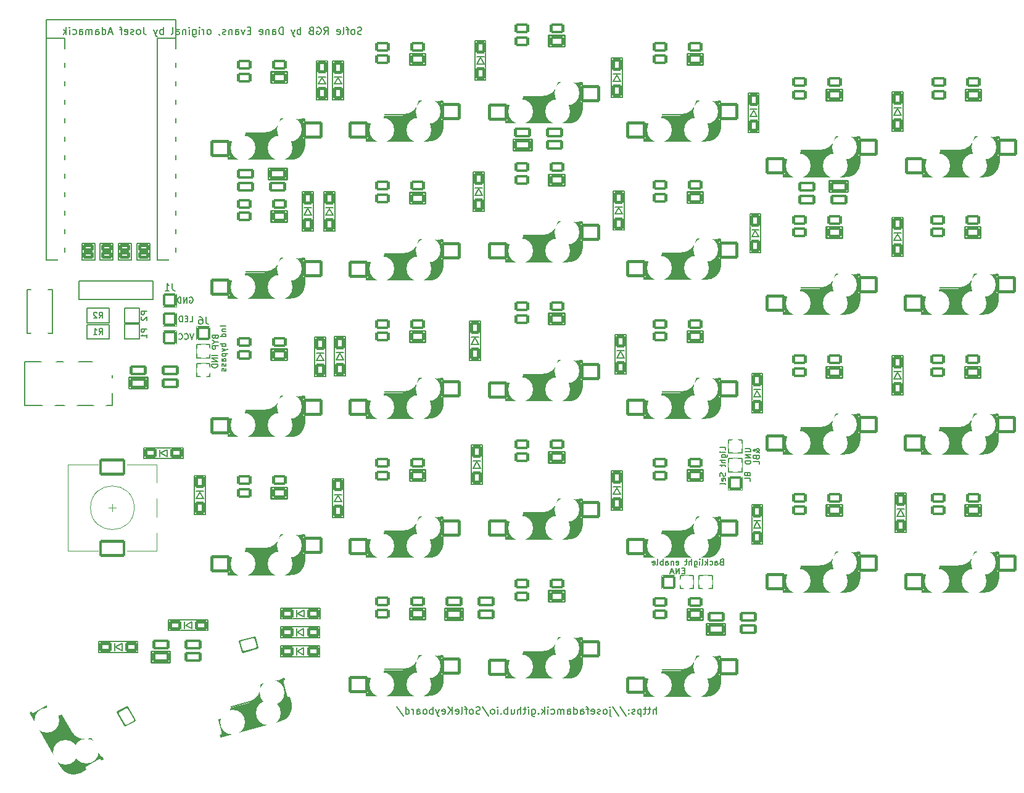
<source format=gbo>
G04 #@! TF.GenerationSoftware,KiCad,Pcbnew,8.0.4*
G04 #@! TF.CreationDate,2024-08-04T16:07:20+05:30*
G04 #@! TF.ProjectId,SofleKeyboard,536f666c-654b-4657-9962-6f6172642e6b,rev?*
G04 #@! TF.SameCoordinates,Original*
G04 #@! TF.FileFunction,Legend,Bot*
G04 #@! TF.FilePolarity,Positive*
%FSLAX46Y46*%
G04 Gerber Fmt 4.6, Leading zero omitted, Abs format (unit mm)*
G04 Created by KiCad (PCBNEW 8.0.4) date 2024-08-04 16:07:20*
%MOMM*%
%LPD*%
G01*
G04 APERTURE LIST*
G04 Aperture macros list*
%AMRoundRect*
0 Rectangle with rounded corners*
0 $1 Rounding radius*
0 $2 $3 $4 $5 $6 $7 $8 $9 X,Y pos of 4 corners*
0 Add a 4 corners polygon primitive as box body*
4,1,4,$2,$3,$4,$5,$6,$7,$8,$9,$2,$3,0*
0 Add four circle primitives for the rounded corners*
1,1,$1+$1,$2,$3*
1,1,$1+$1,$4,$5*
1,1,$1+$1,$6,$7*
1,1,$1+$1,$8,$9*
0 Add four rect primitives between the rounded corners*
20,1,$1+$1,$2,$3,$4,$5,0*
20,1,$1+$1,$4,$5,$6,$7,0*
20,1,$1+$1,$6,$7,$8,$9,0*
20,1,$1+$1,$8,$9,$2,$3,0*%
G04 Aperture macros list end*
%ADD10C,0.150000*%
%ADD11C,0.200000*%
%ADD12C,0.300000*%
%ADD13C,0.800000*%
%ADD14C,3.000000*%
%ADD15C,0.400000*%
%ADD16C,1.000000*%
%ADD17C,0.500000*%
%ADD18C,3.500000*%
%ADD19C,0.120000*%
%ADD20C,1.524000*%
%ADD21C,0.010000*%
%ADD22RoundRect,0.200000X-1.000000X-0.500000X1.000000X-0.500000X1.000000X0.500000X-1.000000X0.500000X0*%
%ADD23RoundRect,0.200000X1.000000X0.500000X-1.000000X0.500000X-1.000000X-0.500000X1.000000X-0.500000X0*%
%ADD24RoundRect,0.200000X-0.762000X0.762000X-0.762000X-0.762000X0.762000X-0.762000X0.762000X0.762000X0*%
%ADD25RoundRect,0.200000X0.762000X0.762000X-0.762000X0.762000X-0.762000X-0.762000X0.762000X-0.762000X0*%
%ADD26C,1.924000*%
%ADD27RoundRect,0.200000X0.762000X-0.762000X0.762000X0.762000X-0.762000X0.762000X-0.762000X-0.762000X0*%
%ADD28RoundRect,0.200000X0.800000X0.500000X-0.800000X0.500000X-0.800000X-0.500000X0.800000X-0.500000X0*%
%ADD29C,3.400000*%
%ADD30C,4.500000*%
%ADD31RoundRect,0.200000X-1.150000X-1.000000X1.150000X-1.000000X1.150000X1.000000X-1.150000X1.000000X0*%
%ADD32C,2.100000*%
%ADD33C,2.300000*%
%ADD34RoundRect,0.200000X-0.650000X-0.475000X0.650000X-0.475000X0.650000X0.475000X-0.650000X0.475000X0*%
%ADD35RoundRect,0.200000X-0.475000X0.650000X-0.475000X-0.650000X0.475000X-0.650000X0.475000X0.650000X0*%
%ADD36RoundRect,0.200000X-0.851996X-1.263568X1.369634X-0.668284X0.851996X1.263568X-1.369634X0.668284X0*%
%ADD37RoundRect,0.200000X0.643331X0.690018X-0.902150X0.275908X-0.643331X-0.690018X0.902150X-0.275908X0*%
%ADD38RoundRect,0.200000X-1.441025X0.495929X-0.291025X-1.495929X1.441025X-0.495929X0.291025X1.495929X0*%
%ADD39RoundRect,0.200000X0.833013X-0.442820X0.033013X0.942820X-0.833013X0.442820X-0.033013X-0.942820X0*%
%ADD40C,4.400000*%
%ADD41C,1.797000*%
%ADD42C,2.400000*%
%ADD43RoundRect,0.200000X0.571500X-0.317500X0.571500X0.317500X-0.571500X0.317500X-0.571500X-0.317500X0*%
%ADD44C,5.100000*%
%ADD45RoundRect,0.200000X-1.600000X-1.000000X1.600000X-1.000000X1.600000X1.000000X-1.600000X1.000000X0*%
%ADD46C,1.600000*%
%ADD47O,2.900000X2.100000*%
G04 APERTURE END LIST*
D10*
X188772295Y-96989048D02*
X188772295Y-96950953D01*
X188772295Y-96950953D02*
X188734200Y-96874762D01*
X188734200Y-96874762D02*
X188619914Y-96760476D01*
X188619914Y-96760476D02*
X188391342Y-96570000D01*
X188391342Y-96570000D02*
X188277057Y-96493810D01*
X188277057Y-96493810D02*
X188162771Y-96455714D01*
X188162771Y-96455714D02*
X188086580Y-96455714D01*
X188086580Y-96455714D02*
X188010390Y-96493810D01*
X188010390Y-96493810D02*
X187972295Y-96570000D01*
X187972295Y-96570000D02*
X187972295Y-96608095D01*
X187972295Y-96608095D02*
X188010390Y-96684286D01*
X188010390Y-96684286D02*
X188086580Y-96722381D01*
X188086580Y-96722381D02*
X188124676Y-96722381D01*
X188124676Y-96722381D02*
X188200866Y-96684286D01*
X188200866Y-96684286D02*
X188238961Y-96646191D01*
X188238961Y-96646191D02*
X188391342Y-96417619D01*
X188391342Y-96417619D02*
X188429438Y-96379524D01*
X188429438Y-96379524D02*
X188505628Y-96341429D01*
X188505628Y-96341429D02*
X188619914Y-96341429D01*
X188619914Y-96341429D02*
X188696104Y-96379524D01*
X188696104Y-96379524D02*
X188734200Y-96417619D01*
X188734200Y-96417619D02*
X188772295Y-96493810D01*
X188772295Y-96493810D02*
X188772295Y-96608095D01*
X188772295Y-96608095D02*
X188734200Y-96684286D01*
X188734200Y-96684286D02*
X188696104Y-96722381D01*
X188696104Y-96722381D02*
X188543723Y-96836667D01*
X188543723Y-96836667D02*
X188429438Y-96874762D01*
X188429438Y-96874762D02*
X188353247Y-96874762D01*
X188353247Y-97598571D02*
X188391342Y-97712857D01*
X188391342Y-97712857D02*
X188429438Y-97750952D01*
X188429438Y-97750952D02*
X188505628Y-97789048D01*
X188505628Y-97789048D02*
X188619914Y-97789048D01*
X188619914Y-97789048D02*
X188696104Y-97750952D01*
X188696104Y-97750952D02*
X188734200Y-97712857D01*
X188734200Y-97712857D02*
X188772295Y-97636667D01*
X188772295Y-97636667D02*
X188772295Y-97331905D01*
X188772295Y-97331905D02*
X187972295Y-97331905D01*
X187972295Y-97331905D02*
X187972295Y-97598571D01*
X187972295Y-97598571D02*
X188010390Y-97674762D01*
X188010390Y-97674762D02*
X188048485Y-97712857D01*
X188048485Y-97712857D02*
X188124676Y-97750952D01*
X188124676Y-97750952D02*
X188200866Y-97750952D01*
X188200866Y-97750952D02*
X188277057Y-97712857D01*
X188277057Y-97712857D02*
X188315152Y-97674762D01*
X188315152Y-97674762D02*
X188353247Y-97598571D01*
X188353247Y-97598571D02*
X188353247Y-97331905D01*
X188772295Y-98512857D02*
X188772295Y-98131905D01*
X188772295Y-98131905D02*
X187972295Y-98131905D01*
X174632486Y-132856919D02*
X174632486Y-131856919D01*
X174203915Y-132856919D02*
X174203915Y-132333109D01*
X174203915Y-132333109D02*
X174251534Y-132237871D01*
X174251534Y-132237871D02*
X174346772Y-132190252D01*
X174346772Y-132190252D02*
X174489629Y-132190252D01*
X174489629Y-132190252D02*
X174584867Y-132237871D01*
X174584867Y-132237871D02*
X174632486Y-132285490D01*
X173870581Y-132190252D02*
X173489629Y-132190252D01*
X173727724Y-131856919D02*
X173727724Y-132714061D01*
X173727724Y-132714061D02*
X173680105Y-132809300D01*
X173680105Y-132809300D02*
X173584867Y-132856919D01*
X173584867Y-132856919D02*
X173489629Y-132856919D01*
X173299152Y-132190252D02*
X172918200Y-132190252D01*
X173156295Y-131856919D02*
X173156295Y-132714061D01*
X173156295Y-132714061D02*
X173108676Y-132809300D01*
X173108676Y-132809300D02*
X173013438Y-132856919D01*
X173013438Y-132856919D02*
X172918200Y-132856919D01*
X172584866Y-132190252D02*
X172584866Y-133190252D01*
X172584866Y-132237871D02*
X172489628Y-132190252D01*
X172489628Y-132190252D02*
X172299152Y-132190252D01*
X172299152Y-132190252D02*
X172203914Y-132237871D01*
X172203914Y-132237871D02*
X172156295Y-132285490D01*
X172156295Y-132285490D02*
X172108676Y-132380728D01*
X172108676Y-132380728D02*
X172108676Y-132666442D01*
X172108676Y-132666442D02*
X172156295Y-132761680D01*
X172156295Y-132761680D02*
X172203914Y-132809300D01*
X172203914Y-132809300D02*
X172299152Y-132856919D01*
X172299152Y-132856919D02*
X172489628Y-132856919D01*
X172489628Y-132856919D02*
X172584866Y-132809300D01*
X171727723Y-132809300D02*
X171632485Y-132856919D01*
X171632485Y-132856919D02*
X171442009Y-132856919D01*
X171442009Y-132856919D02*
X171346771Y-132809300D01*
X171346771Y-132809300D02*
X171299152Y-132714061D01*
X171299152Y-132714061D02*
X171299152Y-132666442D01*
X171299152Y-132666442D02*
X171346771Y-132571204D01*
X171346771Y-132571204D02*
X171442009Y-132523585D01*
X171442009Y-132523585D02*
X171584866Y-132523585D01*
X171584866Y-132523585D02*
X171680104Y-132475966D01*
X171680104Y-132475966D02*
X171727723Y-132380728D01*
X171727723Y-132380728D02*
X171727723Y-132333109D01*
X171727723Y-132333109D02*
X171680104Y-132237871D01*
X171680104Y-132237871D02*
X171584866Y-132190252D01*
X171584866Y-132190252D02*
X171442009Y-132190252D01*
X171442009Y-132190252D02*
X171346771Y-132237871D01*
X170870580Y-132761680D02*
X170822961Y-132809300D01*
X170822961Y-132809300D02*
X170870580Y-132856919D01*
X170870580Y-132856919D02*
X170918199Y-132809300D01*
X170918199Y-132809300D02*
X170870580Y-132761680D01*
X170870580Y-132761680D02*
X170870580Y-132856919D01*
X170870580Y-132237871D02*
X170822961Y-132285490D01*
X170822961Y-132285490D02*
X170870580Y-132333109D01*
X170870580Y-132333109D02*
X170918199Y-132285490D01*
X170918199Y-132285490D02*
X170870580Y-132237871D01*
X170870580Y-132237871D02*
X170870580Y-132333109D01*
X169680105Y-131809300D02*
X170537247Y-133095014D01*
X168632486Y-131809300D02*
X169489628Y-133095014D01*
X168299152Y-132190252D02*
X168299152Y-133047395D01*
X168299152Y-133047395D02*
X168346771Y-133142633D01*
X168346771Y-133142633D02*
X168442009Y-133190252D01*
X168442009Y-133190252D02*
X168489628Y-133190252D01*
X168299152Y-131856919D02*
X168346771Y-131904538D01*
X168346771Y-131904538D02*
X168299152Y-131952157D01*
X168299152Y-131952157D02*
X168251533Y-131904538D01*
X168251533Y-131904538D02*
X168299152Y-131856919D01*
X168299152Y-131856919D02*
X168299152Y-131952157D01*
X167680105Y-132856919D02*
X167775343Y-132809300D01*
X167775343Y-132809300D02*
X167822962Y-132761680D01*
X167822962Y-132761680D02*
X167870581Y-132666442D01*
X167870581Y-132666442D02*
X167870581Y-132380728D01*
X167870581Y-132380728D02*
X167822962Y-132285490D01*
X167822962Y-132285490D02*
X167775343Y-132237871D01*
X167775343Y-132237871D02*
X167680105Y-132190252D01*
X167680105Y-132190252D02*
X167537248Y-132190252D01*
X167537248Y-132190252D02*
X167442010Y-132237871D01*
X167442010Y-132237871D02*
X167394391Y-132285490D01*
X167394391Y-132285490D02*
X167346772Y-132380728D01*
X167346772Y-132380728D02*
X167346772Y-132666442D01*
X167346772Y-132666442D02*
X167394391Y-132761680D01*
X167394391Y-132761680D02*
X167442010Y-132809300D01*
X167442010Y-132809300D02*
X167537248Y-132856919D01*
X167537248Y-132856919D02*
X167680105Y-132856919D01*
X166965819Y-132809300D02*
X166870581Y-132856919D01*
X166870581Y-132856919D02*
X166680105Y-132856919D01*
X166680105Y-132856919D02*
X166584867Y-132809300D01*
X166584867Y-132809300D02*
X166537248Y-132714061D01*
X166537248Y-132714061D02*
X166537248Y-132666442D01*
X166537248Y-132666442D02*
X166584867Y-132571204D01*
X166584867Y-132571204D02*
X166680105Y-132523585D01*
X166680105Y-132523585D02*
X166822962Y-132523585D01*
X166822962Y-132523585D02*
X166918200Y-132475966D01*
X166918200Y-132475966D02*
X166965819Y-132380728D01*
X166965819Y-132380728D02*
X166965819Y-132333109D01*
X166965819Y-132333109D02*
X166918200Y-132237871D01*
X166918200Y-132237871D02*
X166822962Y-132190252D01*
X166822962Y-132190252D02*
X166680105Y-132190252D01*
X166680105Y-132190252D02*
X166584867Y-132237871D01*
X165727724Y-132809300D02*
X165822962Y-132856919D01*
X165822962Y-132856919D02*
X166013438Y-132856919D01*
X166013438Y-132856919D02*
X166108676Y-132809300D01*
X166108676Y-132809300D02*
X166156295Y-132714061D01*
X166156295Y-132714061D02*
X166156295Y-132333109D01*
X166156295Y-132333109D02*
X166108676Y-132237871D01*
X166108676Y-132237871D02*
X166013438Y-132190252D01*
X166013438Y-132190252D02*
X165822962Y-132190252D01*
X165822962Y-132190252D02*
X165727724Y-132237871D01*
X165727724Y-132237871D02*
X165680105Y-132333109D01*
X165680105Y-132333109D02*
X165680105Y-132428347D01*
X165680105Y-132428347D02*
X166156295Y-132523585D01*
X165394390Y-132190252D02*
X165013438Y-132190252D01*
X165251533Y-132856919D02*
X165251533Y-131999776D01*
X165251533Y-131999776D02*
X165203914Y-131904538D01*
X165203914Y-131904538D02*
X165108676Y-131856919D01*
X165108676Y-131856919D02*
X165013438Y-131856919D01*
X164251533Y-132856919D02*
X164251533Y-132333109D01*
X164251533Y-132333109D02*
X164299152Y-132237871D01*
X164299152Y-132237871D02*
X164394390Y-132190252D01*
X164394390Y-132190252D02*
X164584866Y-132190252D01*
X164584866Y-132190252D02*
X164680104Y-132237871D01*
X164251533Y-132809300D02*
X164346771Y-132856919D01*
X164346771Y-132856919D02*
X164584866Y-132856919D01*
X164584866Y-132856919D02*
X164680104Y-132809300D01*
X164680104Y-132809300D02*
X164727723Y-132714061D01*
X164727723Y-132714061D02*
X164727723Y-132618823D01*
X164727723Y-132618823D02*
X164680104Y-132523585D01*
X164680104Y-132523585D02*
X164584866Y-132475966D01*
X164584866Y-132475966D02*
X164346771Y-132475966D01*
X164346771Y-132475966D02*
X164251533Y-132428347D01*
X163346771Y-132856919D02*
X163346771Y-131856919D01*
X163346771Y-132809300D02*
X163442009Y-132856919D01*
X163442009Y-132856919D02*
X163632485Y-132856919D01*
X163632485Y-132856919D02*
X163727723Y-132809300D01*
X163727723Y-132809300D02*
X163775342Y-132761680D01*
X163775342Y-132761680D02*
X163822961Y-132666442D01*
X163822961Y-132666442D02*
X163822961Y-132380728D01*
X163822961Y-132380728D02*
X163775342Y-132285490D01*
X163775342Y-132285490D02*
X163727723Y-132237871D01*
X163727723Y-132237871D02*
X163632485Y-132190252D01*
X163632485Y-132190252D02*
X163442009Y-132190252D01*
X163442009Y-132190252D02*
X163346771Y-132237871D01*
X162442009Y-132856919D02*
X162442009Y-132333109D01*
X162442009Y-132333109D02*
X162489628Y-132237871D01*
X162489628Y-132237871D02*
X162584866Y-132190252D01*
X162584866Y-132190252D02*
X162775342Y-132190252D01*
X162775342Y-132190252D02*
X162870580Y-132237871D01*
X162442009Y-132809300D02*
X162537247Y-132856919D01*
X162537247Y-132856919D02*
X162775342Y-132856919D01*
X162775342Y-132856919D02*
X162870580Y-132809300D01*
X162870580Y-132809300D02*
X162918199Y-132714061D01*
X162918199Y-132714061D02*
X162918199Y-132618823D01*
X162918199Y-132618823D02*
X162870580Y-132523585D01*
X162870580Y-132523585D02*
X162775342Y-132475966D01*
X162775342Y-132475966D02*
X162537247Y-132475966D01*
X162537247Y-132475966D02*
X162442009Y-132428347D01*
X161965818Y-132856919D02*
X161965818Y-132190252D01*
X161965818Y-132285490D02*
X161918199Y-132237871D01*
X161918199Y-132237871D02*
X161822961Y-132190252D01*
X161822961Y-132190252D02*
X161680104Y-132190252D01*
X161680104Y-132190252D02*
X161584866Y-132237871D01*
X161584866Y-132237871D02*
X161537247Y-132333109D01*
X161537247Y-132333109D02*
X161537247Y-132856919D01*
X161537247Y-132333109D02*
X161489628Y-132237871D01*
X161489628Y-132237871D02*
X161394390Y-132190252D01*
X161394390Y-132190252D02*
X161251533Y-132190252D01*
X161251533Y-132190252D02*
X161156294Y-132237871D01*
X161156294Y-132237871D02*
X161108675Y-132333109D01*
X161108675Y-132333109D02*
X161108675Y-132856919D01*
X160203914Y-132809300D02*
X160299152Y-132856919D01*
X160299152Y-132856919D02*
X160489628Y-132856919D01*
X160489628Y-132856919D02*
X160584866Y-132809300D01*
X160584866Y-132809300D02*
X160632485Y-132761680D01*
X160632485Y-132761680D02*
X160680104Y-132666442D01*
X160680104Y-132666442D02*
X160680104Y-132380728D01*
X160680104Y-132380728D02*
X160632485Y-132285490D01*
X160632485Y-132285490D02*
X160584866Y-132237871D01*
X160584866Y-132237871D02*
X160489628Y-132190252D01*
X160489628Y-132190252D02*
X160299152Y-132190252D01*
X160299152Y-132190252D02*
X160203914Y-132237871D01*
X159775342Y-132856919D02*
X159775342Y-132190252D01*
X159775342Y-131856919D02*
X159822961Y-131904538D01*
X159822961Y-131904538D02*
X159775342Y-131952157D01*
X159775342Y-131952157D02*
X159727723Y-131904538D01*
X159727723Y-131904538D02*
X159775342Y-131856919D01*
X159775342Y-131856919D02*
X159775342Y-131952157D01*
X159299152Y-132856919D02*
X159299152Y-131856919D01*
X159203914Y-132475966D02*
X158918200Y-132856919D01*
X158918200Y-132190252D02*
X159299152Y-132571204D01*
X158489628Y-132761680D02*
X158442009Y-132809300D01*
X158442009Y-132809300D02*
X158489628Y-132856919D01*
X158489628Y-132856919D02*
X158537247Y-132809300D01*
X158537247Y-132809300D02*
X158489628Y-132761680D01*
X158489628Y-132761680D02*
X158489628Y-132856919D01*
X157584867Y-132190252D02*
X157584867Y-132999776D01*
X157584867Y-132999776D02*
X157632486Y-133095014D01*
X157632486Y-133095014D02*
X157680105Y-133142633D01*
X157680105Y-133142633D02*
X157775343Y-133190252D01*
X157775343Y-133190252D02*
X157918200Y-133190252D01*
X157918200Y-133190252D02*
X158013438Y-133142633D01*
X157584867Y-132809300D02*
X157680105Y-132856919D01*
X157680105Y-132856919D02*
X157870581Y-132856919D01*
X157870581Y-132856919D02*
X157965819Y-132809300D01*
X157965819Y-132809300D02*
X158013438Y-132761680D01*
X158013438Y-132761680D02*
X158061057Y-132666442D01*
X158061057Y-132666442D02*
X158061057Y-132380728D01*
X158061057Y-132380728D02*
X158013438Y-132285490D01*
X158013438Y-132285490D02*
X157965819Y-132237871D01*
X157965819Y-132237871D02*
X157870581Y-132190252D01*
X157870581Y-132190252D02*
X157680105Y-132190252D01*
X157680105Y-132190252D02*
X157584867Y-132237871D01*
X157108676Y-132856919D02*
X157108676Y-132190252D01*
X157108676Y-131856919D02*
X157156295Y-131904538D01*
X157156295Y-131904538D02*
X157108676Y-131952157D01*
X157108676Y-131952157D02*
X157061057Y-131904538D01*
X157061057Y-131904538D02*
X157108676Y-131856919D01*
X157108676Y-131856919D02*
X157108676Y-131952157D01*
X156775343Y-132190252D02*
X156394391Y-132190252D01*
X156632486Y-131856919D02*
X156632486Y-132714061D01*
X156632486Y-132714061D02*
X156584867Y-132809300D01*
X156584867Y-132809300D02*
X156489629Y-132856919D01*
X156489629Y-132856919D02*
X156394391Y-132856919D01*
X156061057Y-132856919D02*
X156061057Y-131856919D01*
X155632486Y-132856919D02*
X155632486Y-132333109D01*
X155632486Y-132333109D02*
X155680105Y-132237871D01*
X155680105Y-132237871D02*
X155775343Y-132190252D01*
X155775343Y-132190252D02*
X155918200Y-132190252D01*
X155918200Y-132190252D02*
X156013438Y-132237871D01*
X156013438Y-132237871D02*
X156061057Y-132285490D01*
X154727724Y-132190252D02*
X154727724Y-132856919D01*
X155156295Y-132190252D02*
X155156295Y-132714061D01*
X155156295Y-132714061D02*
X155108676Y-132809300D01*
X155108676Y-132809300D02*
X155013438Y-132856919D01*
X155013438Y-132856919D02*
X154870581Y-132856919D01*
X154870581Y-132856919D02*
X154775343Y-132809300D01*
X154775343Y-132809300D02*
X154727724Y-132761680D01*
X154251533Y-132856919D02*
X154251533Y-131856919D01*
X154251533Y-132237871D02*
X154156295Y-132190252D01*
X154156295Y-132190252D02*
X153965819Y-132190252D01*
X153965819Y-132190252D02*
X153870581Y-132237871D01*
X153870581Y-132237871D02*
X153822962Y-132285490D01*
X153822962Y-132285490D02*
X153775343Y-132380728D01*
X153775343Y-132380728D02*
X153775343Y-132666442D01*
X153775343Y-132666442D02*
X153822962Y-132761680D01*
X153822962Y-132761680D02*
X153870581Y-132809300D01*
X153870581Y-132809300D02*
X153965819Y-132856919D01*
X153965819Y-132856919D02*
X154156295Y-132856919D01*
X154156295Y-132856919D02*
X154251533Y-132809300D01*
X153346771Y-132761680D02*
X153299152Y-132809300D01*
X153299152Y-132809300D02*
X153346771Y-132856919D01*
X153346771Y-132856919D02*
X153394390Y-132809300D01*
X153394390Y-132809300D02*
X153346771Y-132761680D01*
X153346771Y-132761680D02*
X153346771Y-132856919D01*
X152870581Y-132856919D02*
X152870581Y-132190252D01*
X152870581Y-131856919D02*
X152918200Y-131904538D01*
X152918200Y-131904538D02*
X152870581Y-131952157D01*
X152870581Y-131952157D02*
X152822962Y-131904538D01*
X152822962Y-131904538D02*
X152870581Y-131856919D01*
X152870581Y-131856919D02*
X152870581Y-131952157D01*
X152251534Y-132856919D02*
X152346772Y-132809300D01*
X152346772Y-132809300D02*
X152394391Y-132761680D01*
X152394391Y-132761680D02*
X152442010Y-132666442D01*
X152442010Y-132666442D02*
X152442010Y-132380728D01*
X152442010Y-132380728D02*
X152394391Y-132285490D01*
X152394391Y-132285490D02*
X152346772Y-132237871D01*
X152346772Y-132237871D02*
X152251534Y-132190252D01*
X152251534Y-132190252D02*
X152108677Y-132190252D01*
X152108677Y-132190252D02*
X152013439Y-132237871D01*
X152013439Y-132237871D02*
X151965820Y-132285490D01*
X151965820Y-132285490D02*
X151918201Y-132380728D01*
X151918201Y-132380728D02*
X151918201Y-132666442D01*
X151918201Y-132666442D02*
X151965820Y-132761680D01*
X151965820Y-132761680D02*
X152013439Y-132809300D01*
X152013439Y-132809300D02*
X152108677Y-132856919D01*
X152108677Y-132856919D02*
X152251534Y-132856919D01*
X150775344Y-131809300D02*
X151632486Y-133095014D01*
X150489629Y-132809300D02*
X150346772Y-132856919D01*
X150346772Y-132856919D02*
X150108677Y-132856919D01*
X150108677Y-132856919D02*
X150013439Y-132809300D01*
X150013439Y-132809300D02*
X149965820Y-132761680D01*
X149965820Y-132761680D02*
X149918201Y-132666442D01*
X149918201Y-132666442D02*
X149918201Y-132571204D01*
X149918201Y-132571204D02*
X149965820Y-132475966D01*
X149965820Y-132475966D02*
X150013439Y-132428347D01*
X150013439Y-132428347D02*
X150108677Y-132380728D01*
X150108677Y-132380728D02*
X150299153Y-132333109D01*
X150299153Y-132333109D02*
X150394391Y-132285490D01*
X150394391Y-132285490D02*
X150442010Y-132237871D01*
X150442010Y-132237871D02*
X150489629Y-132142633D01*
X150489629Y-132142633D02*
X150489629Y-132047395D01*
X150489629Y-132047395D02*
X150442010Y-131952157D01*
X150442010Y-131952157D02*
X150394391Y-131904538D01*
X150394391Y-131904538D02*
X150299153Y-131856919D01*
X150299153Y-131856919D02*
X150061058Y-131856919D01*
X150061058Y-131856919D02*
X149918201Y-131904538D01*
X149346772Y-132856919D02*
X149442010Y-132809300D01*
X149442010Y-132809300D02*
X149489629Y-132761680D01*
X149489629Y-132761680D02*
X149537248Y-132666442D01*
X149537248Y-132666442D02*
X149537248Y-132380728D01*
X149537248Y-132380728D02*
X149489629Y-132285490D01*
X149489629Y-132285490D02*
X149442010Y-132237871D01*
X149442010Y-132237871D02*
X149346772Y-132190252D01*
X149346772Y-132190252D02*
X149203915Y-132190252D01*
X149203915Y-132190252D02*
X149108677Y-132237871D01*
X149108677Y-132237871D02*
X149061058Y-132285490D01*
X149061058Y-132285490D02*
X149013439Y-132380728D01*
X149013439Y-132380728D02*
X149013439Y-132666442D01*
X149013439Y-132666442D02*
X149061058Y-132761680D01*
X149061058Y-132761680D02*
X149108677Y-132809300D01*
X149108677Y-132809300D02*
X149203915Y-132856919D01*
X149203915Y-132856919D02*
X149346772Y-132856919D01*
X148727724Y-132190252D02*
X148346772Y-132190252D01*
X148584867Y-132856919D02*
X148584867Y-131999776D01*
X148584867Y-131999776D02*
X148537248Y-131904538D01*
X148537248Y-131904538D02*
X148442010Y-131856919D01*
X148442010Y-131856919D02*
X148346772Y-131856919D01*
X147870581Y-132856919D02*
X147965819Y-132809300D01*
X147965819Y-132809300D02*
X148013438Y-132714061D01*
X148013438Y-132714061D02*
X148013438Y-131856919D01*
X147108676Y-132809300D02*
X147203914Y-132856919D01*
X147203914Y-132856919D02*
X147394390Y-132856919D01*
X147394390Y-132856919D02*
X147489628Y-132809300D01*
X147489628Y-132809300D02*
X147537247Y-132714061D01*
X147537247Y-132714061D02*
X147537247Y-132333109D01*
X147537247Y-132333109D02*
X147489628Y-132237871D01*
X147489628Y-132237871D02*
X147394390Y-132190252D01*
X147394390Y-132190252D02*
X147203914Y-132190252D01*
X147203914Y-132190252D02*
X147108676Y-132237871D01*
X147108676Y-132237871D02*
X147061057Y-132333109D01*
X147061057Y-132333109D02*
X147061057Y-132428347D01*
X147061057Y-132428347D02*
X147537247Y-132523585D01*
X146632485Y-132856919D02*
X146632485Y-131856919D01*
X146061057Y-132856919D02*
X146489628Y-132285490D01*
X146061057Y-131856919D02*
X146632485Y-132428347D01*
X145251533Y-132809300D02*
X145346771Y-132856919D01*
X145346771Y-132856919D02*
X145537247Y-132856919D01*
X145537247Y-132856919D02*
X145632485Y-132809300D01*
X145632485Y-132809300D02*
X145680104Y-132714061D01*
X145680104Y-132714061D02*
X145680104Y-132333109D01*
X145680104Y-132333109D02*
X145632485Y-132237871D01*
X145632485Y-132237871D02*
X145537247Y-132190252D01*
X145537247Y-132190252D02*
X145346771Y-132190252D01*
X145346771Y-132190252D02*
X145251533Y-132237871D01*
X145251533Y-132237871D02*
X145203914Y-132333109D01*
X145203914Y-132333109D02*
X145203914Y-132428347D01*
X145203914Y-132428347D02*
X145680104Y-132523585D01*
X144870580Y-132190252D02*
X144632485Y-132856919D01*
X144394390Y-132190252D02*
X144632485Y-132856919D01*
X144632485Y-132856919D02*
X144727723Y-133095014D01*
X144727723Y-133095014D02*
X144775342Y-133142633D01*
X144775342Y-133142633D02*
X144870580Y-133190252D01*
X144013437Y-132856919D02*
X144013437Y-131856919D01*
X144013437Y-132237871D02*
X143918199Y-132190252D01*
X143918199Y-132190252D02*
X143727723Y-132190252D01*
X143727723Y-132190252D02*
X143632485Y-132237871D01*
X143632485Y-132237871D02*
X143584866Y-132285490D01*
X143584866Y-132285490D02*
X143537247Y-132380728D01*
X143537247Y-132380728D02*
X143537247Y-132666442D01*
X143537247Y-132666442D02*
X143584866Y-132761680D01*
X143584866Y-132761680D02*
X143632485Y-132809300D01*
X143632485Y-132809300D02*
X143727723Y-132856919D01*
X143727723Y-132856919D02*
X143918199Y-132856919D01*
X143918199Y-132856919D02*
X144013437Y-132809300D01*
X142965818Y-132856919D02*
X143061056Y-132809300D01*
X143061056Y-132809300D02*
X143108675Y-132761680D01*
X143108675Y-132761680D02*
X143156294Y-132666442D01*
X143156294Y-132666442D02*
X143156294Y-132380728D01*
X143156294Y-132380728D02*
X143108675Y-132285490D01*
X143108675Y-132285490D02*
X143061056Y-132237871D01*
X143061056Y-132237871D02*
X142965818Y-132190252D01*
X142965818Y-132190252D02*
X142822961Y-132190252D01*
X142822961Y-132190252D02*
X142727723Y-132237871D01*
X142727723Y-132237871D02*
X142680104Y-132285490D01*
X142680104Y-132285490D02*
X142632485Y-132380728D01*
X142632485Y-132380728D02*
X142632485Y-132666442D01*
X142632485Y-132666442D02*
X142680104Y-132761680D01*
X142680104Y-132761680D02*
X142727723Y-132809300D01*
X142727723Y-132809300D02*
X142822961Y-132856919D01*
X142822961Y-132856919D02*
X142965818Y-132856919D01*
X141775342Y-132856919D02*
X141775342Y-132333109D01*
X141775342Y-132333109D02*
X141822961Y-132237871D01*
X141822961Y-132237871D02*
X141918199Y-132190252D01*
X141918199Y-132190252D02*
X142108675Y-132190252D01*
X142108675Y-132190252D02*
X142203913Y-132237871D01*
X141775342Y-132809300D02*
X141870580Y-132856919D01*
X141870580Y-132856919D02*
X142108675Y-132856919D01*
X142108675Y-132856919D02*
X142203913Y-132809300D01*
X142203913Y-132809300D02*
X142251532Y-132714061D01*
X142251532Y-132714061D02*
X142251532Y-132618823D01*
X142251532Y-132618823D02*
X142203913Y-132523585D01*
X142203913Y-132523585D02*
X142108675Y-132475966D01*
X142108675Y-132475966D02*
X141870580Y-132475966D01*
X141870580Y-132475966D02*
X141775342Y-132428347D01*
X141299151Y-132856919D02*
X141299151Y-132190252D01*
X141299151Y-132380728D02*
X141251532Y-132285490D01*
X141251532Y-132285490D02*
X141203913Y-132237871D01*
X141203913Y-132237871D02*
X141108675Y-132190252D01*
X141108675Y-132190252D02*
X141013437Y-132190252D01*
X140251532Y-132856919D02*
X140251532Y-131856919D01*
X140251532Y-132809300D02*
X140346770Y-132856919D01*
X140346770Y-132856919D02*
X140537246Y-132856919D01*
X140537246Y-132856919D02*
X140632484Y-132809300D01*
X140632484Y-132809300D02*
X140680103Y-132761680D01*
X140680103Y-132761680D02*
X140727722Y-132666442D01*
X140727722Y-132666442D02*
X140727722Y-132380728D01*
X140727722Y-132380728D02*
X140680103Y-132285490D01*
X140680103Y-132285490D02*
X140632484Y-132237871D01*
X140632484Y-132237871D02*
X140537246Y-132190252D01*
X140537246Y-132190252D02*
X140346770Y-132190252D01*
X140346770Y-132190252D02*
X140251532Y-132237871D01*
X139061056Y-131809300D02*
X139918198Y-133095014D01*
D11*
X134226192Y-39404600D02*
X134083335Y-39452219D01*
X134083335Y-39452219D02*
X133845240Y-39452219D01*
X133845240Y-39452219D02*
X133750002Y-39404600D01*
X133750002Y-39404600D02*
X133702383Y-39356980D01*
X133702383Y-39356980D02*
X133654764Y-39261742D01*
X133654764Y-39261742D02*
X133654764Y-39166504D01*
X133654764Y-39166504D02*
X133702383Y-39071266D01*
X133702383Y-39071266D02*
X133750002Y-39023647D01*
X133750002Y-39023647D02*
X133845240Y-38976028D01*
X133845240Y-38976028D02*
X134035716Y-38928409D01*
X134035716Y-38928409D02*
X134130954Y-38880790D01*
X134130954Y-38880790D02*
X134178573Y-38833171D01*
X134178573Y-38833171D02*
X134226192Y-38737933D01*
X134226192Y-38737933D02*
X134226192Y-38642695D01*
X134226192Y-38642695D02*
X134178573Y-38547457D01*
X134178573Y-38547457D02*
X134130954Y-38499838D01*
X134130954Y-38499838D02*
X134035716Y-38452219D01*
X134035716Y-38452219D02*
X133797621Y-38452219D01*
X133797621Y-38452219D02*
X133654764Y-38499838D01*
X133083335Y-39452219D02*
X133178573Y-39404600D01*
X133178573Y-39404600D02*
X133226192Y-39356980D01*
X133226192Y-39356980D02*
X133273811Y-39261742D01*
X133273811Y-39261742D02*
X133273811Y-38976028D01*
X133273811Y-38976028D02*
X133226192Y-38880790D01*
X133226192Y-38880790D02*
X133178573Y-38833171D01*
X133178573Y-38833171D02*
X133083335Y-38785552D01*
X133083335Y-38785552D02*
X132940478Y-38785552D01*
X132940478Y-38785552D02*
X132845240Y-38833171D01*
X132845240Y-38833171D02*
X132797621Y-38880790D01*
X132797621Y-38880790D02*
X132750002Y-38976028D01*
X132750002Y-38976028D02*
X132750002Y-39261742D01*
X132750002Y-39261742D02*
X132797621Y-39356980D01*
X132797621Y-39356980D02*
X132845240Y-39404600D01*
X132845240Y-39404600D02*
X132940478Y-39452219D01*
X132940478Y-39452219D02*
X133083335Y-39452219D01*
X132464287Y-38785552D02*
X132083335Y-38785552D01*
X132321430Y-39452219D02*
X132321430Y-38595076D01*
X132321430Y-38595076D02*
X132273811Y-38499838D01*
X132273811Y-38499838D02*
X132178573Y-38452219D01*
X132178573Y-38452219D02*
X132083335Y-38452219D01*
X131607144Y-39452219D02*
X131702382Y-39404600D01*
X131702382Y-39404600D02*
X131750001Y-39309361D01*
X131750001Y-39309361D02*
X131750001Y-38452219D01*
X130845239Y-39404600D02*
X130940477Y-39452219D01*
X130940477Y-39452219D02*
X131130953Y-39452219D01*
X131130953Y-39452219D02*
X131226191Y-39404600D01*
X131226191Y-39404600D02*
X131273810Y-39309361D01*
X131273810Y-39309361D02*
X131273810Y-38928409D01*
X131273810Y-38928409D02*
X131226191Y-38833171D01*
X131226191Y-38833171D02*
X131130953Y-38785552D01*
X131130953Y-38785552D02*
X130940477Y-38785552D01*
X130940477Y-38785552D02*
X130845239Y-38833171D01*
X130845239Y-38833171D02*
X130797620Y-38928409D01*
X130797620Y-38928409D02*
X130797620Y-39023647D01*
X130797620Y-39023647D02*
X131273810Y-39118885D01*
X129035715Y-39452219D02*
X129369048Y-38976028D01*
X129607143Y-39452219D02*
X129607143Y-38452219D01*
X129607143Y-38452219D02*
X129226191Y-38452219D01*
X129226191Y-38452219D02*
X129130953Y-38499838D01*
X129130953Y-38499838D02*
X129083334Y-38547457D01*
X129083334Y-38547457D02*
X129035715Y-38642695D01*
X129035715Y-38642695D02*
X129035715Y-38785552D01*
X129035715Y-38785552D02*
X129083334Y-38880790D01*
X129083334Y-38880790D02*
X129130953Y-38928409D01*
X129130953Y-38928409D02*
X129226191Y-38976028D01*
X129226191Y-38976028D02*
X129607143Y-38976028D01*
X128083334Y-38499838D02*
X128178572Y-38452219D01*
X128178572Y-38452219D02*
X128321429Y-38452219D01*
X128321429Y-38452219D02*
X128464286Y-38499838D01*
X128464286Y-38499838D02*
X128559524Y-38595076D01*
X128559524Y-38595076D02*
X128607143Y-38690314D01*
X128607143Y-38690314D02*
X128654762Y-38880790D01*
X128654762Y-38880790D02*
X128654762Y-39023647D01*
X128654762Y-39023647D02*
X128607143Y-39214123D01*
X128607143Y-39214123D02*
X128559524Y-39309361D01*
X128559524Y-39309361D02*
X128464286Y-39404600D01*
X128464286Y-39404600D02*
X128321429Y-39452219D01*
X128321429Y-39452219D02*
X128226191Y-39452219D01*
X128226191Y-39452219D02*
X128083334Y-39404600D01*
X128083334Y-39404600D02*
X128035715Y-39356980D01*
X128035715Y-39356980D02*
X128035715Y-39023647D01*
X128035715Y-39023647D02*
X128226191Y-39023647D01*
X127273810Y-38928409D02*
X127130953Y-38976028D01*
X127130953Y-38976028D02*
X127083334Y-39023647D01*
X127083334Y-39023647D02*
X127035715Y-39118885D01*
X127035715Y-39118885D02*
X127035715Y-39261742D01*
X127035715Y-39261742D02*
X127083334Y-39356980D01*
X127083334Y-39356980D02*
X127130953Y-39404600D01*
X127130953Y-39404600D02*
X127226191Y-39452219D01*
X127226191Y-39452219D02*
X127607143Y-39452219D01*
X127607143Y-39452219D02*
X127607143Y-38452219D01*
X127607143Y-38452219D02*
X127273810Y-38452219D01*
X127273810Y-38452219D02*
X127178572Y-38499838D01*
X127178572Y-38499838D02*
X127130953Y-38547457D01*
X127130953Y-38547457D02*
X127083334Y-38642695D01*
X127083334Y-38642695D02*
X127083334Y-38737933D01*
X127083334Y-38737933D02*
X127130953Y-38833171D01*
X127130953Y-38833171D02*
X127178572Y-38880790D01*
X127178572Y-38880790D02*
X127273810Y-38928409D01*
X127273810Y-38928409D02*
X127607143Y-38928409D01*
X125845238Y-39452219D02*
X125845238Y-38452219D01*
X125845238Y-38833171D02*
X125750000Y-38785552D01*
X125750000Y-38785552D02*
X125559524Y-38785552D01*
X125559524Y-38785552D02*
X125464286Y-38833171D01*
X125464286Y-38833171D02*
X125416667Y-38880790D01*
X125416667Y-38880790D02*
X125369048Y-38976028D01*
X125369048Y-38976028D02*
X125369048Y-39261742D01*
X125369048Y-39261742D02*
X125416667Y-39356980D01*
X125416667Y-39356980D02*
X125464286Y-39404600D01*
X125464286Y-39404600D02*
X125559524Y-39452219D01*
X125559524Y-39452219D02*
X125750000Y-39452219D01*
X125750000Y-39452219D02*
X125845238Y-39404600D01*
X125035714Y-38785552D02*
X124797619Y-39452219D01*
X124559524Y-38785552D02*
X124797619Y-39452219D01*
X124797619Y-39452219D02*
X124892857Y-39690314D01*
X124892857Y-39690314D02*
X124940476Y-39737933D01*
X124940476Y-39737933D02*
X125035714Y-39785552D01*
X123416666Y-39452219D02*
X123416666Y-38452219D01*
X123416666Y-38452219D02*
X123178571Y-38452219D01*
X123178571Y-38452219D02*
X123035714Y-38499838D01*
X123035714Y-38499838D02*
X122940476Y-38595076D01*
X122940476Y-38595076D02*
X122892857Y-38690314D01*
X122892857Y-38690314D02*
X122845238Y-38880790D01*
X122845238Y-38880790D02*
X122845238Y-39023647D01*
X122845238Y-39023647D02*
X122892857Y-39214123D01*
X122892857Y-39214123D02*
X122940476Y-39309361D01*
X122940476Y-39309361D02*
X123035714Y-39404600D01*
X123035714Y-39404600D02*
X123178571Y-39452219D01*
X123178571Y-39452219D02*
X123416666Y-39452219D01*
X121988095Y-39452219D02*
X121988095Y-38928409D01*
X121988095Y-38928409D02*
X122035714Y-38833171D01*
X122035714Y-38833171D02*
X122130952Y-38785552D01*
X122130952Y-38785552D02*
X122321428Y-38785552D01*
X122321428Y-38785552D02*
X122416666Y-38833171D01*
X121988095Y-39404600D02*
X122083333Y-39452219D01*
X122083333Y-39452219D02*
X122321428Y-39452219D01*
X122321428Y-39452219D02*
X122416666Y-39404600D01*
X122416666Y-39404600D02*
X122464285Y-39309361D01*
X122464285Y-39309361D02*
X122464285Y-39214123D01*
X122464285Y-39214123D02*
X122416666Y-39118885D01*
X122416666Y-39118885D02*
X122321428Y-39071266D01*
X122321428Y-39071266D02*
X122083333Y-39071266D01*
X122083333Y-39071266D02*
X121988095Y-39023647D01*
X121511904Y-38785552D02*
X121511904Y-39452219D01*
X121511904Y-38880790D02*
X121464285Y-38833171D01*
X121464285Y-38833171D02*
X121369047Y-38785552D01*
X121369047Y-38785552D02*
X121226190Y-38785552D01*
X121226190Y-38785552D02*
X121130952Y-38833171D01*
X121130952Y-38833171D02*
X121083333Y-38928409D01*
X121083333Y-38928409D02*
X121083333Y-39452219D01*
X120226190Y-39404600D02*
X120321428Y-39452219D01*
X120321428Y-39452219D02*
X120511904Y-39452219D01*
X120511904Y-39452219D02*
X120607142Y-39404600D01*
X120607142Y-39404600D02*
X120654761Y-39309361D01*
X120654761Y-39309361D02*
X120654761Y-38928409D01*
X120654761Y-38928409D02*
X120607142Y-38833171D01*
X120607142Y-38833171D02*
X120511904Y-38785552D01*
X120511904Y-38785552D02*
X120321428Y-38785552D01*
X120321428Y-38785552D02*
X120226190Y-38833171D01*
X120226190Y-38833171D02*
X120178571Y-38928409D01*
X120178571Y-38928409D02*
X120178571Y-39023647D01*
X120178571Y-39023647D02*
X120654761Y-39118885D01*
X118988094Y-38928409D02*
X118654761Y-38928409D01*
X118511904Y-39452219D02*
X118988094Y-39452219D01*
X118988094Y-39452219D02*
X118988094Y-38452219D01*
X118988094Y-38452219D02*
X118511904Y-38452219D01*
X118178570Y-38785552D02*
X117940475Y-39452219D01*
X117940475Y-39452219D02*
X117702380Y-38785552D01*
X116892856Y-39452219D02*
X116892856Y-38928409D01*
X116892856Y-38928409D02*
X116940475Y-38833171D01*
X116940475Y-38833171D02*
X117035713Y-38785552D01*
X117035713Y-38785552D02*
X117226189Y-38785552D01*
X117226189Y-38785552D02*
X117321427Y-38833171D01*
X116892856Y-39404600D02*
X116988094Y-39452219D01*
X116988094Y-39452219D02*
X117226189Y-39452219D01*
X117226189Y-39452219D02*
X117321427Y-39404600D01*
X117321427Y-39404600D02*
X117369046Y-39309361D01*
X117369046Y-39309361D02*
X117369046Y-39214123D01*
X117369046Y-39214123D02*
X117321427Y-39118885D01*
X117321427Y-39118885D02*
X117226189Y-39071266D01*
X117226189Y-39071266D02*
X116988094Y-39071266D01*
X116988094Y-39071266D02*
X116892856Y-39023647D01*
X116416665Y-38785552D02*
X116416665Y-39452219D01*
X116416665Y-38880790D02*
X116369046Y-38833171D01*
X116369046Y-38833171D02*
X116273808Y-38785552D01*
X116273808Y-38785552D02*
X116130951Y-38785552D01*
X116130951Y-38785552D02*
X116035713Y-38833171D01*
X116035713Y-38833171D02*
X115988094Y-38928409D01*
X115988094Y-38928409D02*
X115988094Y-39452219D01*
X115559522Y-39404600D02*
X115464284Y-39452219D01*
X115464284Y-39452219D02*
X115273808Y-39452219D01*
X115273808Y-39452219D02*
X115178570Y-39404600D01*
X115178570Y-39404600D02*
X115130951Y-39309361D01*
X115130951Y-39309361D02*
X115130951Y-39261742D01*
X115130951Y-39261742D02*
X115178570Y-39166504D01*
X115178570Y-39166504D02*
X115273808Y-39118885D01*
X115273808Y-39118885D02*
X115416665Y-39118885D01*
X115416665Y-39118885D02*
X115511903Y-39071266D01*
X115511903Y-39071266D02*
X115559522Y-38976028D01*
X115559522Y-38976028D02*
X115559522Y-38928409D01*
X115559522Y-38928409D02*
X115511903Y-38833171D01*
X115511903Y-38833171D02*
X115416665Y-38785552D01*
X115416665Y-38785552D02*
X115273808Y-38785552D01*
X115273808Y-38785552D02*
X115178570Y-38833171D01*
X114654760Y-39404600D02*
X114654760Y-39452219D01*
X114654760Y-39452219D02*
X114702379Y-39547457D01*
X114702379Y-39547457D02*
X114749998Y-39595076D01*
X113321427Y-39452219D02*
X113416665Y-39404600D01*
X113416665Y-39404600D02*
X113464284Y-39356980D01*
X113464284Y-39356980D02*
X113511903Y-39261742D01*
X113511903Y-39261742D02*
X113511903Y-38976028D01*
X113511903Y-38976028D02*
X113464284Y-38880790D01*
X113464284Y-38880790D02*
X113416665Y-38833171D01*
X113416665Y-38833171D02*
X113321427Y-38785552D01*
X113321427Y-38785552D02*
X113178570Y-38785552D01*
X113178570Y-38785552D02*
X113083332Y-38833171D01*
X113083332Y-38833171D02*
X113035713Y-38880790D01*
X113035713Y-38880790D02*
X112988094Y-38976028D01*
X112988094Y-38976028D02*
X112988094Y-39261742D01*
X112988094Y-39261742D02*
X113035713Y-39356980D01*
X113035713Y-39356980D02*
X113083332Y-39404600D01*
X113083332Y-39404600D02*
X113178570Y-39452219D01*
X113178570Y-39452219D02*
X113321427Y-39452219D01*
X112559522Y-39452219D02*
X112559522Y-38785552D01*
X112559522Y-38976028D02*
X112511903Y-38880790D01*
X112511903Y-38880790D02*
X112464284Y-38833171D01*
X112464284Y-38833171D02*
X112369046Y-38785552D01*
X112369046Y-38785552D02*
X112273808Y-38785552D01*
X111940474Y-39452219D02*
X111940474Y-38785552D01*
X111940474Y-38452219D02*
X111988093Y-38499838D01*
X111988093Y-38499838D02*
X111940474Y-38547457D01*
X111940474Y-38547457D02*
X111892855Y-38499838D01*
X111892855Y-38499838D02*
X111940474Y-38452219D01*
X111940474Y-38452219D02*
X111940474Y-38547457D01*
X111035713Y-38785552D02*
X111035713Y-39595076D01*
X111035713Y-39595076D02*
X111083332Y-39690314D01*
X111083332Y-39690314D02*
X111130951Y-39737933D01*
X111130951Y-39737933D02*
X111226189Y-39785552D01*
X111226189Y-39785552D02*
X111369046Y-39785552D01*
X111369046Y-39785552D02*
X111464284Y-39737933D01*
X111035713Y-39404600D02*
X111130951Y-39452219D01*
X111130951Y-39452219D02*
X111321427Y-39452219D01*
X111321427Y-39452219D02*
X111416665Y-39404600D01*
X111416665Y-39404600D02*
X111464284Y-39356980D01*
X111464284Y-39356980D02*
X111511903Y-39261742D01*
X111511903Y-39261742D02*
X111511903Y-38976028D01*
X111511903Y-38976028D02*
X111464284Y-38880790D01*
X111464284Y-38880790D02*
X111416665Y-38833171D01*
X111416665Y-38833171D02*
X111321427Y-38785552D01*
X111321427Y-38785552D02*
X111130951Y-38785552D01*
X111130951Y-38785552D02*
X111035713Y-38833171D01*
X110559522Y-39452219D02*
X110559522Y-38785552D01*
X110559522Y-38452219D02*
X110607141Y-38499838D01*
X110607141Y-38499838D02*
X110559522Y-38547457D01*
X110559522Y-38547457D02*
X110511903Y-38499838D01*
X110511903Y-38499838D02*
X110559522Y-38452219D01*
X110559522Y-38452219D02*
X110559522Y-38547457D01*
X110083332Y-38785552D02*
X110083332Y-39452219D01*
X110083332Y-38880790D02*
X110035713Y-38833171D01*
X110035713Y-38833171D02*
X109940475Y-38785552D01*
X109940475Y-38785552D02*
X109797618Y-38785552D01*
X109797618Y-38785552D02*
X109702380Y-38833171D01*
X109702380Y-38833171D02*
X109654761Y-38928409D01*
X109654761Y-38928409D02*
X109654761Y-39452219D01*
X108749999Y-39452219D02*
X108749999Y-38928409D01*
X108749999Y-38928409D02*
X108797618Y-38833171D01*
X108797618Y-38833171D02*
X108892856Y-38785552D01*
X108892856Y-38785552D02*
X109083332Y-38785552D01*
X109083332Y-38785552D02*
X109178570Y-38833171D01*
X108749999Y-39404600D02*
X108845237Y-39452219D01*
X108845237Y-39452219D02*
X109083332Y-39452219D01*
X109083332Y-39452219D02*
X109178570Y-39404600D01*
X109178570Y-39404600D02*
X109226189Y-39309361D01*
X109226189Y-39309361D02*
X109226189Y-39214123D01*
X109226189Y-39214123D02*
X109178570Y-39118885D01*
X109178570Y-39118885D02*
X109083332Y-39071266D01*
X109083332Y-39071266D02*
X108845237Y-39071266D01*
X108845237Y-39071266D02*
X108749999Y-39023647D01*
X108130951Y-39452219D02*
X108226189Y-39404600D01*
X108226189Y-39404600D02*
X108273808Y-39309361D01*
X108273808Y-39309361D02*
X108273808Y-38452219D01*
X106988093Y-39452219D02*
X106988093Y-38452219D01*
X106988093Y-38833171D02*
X106892855Y-38785552D01*
X106892855Y-38785552D02*
X106702379Y-38785552D01*
X106702379Y-38785552D02*
X106607141Y-38833171D01*
X106607141Y-38833171D02*
X106559522Y-38880790D01*
X106559522Y-38880790D02*
X106511903Y-38976028D01*
X106511903Y-38976028D02*
X106511903Y-39261742D01*
X106511903Y-39261742D02*
X106559522Y-39356980D01*
X106559522Y-39356980D02*
X106607141Y-39404600D01*
X106607141Y-39404600D02*
X106702379Y-39452219D01*
X106702379Y-39452219D02*
X106892855Y-39452219D01*
X106892855Y-39452219D02*
X106988093Y-39404600D01*
X106178569Y-38785552D02*
X105940474Y-39452219D01*
X105702379Y-38785552D02*
X105940474Y-39452219D01*
X105940474Y-39452219D02*
X106035712Y-39690314D01*
X106035712Y-39690314D02*
X106083331Y-39737933D01*
X106083331Y-39737933D02*
X106178569Y-39785552D01*
X104273807Y-38452219D02*
X104273807Y-39166504D01*
X104273807Y-39166504D02*
X104321426Y-39309361D01*
X104321426Y-39309361D02*
X104416664Y-39404600D01*
X104416664Y-39404600D02*
X104559521Y-39452219D01*
X104559521Y-39452219D02*
X104654759Y-39452219D01*
X103654759Y-39452219D02*
X103749997Y-39404600D01*
X103749997Y-39404600D02*
X103797616Y-39356980D01*
X103797616Y-39356980D02*
X103845235Y-39261742D01*
X103845235Y-39261742D02*
X103845235Y-38976028D01*
X103845235Y-38976028D02*
X103797616Y-38880790D01*
X103797616Y-38880790D02*
X103749997Y-38833171D01*
X103749997Y-38833171D02*
X103654759Y-38785552D01*
X103654759Y-38785552D02*
X103511902Y-38785552D01*
X103511902Y-38785552D02*
X103416664Y-38833171D01*
X103416664Y-38833171D02*
X103369045Y-38880790D01*
X103369045Y-38880790D02*
X103321426Y-38976028D01*
X103321426Y-38976028D02*
X103321426Y-39261742D01*
X103321426Y-39261742D02*
X103369045Y-39356980D01*
X103369045Y-39356980D02*
X103416664Y-39404600D01*
X103416664Y-39404600D02*
X103511902Y-39452219D01*
X103511902Y-39452219D02*
X103654759Y-39452219D01*
X102940473Y-39404600D02*
X102845235Y-39452219D01*
X102845235Y-39452219D02*
X102654759Y-39452219D01*
X102654759Y-39452219D02*
X102559521Y-39404600D01*
X102559521Y-39404600D02*
X102511902Y-39309361D01*
X102511902Y-39309361D02*
X102511902Y-39261742D01*
X102511902Y-39261742D02*
X102559521Y-39166504D01*
X102559521Y-39166504D02*
X102654759Y-39118885D01*
X102654759Y-39118885D02*
X102797616Y-39118885D01*
X102797616Y-39118885D02*
X102892854Y-39071266D01*
X102892854Y-39071266D02*
X102940473Y-38976028D01*
X102940473Y-38976028D02*
X102940473Y-38928409D01*
X102940473Y-38928409D02*
X102892854Y-38833171D01*
X102892854Y-38833171D02*
X102797616Y-38785552D01*
X102797616Y-38785552D02*
X102654759Y-38785552D01*
X102654759Y-38785552D02*
X102559521Y-38833171D01*
X101702378Y-39404600D02*
X101797616Y-39452219D01*
X101797616Y-39452219D02*
X101988092Y-39452219D01*
X101988092Y-39452219D02*
X102083330Y-39404600D01*
X102083330Y-39404600D02*
X102130949Y-39309361D01*
X102130949Y-39309361D02*
X102130949Y-38928409D01*
X102130949Y-38928409D02*
X102083330Y-38833171D01*
X102083330Y-38833171D02*
X101988092Y-38785552D01*
X101988092Y-38785552D02*
X101797616Y-38785552D01*
X101797616Y-38785552D02*
X101702378Y-38833171D01*
X101702378Y-38833171D02*
X101654759Y-38928409D01*
X101654759Y-38928409D02*
X101654759Y-39023647D01*
X101654759Y-39023647D02*
X102130949Y-39118885D01*
X101369044Y-38785552D02*
X100988092Y-38785552D01*
X101226187Y-39452219D02*
X101226187Y-38595076D01*
X101226187Y-38595076D02*
X101178568Y-38499838D01*
X101178568Y-38499838D02*
X101083330Y-38452219D01*
X101083330Y-38452219D02*
X100988092Y-38452219D01*
X99940472Y-39166504D02*
X99464282Y-39166504D01*
X100035710Y-39452219D02*
X99702377Y-38452219D01*
X99702377Y-38452219D02*
X99369044Y-39452219D01*
X98607139Y-39452219D02*
X98607139Y-38452219D01*
X98607139Y-39404600D02*
X98702377Y-39452219D01*
X98702377Y-39452219D02*
X98892853Y-39452219D01*
X98892853Y-39452219D02*
X98988091Y-39404600D01*
X98988091Y-39404600D02*
X99035710Y-39356980D01*
X99035710Y-39356980D02*
X99083329Y-39261742D01*
X99083329Y-39261742D02*
X99083329Y-38976028D01*
X99083329Y-38976028D02*
X99035710Y-38880790D01*
X99035710Y-38880790D02*
X98988091Y-38833171D01*
X98988091Y-38833171D02*
X98892853Y-38785552D01*
X98892853Y-38785552D02*
X98702377Y-38785552D01*
X98702377Y-38785552D02*
X98607139Y-38833171D01*
X97702377Y-39452219D02*
X97702377Y-38928409D01*
X97702377Y-38928409D02*
X97749996Y-38833171D01*
X97749996Y-38833171D02*
X97845234Y-38785552D01*
X97845234Y-38785552D02*
X98035710Y-38785552D01*
X98035710Y-38785552D02*
X98130948Y-38833171D01*
X97702377Y-39404600D02*
X97797615Y-39452219D01*
X97797615Y-39452219D02*
X98035710Y-39452219D01*
X98035710Y-39452219D02*
X98130948Y-39404600D01*
X98130948Y-39404600D02*
X98178567Y-39309361D01*
X98178567Y-39309361D02*
X98178567Y-39214123D01*
X98178567Y-39214123D02*
X98130948Y-39118885D01*
X98130948Y-39118885D02*
X98035710Y-39071266D01*
X98035710Y-39071266D02*
X97797615Y-39071266D01*
X97797615Y-39071266D02*
X97702377Y-39023647D01*
X97226186Y-39452219D02*
X97226186Y-38785552D01*
X97226186Y-38880790D02*
X97178567Y-38833171D01*
X97178567Y-38833171D02*
X97083329Y-38785552D01*
X97083329Y-38785552D02*
X96940472Y-38785552D01*
X96940472Y-38785552D02*
X96845234Y-38833171D01*
X96845234Y-38833171D02*
X96797615Y-38928409D01*
X96797615Y-38928409D02*
X96797615Y-39452219D01*
X96797615Y-38928409D02*
X96749996Y-38833171D01*
X96749996Y-38833171D02*
X96654758Y-38785552D01*
X96654758Y-38785552D02*
X96511901Y-38785552D01*
X96511901Y-38785552D02*
X96416662Y-38833171D01*
X96416662Y-38833171D02*
X96369043Y-38928409D01*
X96369043Y-38928409D02*
X96369043Y-39452219D01*
X95464282Y-39452219D02*
X95464282Y-38928409D01*
X95464282Y-38928409D02*
X95511901Y-38833171D01*
X95511901Y-38833171D02*
X95607139Y-38785552D01*
X95607139Y-38785552D02*
X95797615Y-38785552D01*
X95797615Y-38785552D02*
X95892853Y-38833171D01*
X95464282Y-39404600D02*
X95559520Y-39452219D01*
X95559520Y-39452219D02*
X95797615Y-39452219D01*
X95797615Y-39452219D02*
X95892853Y-39404600D01*
X95892853Y-39404600D02*
X95940472Y-39309361D01*
X95940472Y-39309361D02*
X95940472Y-39214123D01*
X95940472Y-39214123D02*
X95892853Y-39118885D01*
X95892853Y-39118885D02*
X95797615Y-39071266D01*
X95797615Y-39071266D02*
X95559520Y-39071266D01*
X95559520Y-39071266D02*
X95464282Y-39023647D01*
X94559520Y-39404600D02*
X94654758Y-39452219D01*
X94654758Y-39452219D02*
X94845234Y-39452219D01*
X94845234Y-39452219D02*
X94940472Y-39404600D01*
X94940472Y-39404600D02*
X94988091Y-39356980D01*
X94988091Y-39356980D02*
X95035710Y-39261742D01*
X95035710Y-39261742D02*
X95035710Y-38976028D01*
X95035710Y-38976028D02*
X94988091Y-38880790D01*
X94988091Y-38880790D02*
X94940472Y-38833171D01*
X94940472Y-38833171D02*
X94845234Y-38785552D01*
X94845234Y-38785552D02*
X94654758Y-38785552D01*
X94654758Y-38785552D02*
X94559520Y-38833171D01*
X94130948Y-39452219D02*
X94130948Y-38785552D01*
X94130948Y-38452219D02*
X94178567Y-38499838D01*
X94178567Y-38499838D02*
X94130948Y-38547457D01*
X94130948Y-38547457D02*
X94083329Y-38499838D01*
X94083329Y-38499838D02*
X94130948Y-38452219D01*
X94130948Y-38452219D02*
X94130948Y-38547457D01*
X93654758Y-39452219D02*
X93654758Y-38452219D01*
X93559520Y-39071266D02*
X93273806Y-39452219D01*
X93273806Y-38785552D02*
X93654758Y-39166504D01*
D10*
X184152295Y-96566666D02*
X184152295Y-96185714D01*
X184152295Y-96185714D02*
X183352295Y-96185714D01*
X184152295Y-96833333D02*
X183618961Y-96833333D01*
X183352295Y-96833333D02*
X183390390Y-96795237D01*
X183390390Y-96795237D02*
X183428485Y-96833333D01*
X183428485Y-96833333D02*
X183390390Y-96871428D01*
X183390390Y-96871428D02*
X183352295Y-96833333D01*
X183352295Y-96833333D02*
X183428485Y-96833333D01*
X183618961Y-97557142D02*
X184266580Y-97557142D01*
X184266580Y-97557142D02*
X184342771Y-97519047D01*
X184342771Y-97519047D02*
X184380866Y-97480951D01*
X184380866Y-97480951D02*
X184418961Y-97404761D01*
X184418961Y-97404761D02*
X184418961Y-97290475D01*
X184418961Y-97290475D02*
X184380866Y-97214285D01*
X184114200Y-97557142D02*
X184152295Y-97480951D01*
X184152295Y-97480951D02*
X184152295Y-97328570D01*
X184152295Y-97328570D02*
X184114200Y-97252380D01*
X184114200Y-97252380D02*
X184076104Y-97214285D01*
X184076104Y-97214285D02*
X183999914Y-97176189D01*
X183999914Y-97176189D02*
X183771342Y-97176189D01*
X183771342Y-97176189D02*
X183695152Y-97214285D01*
X183695152Y-97214285D02*
X183657057Y-97252380D01*
X183657057Y-97252380D02*
X183618961Y-97328570D01*
X183618961Y-97328570D02*
X183618961Y-97480951D01*
X183618961Y-97480951D02*
X183657057Y-97557142D01*
X184152295Y-97938095D02*
X183352295Y-97938095D01*
X184152295Y-98280952D02*
X183733247Y-98280952D01*
X183733247Y-98280952D02*
X183657057Y-98242857D01*
X183657057Y-98242857D02*
X183618961Y-98166666D01*
X183618961Y-98166666D02*
X183618961Y-98052380D01*
X183618961Y-98052380D02*
X183657057Y-97976190D01*
X183657057Y-97976190D02*
X183695152Y-97938095D01*
X183618961Y-98547619D02*
X183618961Y-98852381D01*
X183352295Y-98661905D02*
X184038009Y-98661905D01*
X184038009Y-98661905D02*
X184114200Y-98700000D01*
X184114200Y-98700000D02*
X184152295Y-98776190D01*
X184152295Y-98776190D02*
X184152295Y-98852381D01*
X184114200Y-99690476D02*
X184152295Y-99804762D01*
X184152295Y-99804762D02*
X184152295Y-99995238D01*
X184152295Y-99995238D02*
X184114200Y-100071429D01*
X184114200Y-100071429D02*
X184076104Y-100109524D01*
X184076104Y-100109524D02*
X183999914Y-100147619D01*
X183999914Y-100147619D02*
X183923723Y-100147619D01*
X183923723Y-100147619D02*
X183847533Y-100109524D01*
X183847533Y-100109524D02*
X183809438Y-100071429D01*
X183809438Y-100071429D02*
X183771342Y-99995238D01*
X183771342Y-99995238D02*
X183733247Y-99842857D01*
X183733247Y-99842857D02*
X183695152Y-99766667D01*
X183695152Y-99766667D02*
X183657057Y-99728572D01*
X183657057Y-99728572D02*
X183580866Y-99690476D01*
X183580866Y-99690476D02*
X183504676Y-99690476D01*
X183504676Y-99690476D02*
X183428485Y-99728572D01*
X183428485Y-99728572D02*
X183390390Y-99766667D01*
X183390390Y-99766667D02*
X183352295Y-99842857D01*
X183352295Y-99842857D02*
X183352295Y-100033334D01*
X183352295Y-100033334D02*
X183390390Y-100147619D01*
X184114200Y-100795239D02*
X184152295Y-100719048D01*
X184152295Y-100719048D02*
X184152295Y-100566667D01*
X184152295Y-100566667D02*
X184114200Y-100490477D01*
X184114200Y-100490477D02*
X184038009Y-100452381D01*
X184038009Y-100452381D02*
X183733247Y-100452381D01*
X183733247Y-100452381D02*
X183657057Y-100490477D01*
X183657057Y-100490477D02*
X183618961Y-100566667D01*
X183618961Y-100566667D02*
X183618961Y-100719048D01*
X183618961Y-100719048D02*
X183657057Y-100795239D01*
X183657057Y-100795239D02*
X183733247Y-100833334D01*
X183733247Y-100833334D02*
X183809438Y-100833334D01*
X183809438Y-100833334D02*
X183885628Y-100452381D01*
X184152295Y-101290476D02*
X184114200Y-101214286D01*
X184114200Y-101214286D02*
X184038009Y-101176191D01*
X184038009Y-101176191D02*
X183352295Y-101176191D01*
X187153247Y-99903333D02*
X187191342Y-100017619D01*
X187191342Y-100017619D02*
X187229438Y-100055714D01*
X187229438Y-100055714D02*
X187305628Y-100093810D01*
X187305628Y-100093810D02*
X187419914Y-100093810D01*
X187419914Y-100093810D02*
X187496104Y-100055714D01*
X187496104Y-100055714D02*
X187534200Y-100017619D01*
X187534200Y-100017619D02*
X187572295Y-99941429D01*
X187572295Y-99941429D02*
X187572295Y-99636667D01*
X187572295Y-99636667D02*
X186772295Y-99636667D01*
X186772295Y-99636667D02*
X186772295Y-99903333D01*
X186772295Y-99903333D02*
X186810390Y-99979524D01*
X186810390Y-99979524D02*
X186848485Y-100017619D01*
X186848485Y-100017619D02*
X186924676Y-100055714D01*
X186924676Y-100055714D02*
X187000866Y-100055714D01*
X187000866Y-100055714D02*
X187077057Y-100017619D01*
X187077057Y-100017619D02*
X187115152Y-99979524D01*
X187115152Y-99979524D02*
X187153247Y-99903333D01*
X187153247Y-99903333D02*
X187153247Y-99636667D01*
X187572295Y-100817619D02*
X187572295Y-100436667D01*
X187572295Y-100436667D02*
X186772295Y-100436667D01*
X186832295Y-96372381D02*
X187479914Y-96372381D01*
X187479914Y-96372381D02*
X187556104Y-96410476D01*
X187556104Y-96410476D02*
X187594200Y-96448571D01*
X187594200Y-96448571D02*
X187632295Y-96524762D01*
X187632295Y-96524762D02*
X187632295Y-96677143D01*
X187632295Y-96677143D02*
X187594200Y-96753333D01*
X187594200Y-96753333D02*
X187556104Y-96791428D01*
X187556104Y-96791428D02*
X187479914Y-96829524D01*
X187479914Y-96829524D02*
X186832295Y-96829524D01*
X187632295Y-97210476D02*
X186832295Y-97210476D01*
X186832295Y-97210476D02*
X187632295Y-97667619D01*
X187632295Y-97667619D02*
X186832295Y-97667619D01*
X187632295Y-98048571D02*
X186832295Y-98048571D01*
X186832295Y-98048571D02*
X186832295Y-98239047D01*
X186832295Y-98239047D02*
X186870390Y-98353333D01*
X186870390Y-98353333D02*
X186946580Y-98429523D01*
X186946580Y-98429523D02*
X187022771Y-98467618D01*
X187022771Y-98467618D02*
X187175152Y-98505714D01*
X187175152Y-98505714D02*
X187289438Y-98505714D01*
X187289438Y-98505714D02*
X187441819Y-98467618D01*
X187441819Y-98467618D02*
X187518009Y-98429523D01*
X187518009Y-98429523D02*
X187594200Y-98353333D01*
X187594200Y-98353333D02*
X187632295Y-98239047D01*
X187632295Y-98239047D02*
X187632295Y-98048571D01*
X183609525Y-111943247D02*
X183495239Y-111981342D01*
X183495239Y-111981342D02*
X183457144Y-112019438D01*
X183457144Y-112019438D02*
X183419048Y-112095628D01*
X183419048Y-112095628D02*
X183419048Y-112209914D01*
X183419048Y-112209914D02*
X183457144Y-112286104D01*
X183457144Y-112286104D02*
X183495239Y-112324200D01*
X183495239Y-112324200D02*
X183571429Y-112362295D01*
X183571429Y-112362295D02*
X183876191Y-112362295D01*
X183876191Y-112362295D02*
X183876191Y-111562295D01*
X183876191Y-111562295D02*
X183609525Y-111562295D01*
X183609525Y-111562295D02*
X183533334Y-111600390D01*
X183533334Y-111600390D02*
X183495239Y-111638485D01*
X183495239Y-111638485D02*
X183457144Y-111714676D01*
X183457144Y-111714676D02*
X183457144Y-111790866D01*
X183457144Y-111790866D02*
X183495239Y-111867057D01*
X183495239Y-111867057D02*
X183533334Y-111905152D01*
X183533334Y-111905152D02*
X183609525Y-111943247D01*
X183609525Y-111943247D02*
X183876191Y-111943247D01*
X182733334Y-112362295D02*
X182733334Y-111943247D01*
X182733334Y-111943247D02*
X182771429Y-111867057D01*
X182771429Y-111867057D02*
X182847620Y-111828961D01*
X182847620Y-111828961D02*
X183000001Y-111828961D01*
X183000001Y-111828961D02*
X183076191Y-111867057D01*
X182733334Y-112324200D02*
X182809525Y-112362295D01*
X182809525Y-112362295D02*
X183000001Y-112362295D01*
X183000001Y-112362295D02*
X183076191Y-112324200D01*
X183076191Y-112324200D02*
X183114287Y-112248009D01*
X183114287Y-112248009D02*
X183114287Y-112171819D01*
X183114287Y-112171819D02*
X183076191Y-112095628D01*
X183076191Y-112095628D02*
X183000001Y-112057533D01*
X183000001Y-112057533D02*
X182809525Y-112057533D01*
X182809525Y-112057533D02*
X182733334Y-112019438D01*
X182009524Y-112324200D02*
X182085715Y-112362295D01*
X182085715Y-112362295D02*
X182238096Y-112362295D01*
X182238096Y-112362295D02*
X182314286Y-112324200D01*
X182314286Y-112324200D02*
X182352381Y-112286104D01*
X182352381Y-112286104D02*
X182390477Y-112209914D01*
X182390477Y-112209914D02*
X182390477Y-111981342D01*
X182390477Y-111981342D02*
X182352381Y-111905152D01*
X182352381Y-111905152D02*
X182314286Y-111867057D01*
X182314286Y-111867057D02*
X182238096Y-111828961D01*
X182238096Y-111828961D02*
X182085715Y-111828961D01*
X182085715Y-111828961D02*
X182009524Y-111867057D01*
X181666667Y-112362295D02*
X181666667Y-111562295D01*
X181590477Y-112057533D02*
X181361905Y-112362295D01*
X181361905Y-111828961D02*
X181666667Y-112133723D01*
X180904763Y-112362295D02*
X180980953Y-112324200D01*
X180980953Y-112324200D02*
X181019048Y-112248009D01*
X181019048Y-112248009D02*
X181019048Y-111562295D01*
X180600000Y-112362295D02*
X180600000Y-111828961D01*
X180600000Y-111562295D02*
X180638096Y-111600390D01*
X180638096Y-111600390D02*
X180600000Y-111638485D01*
X180600000Y-111638485D02*
X180561905Y-111600390D01*
X180561905Y-111600390D02*
X180600000Y-111562295D01*
X180600000Y-111562295D02*
X180600000Y-111638485D01*
X179876191Y-111828961D02*
X179876191Y-112476580D01*
X179876191Y-112476580D02*
X179914286Y-112552771D01*
X179914286Y-112552771D02*
X179952382Y-112590866D01*
X179952382Y-112590866D02*
X180028572Y-112628961D01*
X180028572Y-112628961D02*
X180142858Y-112628961D01*
X180142858Y-112628961D02*
X180219048Y-112590866D01*
X179876191Y-112324200D02*
X179952382Y-112362295D01*
X179952382Y-112362295D02*
X180104763Y-112362295D01*
X180104763Y-112362295D02*
X180180953Y-112324200D01*
X180180953Y-112324200D02*
X180219048Y-112286104D01*
X180219048Y-112286104D02*
X180257144Y-112209914D01*
X180257144Y-112209914D02*
X180257144Y-111981342D01*
X180257144Y-111981342D02*
X180219048Y-111905152D01*
X180219048Y-111905152D02*
X180180953Y-111867057D01*
X180180953Y-111867057D02*
X180104763Y-111828961D01*
X180104763Y-111828961D02*
X179952382Y-111828961D01*
X179952382Y-111828961D02*
X179876191Y-111867057D01*
X179495238Y-112362295D02*
X179495238Y-111562295D01*
X179152381Y-112362295D02*
X179152381Y-111943247D01*
X179152381Y-111943247D02*
X179190476Y-111867057D01*
X179190476Y-111867057D02*
X179266667Y-111828961D01*
X179266667Y-111828961D02*
X179380953Y-111828961D01*
X179380953Y-111828961D02*
X179457143Y-111867057D01*
X179457143Y-111867057D02*
X179495238Y-111905152D01*
X178885714Y-111828961D02*
X178580952Y-111828961D01*
X178771428Y-111562295D02*
X178771428Y-112248009D01*
X178771428Y-112248009D02*
X178733333Y-112324200D01*
X178733333Y-112324200D02*
X178657143Y-112362295D01*
X178657143Y-112362295D02*
X178580952Y-112362295D01*
X177399999Y-112324200D02*
X177476190Y-112362295D01*
X177476190Y-112362295D02*
X177628571Y-112362295D01*
X177628571Y-112362295D02*
X177704761Y-112324200D01*
X177704761Y-112324200D02*
X177742857Y-112248009D01*
X177742857Y-112248009D02*
X177742857Y-111943247D01*
X177742857Y-111943247D02*
X177704761Y-111867057D01*
X177704761Y-111867057D02*
X177628571Y-111828961D01*
X177628571Y-111828961D02*
X177476190Y-111828961D01*
X177476190Y-111828961D02*
X177399999Y-111867057D01*
X177399999Y-111867057D02*
X177361904Y-111943247D01*
X177361904Y-111943247D02*
X177361904Y-112019438D01*
X177361904Y-112019438D02*
X177742857Y-112095628D01*
X177019047Y-111828961D02*
X177019047Y-112362295D01*
X177019047Y-111905152D02*
X176980952Y-111867057D01*
X176980952Y-111867057D02*
X176904762Y-111828961D01*
X176904762Y-111828961D02*
X176790476Y-111828961D01*
X176790476Y-111828961D02*
X176714285Y-111867057D01*
X176714285Y-111867057D02*
X176676190Y-111943247D01*
X176676190Y-111943247D02*
X176676190Y-112362295D01*
X175952380Y-112362295D02*
X175952380Y-111943247D01*
X175952380Y-111943247D02*
X175990475Y-111867057D01*
X175990475Y-111867057D02*
X176066666Y-111828961D01*
X176066666Y-111828961D02*
X176219047Y-111828961D01*
X176219047Y-111828961D02*
X176295237Y-111867057D01*
X175952380Y-112324200D02*
X176028571Y-112362295D01*
X176028571Y-112362295D02*
X176219047Y-112362295D01*
X176219047Y-112362295D02*
X176295237Y-112324200D01*
X176295237Y-112324200D02*
X176333333Y-112248009D01*
X176333333Y-112248009D02*
X176333333Y-112171819D01*
X176333333Y-112171819D02*
X176295237Y-112095628D01*
X176295237Y-112095628D02*
X176219047Y-112057533D01*
X176219047Y-112057533D02*
X176028571Y-112057533D01*
X176028571Y-112057533D02*
X175952380Y-112019438D01*
X175571427Y-112362295D02*
X175571427Y-111562295D01*
X175571427Y-111867057D02*
X175495237Y-111828961D01*
X175495237Y-111828961D02*
X175342856Y-111828961D01*
X175342856Y-111828961D02*
X175266665Y-111867057D01*
X175266665Y-111867057D02*
X175228570Y-111905152D01*
X175228570Y-111905152D02*
X175190475Y-111981342D01*
X175190475Y-111981342D02*
X175190475Y-112209914D01*
X175190475Y-112209914D02*
X175228570Y-112286104D01*
X175228570Y-112286104D02*
X175266665Y-112324200D01*
X175266665Y-112324200D02*
X175342856Y-112362295D01*
X175342856Y-112362295D02*
X175495237Y-112362295D01*
X175495237Y-112362295D02*
X175571427Y-112324200D01*
X174733332Y-112362295D02*
X174809522Y-112324200D01*
X174809522Y-112324200D02*
X174847617Y-112248009D01*
X174847617Y-112248009D02*
X174847617Y-111562295D01*
X174123807Y-112324200D02*
X174199998Y-112362295D01*
X174199998Y-112362295D02*
X174352379Y-112362295D01*
X174352379Y-112362295D02*
X174428569Y-112324200D01*
X174428569Y-112324200D02*
X174466665Y-112248009D01*
X174466665Y-112248009D02*
X174466665Y-111943247D01*
X174466665Y-111943247D02*
X174428569Y-111867057D01*
X174428569Y-111867057D02*
X174352379Y-111828961D01*
X174352379Y-111828961D02*
X174199998Y-111828961D01*
X174199998Y-111828961D02*
X174123807Y-111867057D01*
X174123807Y-111867057D02*
X174085712Y-111943247D01*
X174085712Y-111943247D02*
X174085712Y-112019438D01*
X174085712Y-112019438D02*
X174466665Y-112095628D01*
X178533332Y-113143247D02*
X178266666Y-113143247D01*
X178152380Y-113562295D02*
X178533332Y-113562295D01*
X178533332Y-113562295D02*
X178533332Y-112762295D01*
X178533332Y-112762295D02*
X178152380Y-112762295D01*
X177809522Y-113562295D02*
X177809522Y-112762295D01*
X177809522Y-112762295D02*
X177352379Y-113562295D01*
X177352379Y-113562295D02*
X177352379Y-112762295D01*
X177009523Y-113333723D02*
X176628570Y-113333723D01*
X177085713Y-113562295D02*
X176819046Y-112762295D01*
X176819046Y-112762295D02*
X176552380Y-113562295D01*
X114432295Y-83580953D02*
X113632295Y-83580953D01*
X114432295Y-83961905D02*
X113632295Y-83961905D01*
X113632295Y-83961905D02*
X114432295Y-84419048D01*
X114432295Y-84419048D02*
X113632295Y-84419048D01*
X114432295Y-84800000D02*
X113632295Y-84800000D01*
X113632295Y-84800000D02*
X113632295Y-84990476D01*
X113632295Y-84990476D02*
X113670390Y-85104762D01*
X113670390Y-85104762D02*
X113746580Y-85180952D01*
X113746580Y-85180952D02*
X113822771Y-85219047D01*
X113822771Y-85219047D02*
X113975152Y-85257143D01*
X113975152Y-85257143D02*
X114089438Y-85257143D01*
X114089438Y-85257143D02*
X114241819Y-85219047D01*
X114241819Y-85219047D02*
X114318009Y-85180952D01*
X114318009Y-85180952D02*
X114394200Y-85104762D01*
X114394200Y-85104762D02*
X114432295Y-84990476D01*
X114432295Y-84990476D02*
X114432295Y-84800000D01*
X114093247Y-81044285D02*
X114131342Y-81158571D01*
X114131342Y-81158571D02*
X114169438Y-81196666D01*
X114169438Y-81196666D02*
X114245628Y-81234762D01*
X114245628Y-81234762D02*
X114359914Y-81234762D01*
X114359914Y-81234762D02*
X114436104Y-81196666D01*
X114436104Y-81196666D02*
X114474200Y-81158571D01*
X114474200Y-81158571D02*
X114512295Y-81082381D01*
X114512295Y-81082381D02*
X114512295Y-80777619D01*
X114512295Y-80777619D02*
X113712295Y-80777619D01*
X113712295Y-80777619D02*
X113712295Y-81044285D01*
X113712295Y-81044285D02*
X113750390Y-81120476D01*
X113750390Y-81120476D02*
X113788485Y-81158571D01*
X113788485Y-81158571D02*
X113864676Y-81196666D01*
X113864676Y-81196666D02*
X113940866Y-81196666D01*
X113940866Y-81196666D02*
X114017057Y-81158571D01*
X114017057Y-81158571D02*
X114055152Y-81120476D01*
X114055152Y-81120476D02*
X114093247Y-81044285D01*
X114093247Y-81044285D02*
X114093247Y-80777619D01*
X114131342Y-81730000D02*
X114512295Y-81730000D01*
X113712295Y-81463333D02*
X114131342Y-81730000D01*
X114131342Y-81730000D02*
X113712295Y-81996666D01*
X114512295Y-82263333D02*
X113712295Y-82263333D01*
X113712295Y-82263333D02*
X113712295Y-82568095D01*
X113712295Y-82568095D02*
X113750390Y-82644285D01*
X113750390Y-82644285D02*
X113788485Y-82682380D01*
X113788485Y-82682380D02*
X113864676Y-82720476D01*
X113864676Y-82720476D02*
X113978961Y-82720476D01*
X113978961Y-82720476D02*
X114055152Y-82682380D01*
X114055152Y-82682380D02*
X114093247Y-82644285D01*
X114093247Y-82644285D02*
X114131342Y-82568095D01*
X114131342Y-82568095D02*
X114131342Y-82263333D01*
X115562295Y-79533332D02*
X114762295Y-79533332D01*
X115028961Y-79914284D02*
X115562295Y-79914284D01*
X115105152Y-79914284D02*
X115067057Y-79952379D01*
X115067057Y-79952379D02*
X115028961Y-80028569D01*
X115028961Y-80028569D02*
X115028961Y-80142855D01*
X115028961Y-80142855D02*
X115067057Y-80219046D01*
X115067057Y-80219046D02*
X115143247Y-80257141D01*
X115143247Y-80257141D02*
X115562295Y-80257141D01*
X115562295Y-80980951D02*
X114762295Y-80980951D01*
X115524200Y-80980951D02*
X115562295Y-80904760D01*
X115562295Y-80904760D02*
X115562295Y-80752379D01*
X115562295Y-80752379D02*
X115524200Y-80676189D01*
X115524200Y-80676189D02*
X115486104Y-80638094D01*
X115486104Y-80638094D02*
X115409914Y-80599998D01*
X115409914Y-80599998D02*
X115181342Y-80599998D01*
X115181342Y-80599998D02*
X115105152Y-80638094D01*
X115105152Y-80638094D02*
X115067057Y-80676189D01*
X115067057Y-80676189D02*
X115028961Y-80752379D01*
X115028961Y-80752379D02*
X115028961Y-80904760D01*
X115028961Y-80904760D02*
X115067057Y-80980951D01*
X115562295Y-81971428D02*
X114762295Y-81971428D01*
X115067057Y-81971428D02*
X115028961Y-82047618D01*
X115028961Y-82047618D02*
X115028961Y-82199999D01*
X115028961Y-82199999D02*
X115067057Y-82276190D01*
X115067057Y-82276190D02*
X115105152Y-82314285D01*
X115105152Y-82314285D02*
X115181342Y-82352380D01*
X115181342Y-82352380D02*
X115409914Y-82352380D01*
X115409914Y-82352380D02*
X115486104Y-82314285D01*
X115486104Y-82314285D02*
X115524200Y-82276190D01*
X115524200Y-82276190D02*
X115562295Y-82199999D01*
X115562295Y-82199999D02*
X115562295Y-82047618D01*
X115562295Y-82047618D02*
X115524200Y-81971428D01*
X115028961Y-82619047D02*
X115562295Y-82809523D01*
X115028961Y-83000000D02*
X115562295Y-82809523D01*
X115562295Y-82809523D02*
X115752771Y-82733333D01*
X115752771Y-82733333D02*
X115790866Y-82695238D01*
X115790866Y-82695238D02*
X115828961Y-82619047D01*
X115028961Y-83304762D02*
X115828961Y-83304762D01*
X115067057Y-83304762D02*
X115028961Y-83380952D01*
X115028961Y-83380952D02*
X115028961Y-83533333D01*
X115028961Y-83533333D02*
X115067057Y-83609524D01*
X115067057Y-83609524D02*
X115105152Y-83647619D01*
X115105152Y-83647619D02*
X115181342Y-83685714D01*
X115181342Y-83685714D02*
X115409914Y-83685714D01*
X115409914Y-83685714D02*
X115486104Y-83647619D01*
X115486104Y-83647619D02*
X115524200Y-83609524D01*
X115524200Y-83609524D02*
X115562295Y-83533333D01*
X115562295Y-83533333D02*
X115562295Y-83380952D01*
X115562295Y-83380952D02*
X115524200Y-83304762D01*
X115562295Y-84371429D02*
X115143247Y-84371429D01*
X115143247Y-84371429D02*
X115067057Y-84333334D01*
X115067057Y-84333334D02*
X115028961Y-84257143D01*
X115028961Y-84257143D02*
X115028961Y-84104762D01*
X115028961Y-84104762D02*
X115067057Y-84028572D01*
X115524200Y-84371429D02*
X115562295Y-84295238D01*
X115562295Y-84295238D02*
X115562295Y-84104762D01*
X115562295Y-84104762D02*
X115524200Y-84028572D01*
X115524200Y-84028572D02*
X115448009Y-83990476D01*
X115448009Y-83990476D02*
X115371819Y-83990476D01*
X115371819Y-83990476D02*
X115295628Y-84028572D01*
X115295628Y-84028572D02*
X115257533Y-84104762D01*
X115257533Y-84104762D02*
X115257533Y-84295238D01*
X115257533Y-84295238D02*
X115219438Y-84371429D01*
X115524200Y-84714286D02*
X115562295Y-84790477D01*
X115562295Y-84790477D02*
X115562295Y-84942858D01*
X115562295Y-84942858D02*
X115524200Y-85019048D01*
X115524200Y-85019048D02*
X115448009Y-85057144D01*
X115448009Y-85057144D02*
X115409914Y-85057144D01*
X115409914Y-85057144D02*
X115333723Y-85019048D01*
X115333723Y-85019048D02*
X115295628Y-84942858D01*
X115295628Y-84942858D02*
X115295628Y-84828572D01*
X115295628Y-84828572D02*
X115257533Y-84752382D01*
X115257533Y-84752382D02*
X115181342Y-84714286D01*
X115181342Y-84714286D02*
X115143247Y-84714286D01*
X115143247Y-84714286D02*
X115067057Y-84752382D01*
X115067057Y-84752382D02*
X115028961Y-84828572D01*
X115028961Y-84828572D02*
X115028961Y-84942858D01*
X115028961Y-84942858D02*
X115067057Y-85019048D01*
X115524200Y-85361905D02*
X115562295Y-85438096D01*
X115562295Y-85438096D02*
X115562295Y-85590477D01*
X115562295Y-85590477D02*
X115524200Y-85666667D01*
X115524200Y-85666667D02*
X115448009Y-85704763D01*
X115448009Y-85704763D02*
X115409914Y-85704763D01*
X115409914Y-85704763D02*
X115333723Y-85666667D01*
X115333723Y-85666667D02*
X115295628Y-85590477D01*
X115295628Y-85590477D02*
X115295628Y-85476191D01*
X115295628Y-85476191D02*
X115257533Y-85400001D01*
X115257533Y-85400001D02*
X115181342Y-85361905D01*
X115181342Y-85361905D02*
X115143247Y-85361905D01*
X115143247Y-85361905D02*
X115067057Y-85400001D01*
X115067057Y-85400001D02*
X115028961Y-85476191D01*
X115028961Y-85476191D02*
X115028961Y-85590477D01*
X115028961Y-85590477D02*
X115067057Y-85666667D01*
X110614285Y-78962295D02*
X110995237Y-78962295D01*
X110995237Y-78962295D02*
X110995237Y-78162295D01*
X110347618Y-78543247D02*
X110080952Y-78543247D01*
X109966666Y-78962295D02*
X110347618Y-78962295D01*
X110347618Y-78962295D02*
X110347618Y-78162295D01*
X110347618Y-78162295D02*
X109966666Y-78162295D01*
X109623808Y-78962295D02*
X109623808Y-78162295D01*
X109623808Y-78162295D02*
X109433332Y-78162295D01*
X109433332Y-78162295D02*
X109319046Y-78200390D01*
X109319046Y-78200390D02*
X109242856Y-78276580D01*
X109242856Y-78276580D02*
X109204761Y-78352771D01*
X109204761Y-78352771D02*
X109166665Y-78505152D01*
X109166665Y-78505152D02*
X109166665Y-78619438D01*
X109166665Y-78619438D02*
X109204761Y-78771819D01*
X109204761Y-78771819D02*
X109242856Y-78848009D01*
X109242856Y-78848009D02*
X109319046Y-78924200D01*
X109319046Y-78924200D02*
X109433332Y-78962295D01*
X109433332Y-78962295D02*
X109623808Y-78962295D01*
X110609523Y-75600390D02*
X110685713Y-75562295D01*
X110685713Y-75562295D02*
X110799999Y-75562295D01*
X110799999Y-75562295D02*
X110914285Y-75600390D01*
X110914285Y-75600390D02*
X110990475Y-75676580D01*
X110990475Y-75676580D02*
X111028570Y-75752771D01*
X111028570Y-75752771D02*
X111066666Y-75905152D01*
X111066666Y-75905152D02*
X111066666Y-76019438D01*
X111066666Y-76019438D02*
X111028570Y-76171819D01*
X111028570Y-76171819D02*
X110990475Y-76248009D01*
X110990475Y-76248009D02*
X110914285Y-76324200D01*
X110914285Y-76324200D02*
X110799999Y-76362295D01*
X110799999Y-76362295D02*
X110723808Y-76362295D01*
X110723808Y-76362295D02*
X110609523Y-76324200D01*
X110609523Y-76324200D02*
X110571427Y-76286104D01*
X110571427Y-76286104D02*
X110571427Y-76019438D01*
X110571427Y-76019438D02*
X110723808Y-76019438D01*
X110228570Y-76362295D02*
X110228570Y-75562295D01*
X110228570Y-75562295D02*
X109771427Y-76362295D01*
X109771427Y-76362295D02*
X109771427Y-75562295D01*
X109390475Y-76362295D02*
X109390475Y-75562295D01*
X109390475Y-75562295D02*
X109199999Y-75562295D01*
X109199999Y-75562295D02*
X109085713Y-75600390D01*
X109085713Y-75600390D02*
X109009523Y-75676580D01*
X109009523Y-75676580D02*
X108971428Y-75752771D01*
X108971428Y-75752771D02*
X108933332Y-75905152D01*
X108933332Y-75905152D02*
X108933332Y-76019438D01*
X108933332Y-76019438D02*
X108971428Y-76171819D01*
X108971428Y-76171819D02*
X109009523Y-76248009D01*
X109009523Y-76248009D02*
X109085713Y-76324200D01*
X109085713Y-76324200D02*
X109199999Y-76362295D01*
X109199999Y-76362295D02*
X109390475Y-76362295D01*
X111166666Y-80562295D02*
X110899999Y-81362295D01*
X110899999Y-81362295D02*
X110633333Y-80562295D01*
X109909523Y-81286104D02*
X109947619Y-81324200D01*
X109947619Y-81324200D02*
X110061904Y-81362295D01*
X110061904Y-81362295D02*
X110138095Y-81362295D01*
X110138095Y-81362295D02*
X110252381Y-81324200D01*
X110252381Y-81324200D02*
X110328571Y-81248009D01*
X110328571Y-81248009D02*
X110366666Y-81171819D01*
X110366666Y-81171819D02*
X110404762Y-81019438D01*
X110404762Y-81019438D02*
X110404762Y-80905152D01*
X110404762Y-80905152D02*
X110366666Y-80752771D01*
X110366666Y-80752771D02*
X110328571Y-80676580D01*
X110328571Y-80676580D02*
X110252381Y-80600390D01*
X110252381Y-80600390D02*
X110138095Y-80562295D01*
X110138095Y-80562295D02*
X110061904Y-80562295D01*
X110061904Y-80562295D02*
X109947619Y-80600390D01*
X109947619Y-80600390D02*
X109909523Y-80638485D01*
X109109523Y-81286104D02*
X109147619Y-81324200D01*
X109147619Y-81324200D02*
X109261904Y-81362295D01*
X109261904Y-81362295D02*
X109338095Y-81362295D01*
X109338095Y-81362295D02*
X109452381Y-81324200D01*
X109452381Y-81324200D02*
X109528571Y-81248009D01*
X109528571Y-81248009D02*
X109566666Y-81171819D01*
X109566666Y-81171819D02*
X109604762Y-81019438D01*
X109604762Y-81019438D02*
X109604762Y-80905152D01*
X109604762Y-80905152D02*
X109566666Y-80752771D01*
X109566666Y-80752771D02*
X109528571Y-80676580D01*
X109528571Y-80676580D02*
X109452381Y-80600390D01*
X109452381Y-80600390D02*
X109338095Y-80562295D01*
X109338095Y-80562295D02*
X109261904Y-80562295D01*
X109261904Y-80562295D02*
X109147619Y-80600390D01*
X109147619Y-80600390D02*
X109109523Y-80638485D01*
X108233333Y-73654819D02*
X108233333Y-74369104D01*
X108233333Y-74369104D02*
X108280952Y-74511961D01*
X108280952Y-74511961D02*
X108376190Y-74607200D01*
X108376190Y-74607200D02*
X108519047Y-74654819D01*
X108519047Y-74654819D02*
X108614285Y-74654819D01*
X107233333Y-74654819D02*
X107804761Y-74654819D01*
X107519047Y-74654819D02*
X107519047Y-73654819D01*
X107519047Y-73654819D02*
X107614285Y-73797676D01*
X107614285Y-73797676D02*
X107709523Y-73892914D01*
X107709523Y-73892914D02*
X107804761Y-73940533D01*
X112833333Y-78254819D02*
X112833333Y-78969104D01*
X112833333Y-78969104D02*
X112880952Y-79111961D01*
X112880952Y-79111961D02*
X112976190Y-79207200D01*
X112976190Y-79207200D02*
X113119047Y-79254819D01*
X113119047Y-79254819D02*
X113214285Y-79254819D01*
X111928571Y-78254819D02*
X112119047Y-78254819D01*
X112119047Y-78254819D02*
X112214285Y-78302438D01*
X112214285Y-78302438D02*
X112261904Y-78350057D01*
X112261904Y-78350057D02*
X112357142Y-78492914D01*
X112357142Y-78492914D02*
X112404761Y-78683390D01*
X112404761Y-78683390D02*
X112404761Y-79064342D01*
X112404761Y-79064342D02*
X112357142Y-79159580D01*
X112357142Y-79159580D02*
X112309523Y-79207200D01*
X112309523Y-79207200D02*
X112214285Y-79254819D01*
X112214285Y-79254819D02*
X112023809Y-79254819D01*
X112023809Y-79254819D02*
X111928571Y-79207200D01*
X111928571Y-79207200D02*
X111880952Y-79159580D01*
X111880952Y-79159580D02*
X111833333Y-79064342D01*
X111833333Y-79064342D02*
X111833333Y-78826247D01*
X111833333Y-78826247D02*
X111880952Y-78731009D01*
X111880952Y-78731009D02*
X111928571Y-78683390D01*
X111928571Y-78683390D02*
X112023809Y-78635771D01*
X112023809Y-78635771D02*
X112214285Y-78635771D01*
X112214285Y-78635771D02*
X112309523Y-78683390D01*
X112309523Y-78683390D02*
X112357142Y-78731009D01*
X112357142Y-78731009D02*
X112404761Y-78826247D01*
X98172604Y-80662295D02*
X98439271Y-80281342D01*
X98629747Y-80662295D02*
X98629747Y-79862295D01*
X98629747Y-79862295D02*
X98324985Y-79862295D01*
X98324985Y-79862295D02*
X98248795Y-79900390D01*
X98248795Y-79900390D02*
X98210700Y-79938485D01*
X98210700Y-79938485D02*
X98172604Y-80014676D01*
X98172604Y-80014676D02*
X98172604Y-80128961D01*
X98172604Y-80128961D02*
X98210700Y-80205152D01*
X98210700Y-80205152D02*
X98248795Y-80243247D01*
X98248795Y-80243247D02*
X98324985Y-80281342D01*
X98324985Y-80281342D02*
X98629747Y-80281342D01*
X97410700Y-80662295D02*
X97867843Y-80662295D01*
X97639271Y-80662295D02*
X97639271Y-79862295D01*
X97639271Y-79862295D02*
X97715462Y-79976580D01*
X97715462Y-79976580D02*
X97791652Y-80052771D01*
X97791652Y-80052771D02*
X97867843Y-80090866D01*
X98172604Y-78424260D02*
X98439271Y-78043307D01*
X98629747Y-78424260D02*
X98629747Y-77624260D01*
X98629747Y-77624260D02*
X98324985Y-77624260D01*
X98324985Y-77624260D02*
X98248795Y-77662355D01*
X98248795Y-77662355D02*
X98210700Y-77700450D01*
X98210700Y-77700450D02*
X98172604Y-77776641D01*
X98172604Y-77776641D02*
X98172604Y-77890926D01*
X98172604Y-77890926D02*
X98210700Y-77967117D01*
X98210700Y-77967117D02*
X98248795Y-78005212D01*
X98248795Y-78005212D02*
X98324985Y-78043307D01*
X98324985Y-78043307D02*
X98629747Y-78043307D01*
X97867843Y-77700450D02*
X97829747Y-77662355D01*
X97829747Y-77662355D02*
X97753557Y-77624260D01*
X97753557Y-77624260D02*
X97563081Y-77624260D01*
X97563081Y-77624260D02*
X97486890Y-77662355D01*
X97486890Y-77662355D02*
X97448795Y-77700450D01*
X97448795Y-77700450D02*
X97410700Y-77776641D01*
X97410700Y-77776641D02*
X97410700Y-77852831D01*
X97410700Y-77852831D02*
X97448795Y-77967117D01*
X97448795Y-77967117D02*
X97905938Y-78424260D01*
X97905938Y-78424260D02*
X97410700Y-78424260D01*
X104762295Y-77509524D02*
X103962295Y-77509524D01*
X103962295Y-77509524D02*
X103962295Y-77814286D01*
X103962295Y-77814286D02*
X104000390Y-77890476D01*
X104000390Y-77890476D02*
X104038485Y-77928571D01*
X104038485Y-77928571D02*
X104114676Y-77966667D01*
X104114676Y-77966667D02*
X104228961Y-77966667D01*
X104228961Y-77966667D02*
X104305152Y-77928571D01*
X104305152Y-77928571D02*
X104343247Y-77890476D01*
X104343247Y-77890476D02*
X104381342Y-77814286D01*
X104381342Y-77814286D02*
X104381342Y-77509524D01*
X104038485Y-78271428D02*
X104000390Y-78309524D01*
X104000390Y-78309524D02*
X103962295Y-78385714D01*
X103962295Y-78385714D02*
X103962295Y-78576190D01*
X103962295Y-78576190D02*
X104000390Y-78652381D01*
X104000390Y-78652381D02*
X104038485Y-78690476D01*
X104038485Y-78690476D02*
X104114676Y-78728571D01*
X104114676Y-78728571D02*
X104190866Y-78728571D01*
X104190866Y-78728571D02*
X104305152Y-78690476D01*
X104305152Y-78690476D02*
X104762295Y-78233333D01*
X104762295Y-78233333D02*
X104762295Y-78728571D01*
X104762295Y-79909524D02*
X103962295Y-79909524D01*
X103962295Y-79909524D02*
X103962295Y-80214286D01*
X103962295Y-80214286D02*
X104000390Y-80290476D01*
X104000390Y-80290476D02*
X104038485Y-80328571D01*
X104038485Y-80328571D02*
X104114676Y-80366667D01*
X104114676Y-80366667D02*
X104228961Y-80366667D01*
X104228961Y-80366667D02*
X104305152Y-80328571D01*
X104305152Y-80328571D02*
X104343247Y-80290476D01*
X104343247Y-80290476D02*
X104381342Y-80214286D01*
X104381342Y-80214286D02*
X104381342Y-79909524D01*
X104762295Y-81128571D02*
X104762295Y-80671428D01*
X104762295Y-80900000D02*
X103962295Y-80900000D01*
X103962295Y-80900000D02*
X104076580Y-80823809D01*
X104076580Y-80823809D02*
X104152771Y-80747619D01*
X104152771Y-80747619D02*
X104190866Y-80671428D01*
D12*
X105435800Y-124280000D02*
X107855800Y-124280000D01*
X105435800Y-125730000D02*
X105435800Y-124280000D01*
X107885800Y-124280000D02*
X107885800Y-125730000D01*
X107885800Y-125730000D02*
X105435800Y-125730000D01*
X123914200Y-59350000D02*
X121494200Y-59350000D01*
X123914200Y-57900000D02*
X123914200Y-59350000D01*
X121464200Y-59350000D02*
X121464200Y-57900000D01*
X121464200Y-57900000D02*
X123914200Y-57900000D01*
X155085800Y-53940000D02*
X157505800Y-53940000D01*
X155085800Y-55390000D02*
X155085800Y-53940000D01*
X157535800Y-53940000D02*
X157535800Y-55390000D01*
X157535800Y-55390000D02*
X155085800Y-55390000D01*
X200914200Y-61100000D02*
X198494200Y-61100000D01*
X200914200Y-59650000D02*
X200914200Y-61100000D01*
X198464200Y-61100000D02*
X198464200Y-59650000D01*
X198464200Y-59650000D02*
X200914200Y-59650000D01*
X145669400Y-118412600D02*
X148089400Y-118412600D01*
X145669400Y-119862600D02*
X145669400Y-118412600D01*
X148119400Y-118412600D02*
X148119400Y-119862600D01*
X148119400Y-119862600D02*
X145669400Y-119862600D01*
X181635800Y-120470000D02*
X184055800Y-120470000D01*
X181635800Y-121920000D02*
X181635800Y-120470000D01*
X184085800Y-120470000D02*
X184085800Y-121920000D01*
X184085800Y-121920000D02*
X181635800Y-121920000D01*
X102335800Y-86650000D02*
X104755800Y-86650000D01*
X102335800Y-88100000D02*
X102335800Y-86650000D01*
X104785800Y-86650000D02*
X104785800Y-88100000D01*
X104785800Y-88100000D02*
X102335800Y-88100000D01*
D10*
X108800000Y-79500000D02*
X107000000Y-79500000D01*
X107000000Y-79500000D02*
X107000000Y-77700000D01*
X107000000Y-77700000D02*
X108800000Y-77700000D01*
X108800000Y-77700000D02*
X108800000Y-79500000D01*
X108800000Y-82000000D02*
X107000000Y-82000000D01*
X107000000Y-82000000D02*
X107000000Y-80200000D01*
X107000000Y-80200000D02*
X108800000Y-80200000D01*
X108800000Y-80200000D02*
X108800000Y-82000000D01*
X108800000Y-76900000D02*
X107000000Y-76900000D01*
X107000000Y-76900000D02*
X107000000Y-75100000D01*
X107000000Y-75100000D02*
X108800000Y-75100000D01*
X108800000Y-75100000D02*
X108800000Y-76900000D01*
X111600000Y-82100000D02*
X113400000Y-82100000D01*
X113400000Y-82100000D02*
X113400000Y-83900000D01*
X113400000Y-83900000D02*
X111600000Y-83900000D01*
X111600000Y-83900000D02*
X111600000Y-82100000D01*
X111600000Y-79600000D02*
X113400000Y-79600000D01*
X113400000Y-79600000D02*
X113400000Y-81400000D01*
X113400000Y-81400000D02*
X111600000Y-81400000D01*
X111600000Y-81400000D02*
X111600000Y-79600000D01*
X111600000Y-84700000D02*
X113400000Y-84700000D01*
X113400000Y-84700000D02*
X113400000Y-86500000D01*
X113400000Y-86500000D02*
X111600000Y-86500000D01*
X111600000Y-86500000D02*
X111600000Y-84700000D01*
D12*
X219220600Y-47050000D02*
X219220600Y-48500000D01*
X219220600Y-48500000D02*
X217170600Y-48500000D01*
X217170600Y-48500000D02*
X217170600Y-47050000D01*
X217170600Y-47050000D02*
X219220600Y-47050000D01*
D13*
X221100000Y-54000000D02*
X221100000Y-55799999D01*
D14*
X219970000Y-57500000D02*
X219970000Y-55260000D01*
D15*
X211400000Y-56300000D02*
X211400000Y-55600000D01*
D16*
X211900000Y-58400000D02*
X211900000Y-55900000D01*
D17*
X221500000Y-53700000D02*
X218800000Y-53700000D01*
D10*
X216200000Y-55400000D02*
X211200000Y-55400000D01*
X221700000Y-56100000D02*
X221500000Y-56100000D01*
X211400000Y-58650000D02*
X211200000Y-58650000D01*
X221700000Y-57100000D02*
X221700000Y-56100000D01*
X211200000Y-56400000D02*
X211400000Y-56400000D01*
X221700000Y-53500000D02*
X218420000Y-53500000D01*
X221500000Y-53860000D02*
X221700000Y-53860000D01*
D15*
X211400000Y-58800000D02*
X212800000Y-58800000D01*
D10*
X221700000Y-53500000D02*
X221700000Y-53860000D01*
X211420000Y-56400000D02*
X211420000Y-58650000D01*
D12*
X221600000Y-56200001D02*
X221600000Y-57100000D01*
D10*
X211200000Y-55400000D02*
X211200000Y-56400000D01*
D17*
X211500000Y-55700000D02*
X212900000Y-55700000D01*
D10*
X211200000Y-58650000D02*
X211200000Y-59000000D01*
D18*
X213200000Y-57200000D02*
X219900000Y-57200000D01*
D10*
X211200000Y-59000000D02*
X219600001Y-59000000D01*
X221470000Y-56100000D02*
X221470000Y-53860000D01*
X218416318Y-53521471D02*
G75*
G02*
X216200000Y-55400000I-2151318J291471D01*
G01*
X221700000Y-57099999D02*
G75*
G02*
X219600001Y-59000000I-2000000J99999D01*
G01*
D16*
X218816318Y-53921471D02*
G75*
G02*
X216600000Y-55800000I-2151318J291471D01*
G01*
D12*
X162020600Y-96840000D02*
X162020600Y-98290000D01*
X162020600Y-98290000D02*
X159970600Y-98290000D01*
X159970600Y-98290000D02*
X159970600Y-96840000D01*
X159970600Y-96840000D02*
X162020600Y-96840000D01*
D13*
X163900000Y-103790000D02*
X163900000Y-105589999D01*
D14*
X162770000Y-107290000D02*
X162770000Y-105050000D01*
D15*
X154200000Y-106090000D02*
X154200000Y-105390000D01*
D16*
X154700000Y-108190000D02*
X154700000Y-105690000D01*
D17*
X164300000Y-103490000D02*
X161600000Y-103490000D01*
D10*
X159000000Y-105190000D02*
X154000000Y-105190000D01*
X164500000Y-105890000D02*
X164300000Y-105890000D01*
X154200000Y-108440000D02*
X154000000Y-108440000D01*
X164500000Y-106890000D02*
X164500000Y-105890000D01*
X154000000Y-106190000D02*
X154200000Y-106190000D01*
X164500000Y-103290000D02*
X161220000Y-103290000D01*
X164300000Y-103650000D02*
X164500000Y-103650000D01*
D15*
X154200000Y-108590000D02*
X155600000Y-108590000D01*
D10*
X164500000Y-103290000D02*
X164500000Y-103650000D01*
X154220000Y-106190000D02*
X154220000Y-108440000D01*
D12*
X164400000Y-105990001D02*
X164400000Y-106890000D01*
D10*
X154000000Y-105190000D02*
X154000000Y-106190000D01*
D17*
X154300000Y-105490000D02*
X155700000Y-105490000D01*
D10*
X154000000Y-108440000D02*
X154000000Y-108790000D01*
D18*
X156000000Y-106990000D02*
X162700000Y-106990000D01*
D10*
X154000000Y-108790000D02*
X162400001Y-108790000D01*
X164270000Y-105890000D02*
X164270000Y-103650000D01*
D16*
X161616318Y-103711471D02*
G75*
G02*
X159400000Y-105590000I-2151318J291471D01*
G01*
D10*
X164500000Y-106889999D02*
G75*
G02*
X162400001Y-108790000I-2000000J99999D01*
G01*
X161216318Y-103311471D02*
G75*
G02*
X159000000Y-105190000I-2151318J291471D01*
G01*
D12*
X200120600Y-104150000D02*
X200120600Y-105600000D01*
X200120600Y-105600000D02*
X198070600Y-105600000D01*
X198070600Y-105600000D02*
X198070600Y-104150000D01*
X198070600Y-104150000D02*
X200120600Y-104150000D01*
D13*
X202000000Y-111100000D02*
X202000000Y-112899999D01*
D14*
X200870000Y-114600000D02*
X200870000Y-112360000D01*
D15*
X192300000Y-113400000D02*
X192300000Y-112700000D01*
D16*
X192800000Y-115500000D02*
X192800000Y-113000000D01*
D17*
X202400000Y-110800000D02*
X199700000Y-110800000D01*
D10*
X197100000Y-112500000D02*
X192100000Y-112500000D01*
X202600000Y-113200000D02*
X202400000Y-113200000D01*
X192300000Y-115750000D02*
X192100000Y-115750000D01*
X202600000Y-114200000D02*
X202600000Y-113200000D01*
X192100000Y-113500000D02*
X192300000Y-113500000D01*
X202600000Y-110600000D02*
X199320000Y-110600000D01*
X202400000Y-110960000D02*
X202600000Y-110960000D01*
D15*
X192300000Y-115900000D02*
X193700000Y-115900000D01*
D10*
X202600000Y-110600000D02*
X202600000Y-110960000D01*
X192320000Y-113500000D02*
X192320000Y-115750000D01*
D12*
X202500000Y-113300001D02*
X202500000Y-114200000D01*
D10*
X192100000Y-112500000D02*
X192100000Y-113500000D01*
D17*
X192400000Y-112800000D02*
X193800000Y-112800000D01*
D10*
X192100000Y-115750000D02*
X192100000Y-116100000D01*
D18*
X194100000Y-114300000D02*
X200800000Y-114300000D01*
D10*
X192100000Y-116100000D02*
X200500001Y-116100000D01*
X202370000Y-113200000D02*
X202370000Y-110960000D01*
D16*
X199716318Y-111021471D02*
G75*
G02*
X197500000Y-112900000I-2151318J291471D01*
G01*
D10*
X202600000Y-114199999D02*
G75*
G02*
X200500001Y-116100000I-2000000J99999D01*
G01*
X199316318Y-110621471D02*
G75*
G02*
X197100000Y-112500000I-2151318J291471D01*
G01*
D12*
X219120600Y-65950000D02*
X219120600Y-67400000D01*
X219120600Y-67400000D02*
X217070600Y-67400000D01*
X217070600Y-67400000D02*
X217070600Y-65950000D01*
X217070600Y-65950000D02*
X219120600Y-65950000D01*
D13*
X221000000Y-72900000D02*
X221000000Y-74699999D01*
D14*
X219870000Y-76400000D02*
X219870000Y-74160000D01*
D15*
X211300000Y-75200000D02*
X211300000Y-74500000D01*
D16*
X211800000Y-77300000D02*
X211800000Y-74800000D01*
D17*
X221400000Y-72600000D02*
X218700000Y-72600000D01*
D10*
X216100000Y-74300000D02*
X211100000Y-74300000D01*
X221600000Y-75000000D02*
X221400000Y-75000000D01*
X211300000Y-77550000D02*
X211100000Y-77550000D01*
X221600000Y-76000000D02*
X221600000Y-75000000D01*
X211100000Y-75300000D02*
X211300000Y-75300000D01*
X221600000Y-72400000D02*
X218320000Y-72400000D01*
X221400000Y-72760000D02*
X221600000Y-72760000D01*
D15*
X211300000Y-77700000D02*
X212700000Y-77700000D01*
D10*
X221600000Y-72400000D02*
X221600000Y-72760000D01*
X211320000Y-75300000D02*
X211320000Y-77550000D01*
D12*
X221500000Y-75100001D02*
X221500000Y-76000000D01*
D10*
X211100000Y-74300000D02*
X211100000Y-75300000D01*
D17*
X211400000Y-74600000D02*
X212800000Y-74600000D01*
D10*
X211100000Y-77550000D02*
X211100000Y-77900000D01*
D18*
X213100000Y-76100000D02*
X219800000Y-76100000D01*
D10*
X211100000Y-77900000D02*
X219500001Y-77900000D01*
X221370000Y-75000000D02*
X221370000Y-72760000D01*
D16*
X218716318Y-72821471D02*
G75*
G02*
X216500000Y-74700000I-2151318J291471D01*
G01*
D10*
X221600000Y-75999999D02*
G75*
G02*
X219500001Y-77900000I-2000000J99999D01*
G01*
X218316318Y-72421471D02*
G75*
G02*
X216100000Y-74300000I-2151318J291471D01*
G01*
D12*
X200120600Y-65950000D02*
X200120600Y-67400000D01*
X200120600Y-67400000D02*
X198070600Y-67400000D01*
X198070600Y-67400000D02*
X198070600Y-65950000D01*
X198070600Y-65950000D02*
X200120600Y-65950000D01*
D13*
X202000000Y-72900000D02*
X202000000Y-74699999D01*
D14*
X200870000Y-76400000D02*
X200870000Y-74160000D01*
D15*
X192300000Y-75200000D02*
X192300000Y-74500000D01*
D16*
X192800000Y-77300000D02*
X192800000Y-74800000D01*
D17*
X202400000Y-72600000D02*
X199700000Y-72600000D01*
D10*
X197100000Y-74300000D02*
X192100000Y-74300000D01*
X202600000Y-75000000D02*
X202400000Y-75000000D01*
X192300000Y-77550000D02*
X192100000Y-77550000D01*
X202600000Y-76000000D02*
X202600000Y-75000000D01*
X192100000Y-75300000D02*
X192300000Y-75300000D01*
X202600000Y-72400000D02*
X199320000Y-72400000D01*
X202400000Y-72760000D02*
X202600000Y-72760000D01*
D15*
X192300000Y-77700000D02*
X193700000Y-77700000D01*
D10*
X202600000Y-72400000D02*
X202600000Y-72760000D01*
X192320000Y-75300000D02*
X192320000Y-77550000D01*
D12*
X202500000Y-75100001D02*
X202500000Y-76000000D01*
D10*
X192100000Y-74300000D02*
X192100000Y-75300000D01*
D17*
X192400000Y-74600000D02*
X193800000Y-74600000D01*
D10*
X192100000Y-77550000D02*
X192100000Y-77900000D01*
D18*
X194100000Y-76100000D02*
X200800000Y-76100000D01*
D10*
X192100000Y-77900000D02*
X200500001Y-77900000D01*
X202370000Y-75000000D02*
X202370000Y-72760000D01*
D16*
X199716318Y-72821471D02*
G75*
G02*
X197500000Y-74700000I-2151318J291471D01*
G01*
D10*
X202600000Y-75999999D02*
G75*
G02*
X200500001Y-77900000I-2000000J99999D01*
G01*
X199316318Y-72421471D02*
G75*
G02*
X197100000Y-74300000I-2151318J291471D01*
G01*
D12*
X200120600Y-85150000D02*
X200120600Y-86600000D01*
X200120600Y-86600000D02*
X198070600Y-86600000D01*
X198070600Y-86600000D02*
X198070600Y-85150000D01*
X198070600Y-85150000D02*
X200120600Y-85150000D01*
D13*
X202000000Y-92100000D02*
X202000000Y-93899999D01*
D14*
X200870000Y-95600000D02*
X200870000Y-93360000D01*
D15*
X192300000Y-94400000D02*
X192300000Y-93700000D01*
D16*
X192800000Y-96500000D02*
X192800000Y-94000000D01*
D17*
X202400000Y-91800000D02*
X199700000Y-91800000D01*
D10*
X197100000Y-93500000D02*
X192100000Y-93500000D01*
X202600000Y-94200000D02*
X202400000Y-94200000D01*
X192300000Y-96750000D02*
X192100000Y-96750000D01*
X202600000Y-95200000D02*
X202600000Y-94200000D01*
X192100000Y-94500000D02*
X192300000Y-94500000D01*
X202600000Y-91600000D02*
X199320000Y-91600000D01*
X202400000Y-91960000D02*
X202600000Y-91960000D01*
D15*
X192300000Y-96900000D02*
X193700000Y-96900000D01*
D10*
X202600000Y-91600000D02*
X202600000Y-91960000D01*
X192320000Y-94500000D02*
X192320000Y-96750000D01*
D12*
X202500000Y-94300001D02*
X202500000Y-95200000D01*
D10*
X192100000Y-93500000D02*
X192100000Y-94500000D01*
D17*
X192400000Y-93800000D02*
X193800000Y-93800000D01*
D10*
X192100000Y-96750000D02*
X192100000Y-97100000D01*
D18*
X194100000Y-95300000D02*
X200800000Y-95300000D01*
D10*
X192100000Y-97100000D02*
X200500001Y-97100000D01*
X202370000Y-94200000D02*
X202370000Y-91960000D01*
D16*
X199716318Y-92021471D02*
G75*
G02*
X197500000Y-93900000I-2151318J291471D01*
G01*
D10*
X202600000Y-95199999D02*
G75*
G02*
X200500001Y-97100000I-2000000J99999D01*
G01*
X199316318Y-91621471D02*
G75*
G02*
X197100000Y-93500000I-2151318J291471D01*
G01*
D12*
X142920600Y-42150000D02*
X142920600Y-43600000D01*
X142920600Y-43600000D02*
X140870600Y-43600000D01*
X140870600Y-43600000D02*
X140870600Y-42150000D01*
X140870600Y-42150000D02*
X142920600Y-42150000D01*
D13*
X144800000Y-49100000D02*
X144800000Y-50899999D01*
D14*
X143670000Y-52600000D02*
X143670000Y-50360000D01*
D15*
X135100000Y-51400000D02*
X135100000Y-50700000D01*
D16*
X135600000Y-53500000D02*
X135600000Y-51000000D01*
D17*
X145200000Y-48800000D02*
X142500000Y-48800000D01*
D10*
X139900000Y-50500000D02*
X134900000Y-50500000D01*
X145400000Y-51200000D02*
X145200000Y-51200000D01*
X135100000Y-53750000D02*
X134900000Y-53750000D01*
X145400000Y-52200000D02*
X145400000Y-51200000D01*
X134900000Y-51500000D02*
X135100000Y-51500000D01*
X145400000Y-48600000D02*
X142120000Y-48600000D01*
X145200000Y-48960000D02*
X145400000Y-48960000D01*
D15*
X135100000Y-53900000D02*
X136500000Y-53900000D01*
D10*
X145400000Y-48600000D02*
X145400000Y-48960000D01*
X135120000Y-51500000D02*
X135120000Y-53750000D01*
D12*
X145300000Y-51300001D02*
X145300000Y-52200000D01*
D10*
X134900000Y-50500000D02*
X134900000Y-51500000D01*
D17*
X135200000Y-50800000D02*
X136600000Y-50800000D01*
D10*
X134900000Y-53750000D02*
X134900000Y-54100000D01*
D18*
X136900000Y-52300000D02*
X143600000Y-52300000D01*
D10*
X134900000Y-54100000D02*
X143300001Y-54100000D01*
X145170000Y-51200000D02*
X145170000Y-48960000D01*
D16*
X142516318Y-49021471D02*
G75*
G02*
X140300000Y-50900000I-2151318J291471D01*
G01*
D10*
X145400000Y-52199999D02*
G75*
G02*
X143300001Y-54100000I-2000000J99999D01*
G01*
X142116318Y-48621471D02*
G75*
G02*
X139900000Y-50500000I-2151318J291471D01*
G01*
X125305000Y-118520000D02*
X125305000Y-119520000D01*
X125405000Y-119020000D02*
X126305000Y-118520000D01*
X126305000Y-118520000D02*
X126305000Y-119520000D01*
X126305000Y-119520000D02*
X125405000Y-119020000D01*
X128505000Y-118270000D02*
X123105000Y-118270000D01*
X123105000Y-118270000D02*
X123105000Y-119770000D01*
X123105000Y-119770000D02*
X128505000Y-119770000D01*
X128505000Y-119770000D02*
X128505000Y-118270000D01*
X128475000Y-122350000D02*
X128475000Y-120850000D01*
X123075000Y-122350000D02*
X128475000Y-122350000D01*
X123075000Y-120850000D02*
X123075000Y-122350000D01*
X128475000Y-120850000D02*
X123075000Y-120850000D01*
X126275000Y-122100000D02*
X125375000Y-121600000D01*
X126275000Y-121100000D02*
X126275000Y-122100000D01*
X125375000Y-121600000D02*
X126275000Y-121100000D01*
X125275000Y-121100000D02*
X125275000Y-122100000D01*
X125275000Y-123700000D02*
X125275000Y-124700000D01*
X125375000Y-124200000D02*
X126275000Y-123700000D01*
X126275000Y-123700000D02*
X126275000Y-124700000D01*
X126275000Y-124700000D02*
X125375000Y-124200000D01*
X128475000Y-123450000D02*
X123075000Y-123450000D01*
X123075000Y-123450000D02*
X123075000Y-124950000D01*
X123075000Y-124950000D02*
X128475000Y-124950000D01*
X128475000Y-124950000D02*
X128475000Y-123450000D01*
X109924800Y-120124800D02*
X109924800Y-121124800D01*
X110024800Y-120624800D02*
X110924800Y-120124800D01*
X110924800Y-120124800D02*
X110924800Y-121124800D01*
X110924800Y-121124800D02*
X110024800Y-120624800D01*
X113124800Y-119874800D02*
X107724800Y-119874800D01*
X107724800Y-119874800D02*
X107724800Y-121374800D01*
X107724800Y-121374800D02*
X113124800Y-121374800D01*
X113124800Y-121374800D02*
X113124800Y-119874800D01*
X100300000Y-123100000D02*
X100300000Y-124100000D01*
X100400000Y-123600000D02*
X101300000Y-123100000D01*
X101300000Y-123100000D02*
X101300000Y-124100000D01*
X101300000Y-124100000D02*
X100400000Y-123600000D01*
X103500000Y-122850000D02*
X98100000Y-122850000D01*
X98100000Y-122850000D02*
X98100000Y-124350000D01*
X98100000Y-124350000D02*
X103500000Y-124350000D01*
X103500000Y-124350000D02*
X103500000Y-122850000D01*
X106500000Y-96500000D02*
X106500000Y-97500000D01*
X106600000Y-97000000D02*
X107500000Y-96500000D01*
X107500000Y-96500000D02*
X107500000Y-97500000D01*
X107500000Y-97500000D02*
X106600000Y-97000000D01*
X109700000Y-96250000D02*
X104300000Y-96250000D01*
X104300000Y-96250000D02*
X104300000Y-97750000D01*
X104300000Y-97750000D02*
X109700000Y-97750000D01*
X109700000Y-97750000D02*
X109700000Y-96250000D01*
X208700000Y-104675000D02*
X207700000Y-104675000D01*
X208200000Y-104775000D02*
X208700000Y-105675000D01*
X208700000Y-105675000D02*
X207700000Y-105675000D01*
X207700000Y-105675000D02*
X208200000Y-104775000D01*
X208950000Y-107875000D02*
X208950000Y-102475000D01*
X208950000Y-102475000D02*
X207450000Y-102475000D01*
X207450000Y-102475000D02*
X207450000Y-107875000D01*
X207450000Y-107875000D02*
X208950000Y-107875000D01*
X189000000Y-106250000D02*
X188000000Y-106250000D01*
X188500000Y-106350000D02*
X189000000Y-107250000D01*
X189000000Y-107250000D02*
X188000000Y-107250000D01*
X188000000Y-107250000D02*
X188500000Y-106350000D01*
X189250000Y-109450000D02*
X189250000Y-104050000D01*
X189250000Y-104050000D02*
X187750000Y-104050000D01*
X187750000Y-104050000D02*
X187750000Y-109450000D01*
X187750000Y-109450000D02*
X189250000Y-109450000D01*
X169750000Y-101650000D02*
X168750000Y-101650000D01*
X169250000Y-101750000D02*
X169750000Y-102650000D01*
X169750000Y-102650000D02*
X168750000Y-102650000D01*
X168750000Y-102650000D02*
X169250000Y-101750000D01*
X170000000Y-104850000D02*
X170000000Y-99450000D01*
X170000000Y-99450000D02*
X168500000Y-99450000D01*
X168500000Y-99450000D02*
X168500000Y-104850000D01*
X168500000Y-104850000D02*
X170000000Y-104850000D01*
X150500000Y-98065000D02*
X149500000Y-98065000D01*
X150000000Y-98165000D02*
X150500000Y-99065000D01*
X150500000Y-99065000D02*
X149500000Y-99065000D01*
X149500000Y-99065000D02*
X150000000Y-98165000D01*
X150750000Y-101265000D02*
X150750000Y-95865000D01*
X150750000Y-95865000D02*
X149250000Y-95865000D01*
X149250000Y-95865000D02*
X149250000Y-101265000D01*
X149250000Y-101265000D02*
X150750000Y-101265000D01*
X131500000Y-102675000D02*
X130500000Y-102675000D01*
X131000000Y-102775000D02*
X131500000Y-103675000D01*
X131500000Y-103675000D02*
X130500000Y-103675000D01*
X130500000Y-103675000D02*
X131000000Y-102775000D01*
X131750000Y-105875000D02*
X131750000Y-100475000D01*
X131750000Y-100475000D02*
X130250000Y-100475000D01*
X130250000Y-100475000D02*
X130250000Y-105875000D01*
X130250000Y-105875000D02*
X131750000Y-105875000D01*
X112500000Y-102250000D02*
X111500000Y-102250000D01*
X112000000Y-102350000D02*
X112500000Y-103250000D01*
X112500000Y-103250000D02*
X111500000Y-103250000D01*
X111500000Y-103250000D02*
X112000000Y-102350000D01*
X112750000Y-105450000D02*
X112750000Y-100050000D01*
X112750000Y-100050000D02*
X111250000Y-100050000D01*
X111250000Y-100050000D02*
X111250000Y-105450000D01*
X111250000Y-105450000D02*
X112750000Y-105450000D01*
X208250000Y-85775000D02*
X207250000Y-85775000D01*
X207750000Y-85875000D02*
X208250000Y-86775000D01*
X208250000Y-86775000D02*
X207250000Y-86775000D01*
X207250000Y-86775000D02*
X207750000Y-85875000D01*
X208500000Y-88975000D02*
X208500000Y-83575000D01*
X208500000Y-83575000D02*
X207000000Y-83575000D01*
X207000000Y-83575000D02*
X207000000Y-88975000D01*
X207000000Y-88975000D02*
X208500000Y-88975000D01*
X189000000Y-88275000D02*
X188000000Y-88275000D01*
X188500000Y-88375000D02*
X189000000Y-89275000D01*
X189000000Y-89275000D02*
X188000000Y-89275000D01*
X188000000Y-89275000D02*
X188500000Y-88375000D01*
X189250000Y-91475000D02*
X189250000Y-86075000D01*
X189250000Y-86075000D02*
X187750000Y-86075000D01*
X187750000Y-86075000D02*
X187750000Y-91475000D01*
X187750000Y-91475000D02*
X189250000Y-91475000D01*
X170225000Y-82925000D02*
X169225000Y-82925000D01*
X169725000Y-83025000D02*
X170225000Y-83925000D01*
X170225000Y-83925000D02*
X169225000Y-83925000D01*
X169225000Y-83925000D02*
X169725000Y-83025000D01*
X170475000Y-86125000D02*
X170475000Y-80725000D01*
X170475000Y-80725000D02*
X168975000Y-80725000D01*
X168975000Y-80725000D02*
X168975000Y-86125000D01*
X168975000Y-86125000D02*
X170475000Y-86125000D01*
X150250000Y-81065000D02*
X149250000Y-81065000D01*
X149750000Y-81165000D02*
X150250000Y-82065000D01*
X150250000Y-82065000D02*
X149250000Y-82065000D01*
X149250000Y-82065000D02*
X149750000Y-81165000D01*
X150500000Y-84265000D02*
X150500000Y-78865000D01*
X150500000Y-78865000D02*
X149000000Y-78865000D01*
X149000000Y-78865000D02*
X149000000Y-84265000D01*
X149000000Y-84265000D02*
X150500000Y-84265000D01*
X131750000Y-83175000D02*
X130750000Y-83175000D01*
X131250000Y-83275000D02*
X131750000Y-84175000D01*
X131750000Y-84175000D02*
X130750000Y-84175000D01*
X130750000Y-84175000D02*
X131250000Y-83275000D01*
X132000000Y-86375000D02*
X132000000Y-80975000D01*
X132000000Y-80975000D02*
X130500000Y-80975000D01*
X130500000Y-80975000D02*
X130500000Y-86375000D01*
X130500000Y-86375000D02*
X132000000Y-86375000D01*
X129000000Y-83275000D02*
X128000000Y-83275000D01*
X128500000Y-83375000D02*
X129000000Y-84275000D01*
X129000000Y-84275000D02*
X128000000Y-84275000D01*
X128000000Y-84275000D02*
X128500000Y-83375000D01*
X129250000Y-86475000D02*
X129250000Y-81075000D01*
X129250000Y-81075000D02*
X127750000Y-81075000D01*
X127750000Y-81075000D02*
X127750000Y-86475000D01*
X127750000Y-86475000D02*
X129250000Y-86475000D01*
X208250000Y-66775000D02*
X207250000Y-66775000D01*
X207750000Y-66875000D02*
X208250000Y-67775000D01*
X208250000Y-67775000D02*
X207250000Y-67775000D01*
X207250000Y-67775000D02*
X207750000Y-66875000D01*
X208500000Y-69975000D02*
X208500000Y-64575000D01*
X208500000Y-64575000D02*
X207000000Y-64575000D01*
X207000000Y-64575000D02*
X207000000Y-69975000D01*
X207000000Y-69975000D02*
X208500000Y-69975000D01*
X188750000Y-66275000D02*
X187750000Y-66275000D01*
X188250000Y-66375000D02*
X188750000Y-67275000D01*
X188750000Y-67275000D02*
X187750000Y-67275000D01*
X187750000Y-67275000D02*
X188250000Y-66375000D01*
X189000000Y-69475000D02*
X189000000Y-64075000D01*
X189000000Y-64075000D02*
X187500000Y-64075000D01*
X187500000Y-64075000D02*
X187500000Y-69475000D01*
X187500000Y-69475000D02*
X189000000Y-69475000D01*
X170000000Y-63150000D02*
X169000000Y-63150000D01*
X169500000Y-63250000D02*
X170000000Y-64150000D01*
X170000000Y-64150000D02*
X169000000Y-64150000D01*
X169000000Y-64150000D02*
X169500000Y-63250000D01*
X170250000Y-66350000D02*
X170250000Y-60950000D01*
X170250000Y-60950000D02*
X168750000Y-60950000D01*
X168750000Y-60950000D02*
X168750000Y-66350000D01*
X168750000Y-66350000D02*
X170250000Y-66350000D01*
X150750000Y-60565000D02*
X149750000Y-60565000D01*
X150250000Y-60665000D02*
X150750000Y-61565000D01*
X150750000Y-61565000D02*
X149750000Y-61565000D01*
X149750000Y-61565000D02*
X150250000Y-60665000D01*
X151000000Y-63765000D02*
X151000000Y-58365000D01*
X151000000Y-58365000D02*
X149500000Y-58365000D01*
X149500000Y-58365000D02*
X149500000Y-63765000D01*
X149500000Y-63765000D02*
X151000000Y-63765000D01*
X130300000Y-63300000D02*
X129300000Y-63300000D01*
X129800000Y-63400000D02*
X130300000Y-64300000D01*
X130300000Y-64300000D02*
X129300000Y-64300000D01*
X129300000Y-64300000D02*
X129800000Y-63400000D01*
X130550000Y-66500000D02*
X130550000Y-61100000D01*
X130550000Y-61100000D02*
X129050000Y-61100000D01*
X129050000Y-61100000D02*
X129050000Y-66500000D01*
X129050000Y-66500000D02*
X130550000Y-66500000D01*
X127300000Y-63275000D02*
X126300000Y-63275000D01*
X126800000Y-63375000D02*
X127300000Y-64275000D01*
X127300000Y-64275000D02*
X126300000Y-64275000D01*
X126300000Y-64275000D02*
X126800000Y-63375000D01*
X127550000Y-66475000D02*
X127550000Y-61075000D01*
X127550000Y-61075000D02*
X126050000Y-61075000D01*
X126050000Y-61075000D02*
X126050000Y-66475000D01*
X126050000Y-66475000D02*
X127550000Y-66475000D01*
X208250000Y-49525000D02*
X207250000Y-49525000D01*
X207750000Y-49625000D02*
X208250000Y-50525000D01*
X208250000Y-50525000D02*
X207250000Y-50525000D01*
X207250000Y-50525000D02*
X207750000Y-49625000D01*
X208500000Y-52725000D02*
X208500000Y-47325000D01*
X208500000Y-47325000D02*
X207000000Y-47325000D01*
X207000000Y-47325000D02*
X207000000Y-52725000D01*
X207000000Y-52725000D02*
X208500000Y-52725000D01*
X188500000Y-49750000D02*
X187500000Y-49750000D01*
X188000000Y-49850000D02*
X188500000Y-50750000D01*
X188500000Y-50750000D02*
X187500000Y-50750000D01*
X187500000Y-50750000D02*
X188000000Y-49850000D01*
X188750000Y-52950000D02*
X188750000Y-47550000D01*
X188750000Y-47550000D02*
X187250000Y-47550000D01*
X187250000Y-47550000D02*
X187250000Y-52950000D01*
X187250000Y-52950000D02*
X188750000Y-52950000D01*
X169750000Y-44925000D02*
X168750000Y-44925000D01*
X169250000Y-45025000D02*
X169750000Y-45925000D01*
X169750000Y-45925000D02*
X168750000Y-45925000D01*
X168750000Y-45925000D02*
X169250000Y-45025000D01*
X170000000Y-48125000D02*
X170000000Y-42725000D01*
X170000000Y-42725000D02*
X168500000Y-42725000D01*
X168500000Y-42725000D02*
X168500000Y-48125000D01*
X168500000Y-48125000D02*
X170000000Y-48125000D01*
X151000000Y-42540000D02*
X150000000Y-42540000D01*
X150500000Y-42640000D02*
X151000000Y-43540000D01*
X151000000Y-43540000D02*
X150000000Y-43540000D01*
X150000000Y-43540000D02*
X150500000Y-42640000D01*
X151250000Y-45740000D02*
X151250000Y-40340000D01*
X151250000Y-40340000D02*
X149750000Y-40340000D01*
X149750000Y-40340000D02*
X149750000Y-45740000D01*
X149750000Y-45740000D02*
X151250000Y-45740000D01*
X131500000Y-45280500D02*
X130500000Y-45280500D01*
X131000000Y-45380500D02*
X131500000Y-46280500D01*
X131500000Y-46280500D02*
X130500000Y-46280500D01*
X130500000Y-46280500D02*
X131000000Y-45380500D01*
X131750000Y-48480500D02*
X131750000Y-43080500D01*
X131750000Y-43080500D02*
X130250000Y-43080500D01*
X130250000Y-43080500D02*
X130250000Y-48480500D01*
X130250000Y-48480500D02*
X131750000Y-48480500D01*
X129250000Y-45275000D02*
X128250000Y-45275000D01*
X128750000Y-45375000D02*
X129250000Y-46275000D01*
X129250000Y-46275000D02*
X128250000Y-46275000D01*
X128250000Y-46275000D02*
X128750000Y-45375000D01*
X129500000Y-48475000D02*
X129500000Y-43075000D01*
X129500000Y-43075000D02*
X128000000Y-43075000D01*
X128000000Y-43075000D02*
X128000000Y-48475000D01*
X128000000Y-48475000D02*
X129500000Y-48475000D01*
D12*
X181020600Y-118450000D02*
X181020600Y-119900000D01*
X181020600Y-119900000D02*
X178970600Y-119900000D01*
X178970600Y-119900000D02*
X178970600Y-118450000D01*
X178970600Y-118450000D02*
X181020600Y-118450000D01*
D13*
X182900000Y-125400000D02*
X182900000Y-127199999D01*
D14*
X181770000Y-128900000D02*
X181770000Y-126660000D01*
D15*
X173200000Y-127700000D02*
X173200000Y-127000000D01*
D16*
X173700000Y-129800000D02*
X173700000Y-127300000D01*
D17*
X183300000Y-125100000D02*
X180600000Y-125100000D01*
D10*
X178000000Y-126800000D02*
X173000000Y-126800000D01*
X183500000Y-127500000D02*
X183300000Y-127500000D01*
X173200000Y-130050000D02*
X173000000Y-130050000D01*
X183500000Y-128500000D02*
X183500000Y-127500000D01*
X173000000Y-127800000D02*
X173200000Y-127800000D01*
X183500000Y-124900000D02*
X180220000Y-124900000D01*
X183300000Y-125260000D02*
X183500000Y-125260000D01*
D15*
X173200000Y-130200000D02*
X174600000Y-130200000D01*
D10*
X183500000Y-124900000D02*
X183500000Y-125260000D01*
X173220000Y-127800000D02*
X173220000Y-130050000D01*
D12*
X183400000Y-127600001D02*
X183400000Y-128500000D01*
D10*
X173000000Y-126800000D02*
X173000000Y-127800000D01*
D17*
X173300000Y-127100000D02*
X174700000Y-127100000D01*
D10*
X173000000Y-130050000D02*
X173000000Y-130400000D01*
D18*
X175000000Y-128600000D02*
X181700000Y-128600000D01*
D10*
X173000000Y-130400000D02*
X181400001Y-130400000D01*
X183270000Y-127500000D02*
X183270000Y-125260000D01*
D16*
X180616318Y-125321471D02*
G75*
G02*
X178400000Y-127200000I-2151318J291471D01*
G01*
D10*
X183500000Y-128499999D02*
G75*
G02*
X181400001Y-130400000I-2000000J99999D01*
G01*
X180216318Y-124921471D02*
G75*
G02*
X178000000Y-126800000I-2151318J291471D01*
G01*
D12*
X162020600Y-115940000D02*
X162020600Y-117390000D01*
X162020600Y-117390000D02*
X159970600Y-117390000D01*
X159970600Y-117390000D02*
X159970600Y-115940000D01*
X159970600Y-115940000D02*
X162020600Y-115940000D01*
D13*
X163900000Y-122890000D02*
X163900000Y-124689999D01*
D14*
X162770000Y-126390000D02*
X162770000Y-124150000D01*
D15*
X154200000Y-125190000D02*
X154200000Y-124490000D01*
D16*
X154700000Y-127290000D02*
X154700000Y-124790000D01*
D17*
X164300000Y-122590000D02*
X161600000Y-122590000D01*
D10*
X159000000Y-124290000D02*
X154000000Y-124290000D01*
X164500000Y-124990000D02*
X164300000Y-124990000D01*
X154200000Y-127540000D02*
X154000000Y-127540000D01*
X164500000Y-125990000D02*
X164500000Y-124990000D01*
X154000000Y-125290000D02*
X154200000Y-125290000D01*
X164500000Y-122390000D02*
X161220000Y-122390000D01*
X164300000Y-122750000D02*
X164500000Y-122750000D01*
D15*
X154200000Y-127690000D02*
X155600000Y-127690000D01*
D10*
X164500000Y-122390000D02*
X164500000Y-122750000D01*
X154220000Y-125290000D02*
X154220000Y-127540000D01*
D12*
X164400000Y-125090001D02*
X164400000Y-125990000D01*
D10*
X154000000Y-124290000D02*
X154000000Y-125290000D01*
D17*
X154300000Y-124590000D02*
X155700000Y-124590000D01*
D10*
X154000000Y-127540000D02*
X154000000Y-127890000D01*
D18*
X156000000Y-126090000D02*
X162700000Y-126090000D01*
D10*
X154000000Y-127890000D02*
X162400001Y-127890000D01*
X164270000Y-124990000D02*
X164270000Y-122750000D01*
D16*
X161616318Y-122811471D02*
G75*
G02*
X159400000Y-124690000I-2151318J291471D01*
G01*
D10*
X164500000Y-125989999D02*
G75*
G02*
X162400001Y-127890000I-2000000J99999D01*
G01*
X161216318Y-122411471D02*
G75*
G02*
X159000000Y-124290000I-2151318J291471D01*
G01*
D12*
X142920600Y-118350000D02*
X142920600Y-119800000D01*
X142920600Y-119800000D02*
X140870600Y-119800000D01*
X140870600Y-119800000D02*
X140870600Y-118350000D01*
X140870600Y-118350000D02*
X142920600Y-118350000D01*
D13*
X144800000Y-125300000D02*
X144800000Y-127099999D01*
D14*
X143670000Y-128800000D02*
X143670000Y-126560000D01*
D15*
X135100000Y-127600000D02*
X135100000Y-126900000D01*
D16*
X135600000Y-129700000D02*
X135600000Y-127200000D01*
D17*
X145200000Y-125000000D02*
X142500000Y-125000000D01*
D10*
X139900000Y-126700000D02*
X134900000Y-126700000D01*
X145400000Y-127400000D02*
X145200000Y-127400000D01*
X135100000Y-129950000D02*
X134900000Y-129950000D01*
X145400000Y-128400000D02*
X145400000Y-127400000D01*
X134900000Y-127700000D02*
X135100000Y-127700000D01*
X145400000Y-124800000D02*
X142120000Y-124800000D01*
X145200000Y-125160000D02*
X145400000Y-125160000D01*
D15*
X135100000Y-130100000D02*
X136500000Y-130100000D01*
D10*
X145400000Y-124800000D02*
X145400000Y-125160000D01*
X135120000Y-127700000D02*
X135120000Y-129950000D01*
D12*
X145300000Y-127500001D02*
X145300000Y-128400000D01*
D10*
X134900000Y-126700000D02*
X134900000Y-127700000D01*
D17*
X135200000Y-127000000D02*
X136600000Y-127000000D01*
D10*
X134900000Y-129950000D02*
X134900000Y-130300000D01*
D18*
X136900000Y-128500000D02*
X143600000Y-128500000D01*
D10*
X134900000Y-130300000D02*
X143300001Y-130300000D01*
X145170000Y-127400000D02*
X145170000Y-125160000D01*
D16*
X142516318Y-125221471D02*
G75*
G02*
X140300000Y-127100000I-2151318J291471D01*
G01*
D10*
X145400000Y-128399999D02*
G75*
G02*
X143300001Y-130300000I-2000000J99999D01*
G01*
X142116318Y-124821471D02*
G75*
G02*
X139900000Y-126700000I-2151318J291471D01*
G01*
D12*
X119519364Y-122346980D02*
X119894652Y-123747573D01*
X119894652Y-123747573D02*
X117914504Y-124278152D01*
X117914504Y-124278152D02*
X117539216Y-122877559D01*
X117539216Y-122877559D02*
X119519364Y-122346980D01*
D13*
X123133517Y-128573740D02*
X123599391Y-130312406D01*
D14*
X122947888Y-132246946D02*
X122368133Y-130083272D01*
D15*
X114359321Y-133305915D02*
X114178147Y-132629766D01*
D16*
X115385804Y-135204949D02*
X114738756Y-132790135D01*
D17*
X123442242Y-128180435D02*
X120834242Y-128879246D01*
D10*
X118762827Y-131194250D02*
X113933198Y-132488345D01*
X124256593Y-130446893D02*
X124063408Y-130498657D01*
X114967545Y-135575840D02*
X114774360Y-135627604D01*
X124515412Y-131412819D02*
X124256593Y-130446893D01*
X114192017Y-133454271D02*
X114385203Y-133402507D01*
X123583663Y-127935486D02*
X120415427Y-128784413D01*
X123483653Y-128334983D02*
X123676838Y-128283219D01*
D15*
X115006368Y-135720729D02*
X116358664Y-135358382D01*
D10*
X123583663Y-127935486D02*
X123676838Y-128283219D01*
X114404521Y-133397331D02*
X114986864Y-135570664D01*
D12*
X124185882Y-130569369D02*
X124418819Y-131438701D01*
D10*
X113933198Y-132488345D02*
X114192017Y-133454271D01*
D17*
X114300622Y-132700477D02*
X115652918Y-132338130D01*
D10*
X114774360Y-135627604D02*
X114864947Y-135965678D01*
D18*
X116330924Y-133709373D02*
X122802627Y-131975286D01*
D10*
X114864947Y-135965678D02*
X122978725Y-133791598D01*
X124034430Y-130506422D02*
X123454675Y-128342748D01*
D16*
X120907325Y-129088948D02*
G75*
G02*
X119252725Y-131477092I-2153452J-275262D01*
G01*
D10*
X124515412Y-131412818D02*
G75*
G02*
X122978725Y-133791599I-1957734J-421047D01*
G01*
X120417427Y-128806105D02*
G75*
G02*
X118762827Y-131194250I-2153452J-275263D01*
G01*
D12*
X103053536Y-133687326D02*
X101797799Y-134412326D01*
X101797799Y-134412326D02*
X100772799Y-132636974D01*
X100772799Y-132636974D02*
X102028536Y-131911974D01*
X102028536Y-131911974D02*
X103053536Y-133687326D01*
D13*
X97974359Y-138789935D02*
X96415514Y-139689934D01*
D14*
X94378270Y-139561326D02*
X96318167Y-138441326D01*
D15*
X91132501Y-131539488D02*
X91738719Y-131189488D01*
D16*
X89563848Y-133022501D02*
X91728911Y-131772501D01*
D17*
X98434167Y-138986345D02*
X97084167Y-136648076D01*
D10*
X94311924Y-135246410D02*
X91811924Y-130916283D01*
X96455706Y-140359550D02*
X96355706Y-140186345D01*
X89097341Y-132714488D02*
X88997341Y-132541283D01*
X95589681Y-140859550D02*
X96455706Y-140359550D01*
X90945898Y-131416283D02*
X91045898Y-131589488D01*
X98707372Y-139059550D02*
X97067372Y-136218987D01*
X98295603Y-139066345D02*
X98395603Y-139239550D01*
D15*
X88967437Y-132789488D02*
X89667437Y-134001924D01*
D10*
X98707372Y-139059550D02*
X98395603Y-139239550D01*
X91055898Y-131606809D02*
X89107341Y-132731809D01*
D12*
X96319103Y-140322948D02*
X95539681Y-140772947D01*
D10*
X91811924Y-130916283D02*
X90945898Y-131416283D01*
D17*
X91702116Y-131326091D02*
X92402116Y-132538526D01*
D10*
X88997341Y-132541283D02*
X88694232Y-132716283D01*
D18*
X91253078Y-133548334D02*
X94603078Y-139350704D01*
D10*
X88694232Y-132716283D02*
X92894233Y-139990897D01*
X96340706Y-140160364D02*
X98280603Y-139040364D01*
D16*
X96900526Y-136772944D02*
G75*
G02*
X94165514Y-135792820I-823237J2008832D01*
G01*
D10*
X95589681Y-140859549D02*
G75*
G02*
X92894233Y-139990897I-913398J1782050D01*
G01*
X97046937Y-136226533D02*
G75*
G02*
X94311924Y-135246410I-823238J2008831D01*
G01*
D12*
X219170600Y-104150000D02*
X219170600Y-105600000D01*
X219170600Y-105600000D02*
X217120600Y-105600000D01*
X217120600Y-105600000D02*
X217120600Y-104150000D01*
X217120600Y-104150000D02*
X219170600Y-104150000D01*
D13*
X221050000Y-111100000D02*
X221050000Y-112899999D01*
D14*
X219920000Y-114600000D02*
X219920000Y-112360000D01*
D15*
X211350000Y-113400000D02*
X211350000Y-112700000D01*
D16*
X211850000Y-115500000D02*
X211850000Y-113000000D01*
D17*
X221450000Y-110800000D02*
X218750000Y-110800000D01*
D10*
X216150000Y-112500000D02*
X211150000Y-112500000D01*
X221650000Y-113200000D02*
X221450000Y-113200000D01*
X211350000Y-115750000D02*
X211150000Y-115750000D01*
X221650000Y-114200000D02*
X221650000Y-113200000D01*
X211150000Y-113500000D02*
X211350000Y-113500000D01*
X221650000Y-110600000D02*
X218370000Y-110600000D01*
X221450000Y-110960000D02*
X221650000Y-110960000D01*
D15*
X211350000Y-115900000D02*
X212750000Y-115900000D01*
D10*
X221650000Y-110600000D02*
X221650000Y-110960000D01*
X211370000Y-113500000D02*
X211370000Y-115750000D01*
D12*
X221550000Y-113300001D02*
X221550000Y-114200000D01*
D10*
X211150000Y-112500000D02*
X211150000Y-113500000D01*
D17*
X211450000Y-112800000D02*
X212850000Y-112800000D01*
D10*
X211150000Y-115750000D02*
X211150000Y-116100000D01*
D18*
X213150000Y-114300000D02*
X219850000Y-114300000D01*
D10*
X211150000Y-116100000D02*
X219550001Y-116100000D01*
X221420000Y-113200000D02*
X221420000Y-110960000D01*
D16*
X218766318Y-111021471D02*
G75*
G02*
X216550000Y-112900000I-2151318J291471D01*
G01*
D10*
X221650000Y-114199999D02*
G75*
G02*
X219550001Y-116100000I-2000000J99999D01*
G01*
X218366318Y-110621471D02*
G75*
G02*
X216150000Y-112500000I-2151318J291471D01*
G01*
D12*
X181020600Y-99350000D02*
X181020600Y-100800000D01*
X181020600Y-100800000D02*
X178970600Y-100800000D01*
X178970600Y-100800000D02*
X178970600Y-99350000D01*
X178970600Y-99350000D02*
X181020600Y-99350000D01*
D13*
X182900000Y-106300000D02*
X182900000Y-108099999D01*
D14*
X181770000Y-109800000D02*
X181770000Y-107560000D01*
D15*
X173200000Y-108600000D02*
X173200000Y-107900000D01*
D16*
X173700000Y-110700000D02*
X173700000Y-108200000D01*
D17*
X183300000Y-106000000D02*
X180600000Y-106000000D01*
D10*
X178000000Y-107700000D02*
X173000000Y-107700000D01*
X183500000Y-108400000D02*
X183300000Y-108400000D01*
X173200000Y-110950000D02*
X173000000Y-110950000D01*
X183500000Y-109400000D02*
X183500000Y-108400000D01*
X173000000Y-108700000D02*
X173200000Y-108700000D01*
X183500000Y-105800000D02*
X180220000Y-105800000D01*
X183300000Y-106160000D02*
X183500000Y-106160000D01*
D15*
X173200000Y-111100000D02*
X174600000Y-111100000D01*
D10*
X183500000Y-105800000D02*
X183500000Y-106160000D01*
X173220000Y-108700000D02*
X173220000Y-110950000D01*
D12*
X183400000Y-108500001D02*
X183400000Y-109400000D01*
D10*
X173000000Y-107700000D02*
X173000000Y-108700000D01*
D17*
X173300000Y-108000000D02*
X174700000Y-108000000D01*
D10*
X173000000Y-110950000D02*
X173000000Y-111300000D01*
D18*
X175000000Y-109500000D02*
X181700000Y-109500000D01*
D10*
X173000000Y-111300000D02*
X181400001Y-111300000D01*
X183270000Y-108400000D02*
X183270000Y-106160000D01*
D16*
X180616318Y-106221471D02*
G75*
G02*
X178400000Y-108100000I-2151318J291471D01*
G01*
D10*
X183500000Y-109399999D02*
G75*
G02*
X181400001Y-111300000I-2000000J99999D01*
G01*
X180216318Y-105821471D02*
G75*
G02*
X178000000Y-107700000I-2151318J291471D01*
G01*
D12*
X142920600Y-99350000D02*
X142920600Y-100800000D01*
X142920600Y-100800000D02*
X140870600Y-100800000D01*
X140870600Y-100800000D02*
X140870600Y-99350000D01*
X140870600Y-99350000D02*
X142920600Y-99350000D01*
D13*
X144800000Y-106300000D02*
X144800000Y-108099999D01*
D14*
X143670000Y-109800000D02*
X143670000Y-107560000D01*
D15*
X135100000Y-108600000D02*
X135100000Y-107900000D01*
D16*
X135600000Y-110700000D02*
X135600000Y-108200000D01*
D17*
X145200000Y-106000000D02*
X142500000Y-106000000D01*
D10*
X139900000Y-107700000D02*
X134900000Y-107700000D01*
X145400000Y-108400000D02*
X145200000Y-108400000D01*
X135100000Y-110950000D02*
X134900000Y-110950000D01*
X145400000Y-109400000D02*
X145400000Y-108400000D01*
X134900000Y-108700000D02*
X135100000Y-108700000D01*
X145400000Y-105800000D02*
X142120000Y-105800000D01*
X145200000Y-106160000D02*
X145400000Y-106160000D01*
D15*
X135100000Y-111100000D02*
X136500000Y-111100000D01*
D10*
X145400000Y-105800000D02*
X145400000Y-106160000D01*
X135120000Y-108700000D02*
X135120000Y-110950000D01*
D12*
X145300000Y-108500001D02*
X145300000Y-109400000D01*
D10*
X134900000Y-107700000D02*
X134900000Y-108700000D01*
D17*
X135200000Y-108000000D02*
X136600000Y-108000000D01*
D10*
X134900000Y-110950000D02*
X134900000Y-111300000D01*
D18*
X136900000Y-109500000D02*
X143600000Y-109500000D01*
D10*
X134900000Y-111300000D02*
X143300001Y-111300000D01*
X145170000Y-108400000D02*
X145170000Y-106160000D01*
D16*
X142516318Y-106221471D02*
G75*
G02*
X140300000Y-108100000I-2151318J291471D01*
G01*
D10*
X145400000Y-109399999D02*
G75*
G02*
X143300001Y-111300000I-2000000J99999D01*
G01*
X142116318Y-105821471D02*
G75*
G02*
X139900000Y-107700000I-2151318J291471D01*
G01*
D12*
X123920600Y-101750000D02*
X123920600Y-103200000D01*
X123920600Y-103200000D02*
X121870600Y-103200000D01*
X121870600Y-103200000D02*
X121870600Y-101750000D01*
X121870600Y-101750000D02*
X123920600Y-101750000D01*
D13*
X125800000Y-108700000D02*
X125800000Y-110499999D01*
D14*
X124670000Y-112200000D02*
X124670000Y-109960000D01*
D15*
X116100000Y-111000000D02*
X116100000Y-110300000D01*
D16*
X116600000Y-113100000D02*
X116600000Y-110600000D01*
D17*
X126200000Y-108400000D02*
X123500000Y-108400000D01*
D10*
X120900000Y-110100000D02*
X115900000Y-110100000D01*
X126400000Y-110800000D02*
X126200000Y-110800000D01*
X116100000Y-113350000D02*
X115900000Y-113350000D01*
X126400000Y-111800000D02*
X126400000Y-110800000D01*
X115900000Y-111100000D02*
X116100000Y-111100000D01*
X126400000Y-108200000D02*
X123120000Y-108200000D01*
X126200000Y-108560000D02*
X126400000Y-108560000D01*
D15*
X116100000Y-113500000D02*
X117500000Y-113500000D01*
D10*
X126400000Y-108200000D02*
X126400000Y-108560000D01*
X116120000Y-111100000D02*
X116120000Y-113350000D01*
D12*
X126300000Y-110900001D02*
X126300000Y-111800000D01*
D10*
X115900000Y-110100000D02*
X115900000Y-111100000D01*
D17*
X116200000Y-110400000D02*
X117600000Y-110400000D01*
D10*
X115900000Y-113350000D02*
X115900000Y-113700000D01*
D18*
X117900000Y-111900000D02*
X124600000Y-111900000D01*
D10*
X115900000Y-113700000D02*
X124300001Y-113700000D01*
X126170000Y-110800000D02*
X126170000Y-108560000D01*
D16*
X123516318Y-108621471D02*
G75*
G02*
X121300000Y-110500000I-2151318J291471D01*
G01*
D10*
X126400000Y-111799999D02*
G75*
G02*
X124300001Y-113700000I-2000000J99999D01*
G01*
X123116318Y-108221471D02*
G75*
G02*
X120900000Y-110100000I-2151318J291471D01*
G01*
D12*
X219120600Y-85150000D02*
X219120600Y-86600000D01*
X219120600Y-86600000D02*
X217070600Y-86600000D01*
X217070600Y-86600000D02*
X217070600Y-85150000D01*
X217070600Y-85150000D02*
X219120600Y-85150000D01*
D13*
X221000000Y-92100000D02*
X221000000Y-93899999D01*
D14*
X219870000Y-95600000D02*
X219870000Y-93360000D01*
D15*
X211300000Y-94400000D02*
X211300000Y-93700000D01*
D16*
X211800000Y-96500000D02*
X211800000Y-94000000D01*
D17*
X221400000Y-91800000D02*
X218700000Y-91800000D01*
D10*
X216100000Y-93500000D02*
X211100000Y-93500000D01*
X221600000Y-94200000D02*
X221400000Y-94200000D01*
X211300000Y-96750000D02*
X211100000Y-96750000D01*
X221600000Y-95200000D02*
X221600000Y-94200000D01*
X211100000Y-94500000D02*
X211300000Y-94500000D01*
X221600000Y-91600000D02*
X218320000Y-91600000D01*
X221400000Y-91960000D02*
X221600000Y-91960000D01*
D15*
X211300000Y-96900000D02*
X212700000Y-96900000D01*
D10*
X221600000Y-91600000D02*
X221600000Y-91960000D01*
X211320000Y-94500000D02*
X211320000Y-96750000D01*
D12*
X221500000Y-94300001D02*
X221500000Y-95200000D01*
D10*
X211100000Y-93500000D02*
X211100000Y-94500000D01*
D17*
X211400000Y-93800000D02*
X212800000Y-93800000D01*
D10*
X211100000Y-96750000D02*
X211100000Y-97100000D01*
D18*
X213100000Y-95300000D02*
X219800000Y-95300000D01*
D10*
X211100000Y-97100000D02*
X219500001Y-97100000D01*
X221370000Y-94200000D02*
X221370000Y-91960000D01*
D16*
X218716318Y-92021471D02*
G75*
G02*
X216500000Y-93900000I-2151318J291471D01*
G01*
D10*
X221600000Y-95199999D02*
G75*
G02*
X219500001Y-97100000I-2000000J99999D01*
G01*
X218316318Y-91621471D02*
G75*
G02*
X216100000Y-93500000I-2151318J291471D01*
G01*
D12*
X181020600Y-80250000D02*
X181020600Y-81700000D01*
X181020600Y-81700000D02*
X178970600Y-81700000D01*
X178970600Y-81700000D02*
X178970600Y-80250000D01*
X178970600Y-80250000D02*
X181020600Y-80250000D01*
D13*
X182900000Y-87200000D02*
X182900000Y-88999999D01*
D14*
X181770000Y-90700000D02*
X181770000Y-88460000D01*
D15*
X173200000Y-89500000D02*
X173200000Y-88800000D01*
D16*
X173700000Y-91600000D02*
X173700000Y-89100000D01*
D17*
X183300000Y-86900000D02*
X180600000Y-86900000D01*
D10*
X178000000Y-88600000D02*
X173000000Y-88600000D01*
X183500000Y-89300000D02*
X183300000Y-89300000D01*
X173200000Y-91850000D02*
X173000000Y-91850000D01*
X183500000Y-90300000D02*
X183500000Y-89300000D01*
X173000000Y-89600000D02*
X173200000Y-89600000D01*
X183500000Y-86700000D02*
X180220000Y-86700000D01*
X183300000Y-87060000D02*
X183500000Y-87060000D01*
D15*
X173200000Y-92000000D02*
X174600000Y-92000000D01*
D10*
X183500000Y-86700000D02*
X183500000Y-87060000D01*
X173220000Y-89600000D02*
X173220000Y-91850000D01*
D12*
X183400000Y-89400001D02*
X183400000Y-90300000D01*
D10*
X173000000Y-88600000D02*
X173000000Y-89600000D01*
D17*
X173300000Y-88900000D02*
X174700000Y-88900000D01*
D10*
X173000000Y-91850000D02*
X173000000Y-92200000D01*
D18*
X175000000Y-90400000D02*
X181700000Y-90400000D01*
D10*
X173000000Y-92200000D02*
X181400001Y-92200000D01*
X183270000Y-89300000D02*
X183270000Y-87060000D01*
D16*
X180616318Y-87121471D02*
G75*
G02*
X178400000Y-89000000I-2151318J291471D01*
G01*
D10*
X183500000Y-90299999D02*
G75*
G02*
X181400001Y-92200000I-2000000J99999D01*
G01*
X180216318Y-86721471D02*
G75*
G02*
X178000000Y-88600000I-2151318J291471D01*
G01*
D12*
X162020600Y-77840000D02*
X162020600Y-79290000D01*
X162020600Y-79290000D02*
X159970600Y-79290000D01*
X159970600Y-79290000D02*
X159970600Y-77840000D01*
X159970600Y-77840000D02*
X162020600Y-77840000D01*
D13*
X163900000Y-84790000D02*
X163900000Y-86589999D01*
D14*
X162770000Y-88290000D02*
X162770000Y-86050000D01*
D15*
X154200000Y-87090000D02*
X154200000Y-86390000D01*
D16*
X154700000Y-89190000D02*
X154700000Y-86690000D01*
D17*
X164300000Y-84490000D02*
X161600000Y-84490000D01*
D10*
X159000000Y-86190000D02*
X154000000Y-86190000D01*
X164500000Y-86890000D02*
X164300000Y-86890000D01*
X154200000Y-89440000D02*
X154000000Y-89440000D01*
X164500000Y-87890000D02*
X164500000Y-86890000D01*
X154000000Y-87190000D02*
X154200000Y-87190000D01*
X164500000Y-84290000D02*
X161220000Y-84290000D01*
X164300000Y-84650000D02*
X164500000Y-84650000D01*
D15*
X154200000Y-89590000D02*
X155600000Y-89590000D01*
D10*
X164500000Y-84290000D02*
X164500000Y-84650000D01*
X154220000Y-87190000D02*
X154220000Y-89440000D01*
D12*
X164400000Y-86990001D02*
X164400000Y-87890000D01*
D10*
X154000000Y-86190000D02*
X154000000Y-87190000D01*
D17*
X154300000Y-86490000D02*
X155700000Y-86490000D01*
D10*
X154000000Y-89440000D02*
X154000000Y-89790000D01*
D18*
X156000000Y-87990000D02*
X162700000Y-87990000D01*
D10*
X154000000Y-89790000D02*
X162400001Y-89790000D01*
X164270000Y-86890000D02*
X164270000Y-84650000D01*
D16*
X161616318Y-84711471D02*
G75*
G02*
X159400000Y-86590000I-2151318J291471D01*
G01*
D10*
X164500000Y-87889999D02*
G75*
G02*
X162400001Y-89790000I-2000000J99999D01*
G01*
X161216318Y-84311471D02*
G75*
G02*
X159000000Y-86190000I-2151318J291471D01*
G01*
D12*
X142920600Y-80250000D02*
X142920600Y-81700000D01*
X142920600Y-81700000D02*
X140870600Y-81700000D01*
X140870600Y-81700000D02*
X140870600Y-80250000D01*
X140870600Y-80250000D02*
X142920600Y-80250000D01*
D13*
X144800000Y-87200000D02*
X144800000Y-88999999D01*
D14*
X143670000Y-90700000D02*
X143670000Y-88460000D01*
D15*
X135100000Y-89500000D02*
X135100000Y-88800000D01*
D16*
X135600000Y-91600000D02*
X135600000Y-89100000D01*
D17*
X145200000Y-86900000D02*
X142500000Y-86900000D01*
D10*
X139900000Y-88600000D02*
X134900000Y-88600000D01*
X145400000Y-89300000D02*
X145200000Y-89300000D01*
X135100000Y-91850000D02*
X134900000Y-91850000D01*
X145400000Y-90300000D02*
X145400000Y-89300000D01*
X134900000Y-89600000D02*
X135100000Y-89600000D01*
X145400000Y-86700000D02*
X142120000Y-86700000D01*
X145200000Y-87060000D02*
X145400000Y-87060000D01*
D15*
X135100000Y-92000000D02*
X136500000Y-92000000D01*
D10*
X145400000Y-86700000D02*
X145400000Y-87060000D01*
X135120000Y-89600000D02*
X135120000Y-91850000D01*
D12*
X145300000Y-89400001D02*
X145300000Y-90300000D01*
D10*
X134900000Y-88600000D02*
X134900000Y-89600000D01*
D17*
X135200000Y-88900000D02*
X136600000Y-88900000D01*
D10*
X134900000Y-91850000D02*
X134900000Y-92200000D01*
D18*
X136900000Y-90400000D02*
X143600000Y-90400000D01*
D10*
X134900000Y-92200000D02*
X143300001Y-92200000D01*
X145170000Y-89300000D02*
X145170000Y-87060000D01*
D16*
X142516318Y-87121471D02*
G75*
G02*
X140300000Y-89000000I-2151318J291471D01*
G01*
D10*
X145400000Y-90299999D02*
G75*
G02*
X143300001Y-92200000I-2000000J99999D01*
G01*
X142116318Y-86721471D02*
G75*
G02*
X139900000Y-88600000I-2151318J291471D01*
G01*
D12*
X123920600Y-82750000D02*
X123920600Y-84200000D01*
X123920600Y-84200000D02*
X121870600Y-84200000D01*
X121870600Y-84200000D02*
X121870600Y-82750000D01*
X121870600Y-82750000D02*
X123920600Y-82750000D01*
D13*
X125800000Y-89700000D02*
X125800000Y-91499999D01*
D14*
X124670000Y-93200000D02*
X124670000Y-90960000D01*
D15*
X116100000Y-92000000D02*
X116100000Y-91300000D01*
D16*
X116600000Y-94100000D02*
X116600000Y-91600000D01*
D17*
X126200000Y-89400000D02*
X123500000Y-89400000D01*
D10*
X120900000Y-91100000D02*
X115900000Y-91100000D01*
X126400000Y-91800000D02*
X126200000Y-91800000D01*
X116100000Y-94350000D02*
X115900000Y-94350000D01*
X126400000Y-92800000D02*
X126400000Y-91800000D01*
X115900000Y-92100000D02*
X116100000Y-92100000D01*
X126400000Y-89200000D02*
X123120000Y-89200000D01*
X126200000Y-89560000D02*
X126400000Y-89560000D01*
D15*
X116100000Y-94500000D02*
X117500000Y-94500000D01*
D10*
X126400000Y-89200000D02*
X126400000Y-89560000D01*
X116120000Y-92100000D02*
X116120000Y-94350000D01*
D12*
X126300000Y-91900001D02*
X126300000Y-92800000D01*
D10*
X115900000Y-91100000D02*
X115900000Y-92100000D01*
D17*
X116200000Y-91400000D02*
X117600000Y-91400000D01*
D10*
X115900000Y-94350000D02*
X115900000Y-94700000D01*
D18*
X117900000Y-92900000D02*
X124600000Y-92900000D01*
D10*
X115900000Y-94700000D02*
X124300001Y-94700000D01*
X126170000Y-91800000D02*
X126170000Y-89560000D01*
D16*
X123516318Y-89621471D02*
G75*
G02*
X121300000Y-91500000I-2151318J291471D01*
G01*
D10*
X126400000Y-92799999D02*
G75*
G02*
X124300001Y-94700000I-2000000J99999D01*
G01*
X123116318Y-89221471D02*
G75*
G02*
X120900000Y-91100000I-2151318J291471D01*
G01*
D12*
X181020600Y-61150000D02*
X181020600Y-62600000D01*
X181020600Y-62600000D02*
X178970600Y-62600000D01*
X178970600Y-62600000D02*
X178970600Y-61150000D01*
X178970600Y-61150000D02*
X181020600Y-61150000D01*
D13*
X182900000Y-68100000D02*
X182900000Y-69899999D01*
D14*
X181770000Y-71600000D02*
X181770000Y-69360000D01*
D15*
X173200000Y-70400000D02*
X173200000Y-69700000D01*
D16*
X173700000Y-72500000D02*
X173700000Y-70000000D01*
D17*
X183300000Y-67800000D02*
X180600000Y-67800000D01*
D10*
X178000000Y-69500000D02*
X173000000Y-69500000D01*
X183500000Y-70200000D02*
X183300000Y-70200000D01*
X173200000Y-72750000D02*
X173000000Y-72750000D01*
X183500000Y-71200000D02*
X183500000Y-70200000D01*
X173000000Y-70500000D02*
X173200000Y-70500000D01*
X183500000Y-67600000D02*
X180220000Y-67600000D01*
X183300000Y-67960000D02*
X183500000Y-67960000D01*
D15*
X173200000Y-72900000D02*
X174600000Y-72900000D01*
D10*
X183500000Y-67600000D02*
X183500000Y-67960000D01*
X173220000Y-70500000D02*
X173220000Y-72750000D01*
D12*
X183400000Y-70300001D02*
X183400000Y-71200000D01*
D10*
X173000000Y-69500000D02*
X173000000Y-70500000D01*
D17*
X173300000Y-69800000D02*
X174700000Y-69800000D01*
D10*
X173000000Y-72750000D02*
X173000000Y-73100000D01*
D18*
X175000000Y-71300000D02*
X181700000Y-71300000D01*
D10*
X173000000Y-73100000D02*
X181400001Y-73100000D01*
X183270000Y-70200000D02*
X183270000Y-67960000D01*
D16*
X180616318Y-68021471D02*
G75*
G02*
X178400000Y-69900000I-2151318J291471D01*
G01*
D10*
X183500000Y-71199999D02*
G75*
G02*
X181400001Y-73100000I-2000000J99999D01*
G01*
X180216318Y-67621471D02*
G75*
G02*
X178000000Y-69500000I-2151318J291471D01*
G01*
D12*
X162020600Y-58740000D02*
X162020600Y-60190000D01*
X162020600Y-60190000D02*
X159970600Y-60190000D01*
X159970600Y-60190000D02*
X159970600Y-58740000D01*
X159970600Y-58740000D02*
X162020600Y-58740000D01*
D13*
X163900000Y-65690000D02*
X163900000Y-67489999D01*
D14*
X162770000Y-69190000D02*
X162770000Y-66950000D01*
D15*
X154200000Y-67990000D02*
X154200000Y-67290000D01*
D16*
X154700000Y-70090000D02*
X154700000Y-67590000D01*
D17*
X164300000Y-65390000D02*
X161600000Y-65390000D01*
D10*
X159000000Y-67090000D02*
X154000000Y-67090000D01*
X164500000Y-67790000D02*
X164300000Y-67790000D01*
X154200000Y-70340000D02*
X154000000Y-70340000D01*
X164500000Y-68790000D02*
X164500000Y-67790000D01*
X154000000Y-68090000D02*
X154200000Y-68090000D01*
X164500000Y-65190000D02*
X161220000Y-65190000D01*
X164300000Y-65550000D02*
X164500000Y-65550000D01*
D15*
X154200000Y-70490000D02*
X155600000Y-70490000D01*
D10*
X164500000Y-65190000D02*
X164500000Y-65550000D01*
X154220000Y-68090000D02*
X154220000Y-70340000D01*
D12*
X164400000Y-67890001D02*
X164400000Y-68790000D01*
D10*
X154000000Y-67090000D02*
X154000000Y-68090000D01*
D17*
X154300000Y-67390000D02*
X155700000Y-67390000D01*
D10*
X154000000Y-70340000D02*
X154000000Y-70690000D01*
D18*
X156000000Y-68890000D02*
X162700000Y-68890000D01*
D10*
X154000000Y-70690000D02*
X162400001Y-70690000D01*
X164270000Y-67790000D02*
X164270000Y-65550000D01*
D16*
X161616318Y-65611471D02*
G75*
G02*
X159400000Y-67490000I-2151318J291471D01*
G01*
D10*
X164500000Y-68789999D02*
G75*
G02*
X162400001Y-70690000I-2000000J99999D01*
G01*
X161216318Y-65211471D02*
G75*
G02*
X159000000Y-67090000I-2151318J291471D01*
G01*
D12*
X142920600Y-61250000D02*
X142920600Y-62700000D01*
X142920600Y-62700000D02*
X140870600Y-62700000D01*
X140870600Y-62700000D02*
X140870600Y-61250000D01*
X140870600Y-61250000D02*
X142920600Y-61250000D01*
D13*
X144800000Y-68200000D02*
X144800000Y-69999999D01*
D14*
X143670000Y-71700000D02*
X143670000Y-69460000D01*
D15*
X135100000Y-70500000D02*
X135100000Y-69800000D01*
D16*
X135600000Y-72600000D02*
X135600000Y-70100000D01*
D17*
X145200000Y-67900000D02*
X142500000Y-67900000D01*
D10*
X139900000Y-69600000D02*
X134900000Y-69600000D01*
X145400000Y-70300000D02*
X145200000Y-70300000D01*
X135100000Y-72850000D02*
X134900000Y-72850000D01*
X145400000Y-71300000D02*
X145400000Y-70300000D01*
X134900000Y-70600000D02*
X135100000Y-70600000D01*
X145400000Y-67700000D02*
X142120000Y-67700000D01*
X145200000Y-68060000D02*
X145400000Y-68060000D01*
D15*
X135100000Y-73000000D02*
X136500000Y-73000000D01*
D10*
X145400000Y-67700000D02*
X145400000Y-68060000D01*
X135120000Y-70600000D02*
X135120000Y-72850000D01*
D12*
X145300000Y-70400001D02*
X145300000Y-71300000D01*
D10*
X134900000Y-69600000D02*
X134900000Y-70600000D01*
D17*
X135200000Y-69900000D02*
X136600000Y-69900000D01*
D10*
X134900000Y-72850000D02*
X134900000Y-73200000D01*
D18*
X136900000Y-71400000D02*
X143600000Y-71400000D01*
D10*
X134900000Y-73200000D02*
X143300001Y-73200000D01*
X145170000Y-70300000D02*
X145170000Y-68060000D01*
D16*
X142516318Y-68121471D02*
G75*
G02*
X140300000Y-70000000I-2151318J291471D01*
G01*
D10*
X145400000Y-71299999D02*
G75*
G02*
X143300001Y-73200000I-2000000J99999D01*
G01*
X142116318Y-67721471D02*
G75*
G02*
X139900000Y-69600000I-2151318J291471D01*
G01*
D12*
X123920600Y-63750000D02*
X123920600Y-65200000D01*
X123920600Y-65200000D02*
X121870600Y-65200000D01*
X121870600Y-65200000D02*
X121870600Y-63750000D01*
X121870600Y-63750000D02*
X123920600Y-63750000D01*
D13*
X125800000Y-70700000D02*
X125800000Y-72499999D01*
D14*
X124670000Y-74200000D02*
X124670000Y-71960000D01*
D15*
X116100000Y-73000000D02*
X116100000Y-72300000D01*
D16*
X116600000Y-75100000D02*
X116600000Y-72600000D01*
D17*
X126200000Y-70400000D02*
X123500000Y-70400000D01*
D10*
X120900000Y-72100000D02*
X115900000Y-72100000D01*
X126400000Y-72800000D02*
X126200000Y-72800000D01*
X116100000Y-75350000D02*
X115900000Y-75350000D01*
X126400000Y-73800000D02*
X126400000Y-72800000D01*
X115900000Y-73100000D02*
X116100000Y-73100000D01*
X126400000Y-70200000D02*
X123120000Y-70200000D01*
X126200000Y-70560000D02*
X126400000Y-70560000D01*
D15*
X116100000Y-75500000D02*
X117500000Y-75500000D01*
D10*
X126400000Y-70200000D02*
X126400000Y-70560000D01*
X116120000Y-73100000D02*
X116120000Y-75350000D01*
D12*
X126300000Y-72900001D02*
X126300000Y-73800000D01*
D10*
X115900000Y-72100000D02*
X115900000Y-73100000D01*
D17*
X116200000Y-72400000D02*
X117600000Y-72400000D01*
D10*
X115900000Y-75350000D02*
X115900000Y-75700000D01*
D18*
X117900000Y-73900000D02*
X124600000Y-73900000D01*
D10*
X115900000Y-75700000D02*
X124300001Y-75700000D01*
X126170000Y-72800000D02*
X126170000Y-70560000D01*
D16*
X123516318Y-70621471D02*
G75*
G02*
X121300000Y-72500000I-2151318J291471D01*
G01*
D10*
X126400000Y-73799999D02*
G75*
G02*
X124300001Y-75700000I-2000000J99999D01*
G01*
X123116318Y-70221471D02*
G75*
G02*
X120900000Y-72100000I-2151318J291471D01*
G01*
D12*
X200120600Y-47050000D02*
X200120600Y-48500000D01*
X200120600Y-48500000D02*
X198070600Y-48500000D01*
X198070600Y-48500000D02*
X198070600Y-47050000D01*
X198070600Y-47050000D02*
X200120600Y-47050000D01*
D13*
X202000000Y-54000000D02*
X202000000Y-55799999D01*
D14*
X200870000Y-57500000D02*
X200870000Y-55260000D01*
D15*
X192300000Y-56300000D02*
X192300000Y-55600000D01*
D16*
X192800000Y-58400000D02*
X192800000Y-55900000D01*
D17*
X202400000Y-53700000D02*
X199700000Y-53700000D01*
D10*
X197100000Y-55400000D02*
X192100000Y-55400000D01*
X202600000Y-56100000D02*
X202400000Y-56100000D01*
X192300000Y-58650000D02*
X192100000Y-58650000D01*
X202600000Y-57100000D02*
X202600000Y-56100000D01*
X192100000Y-56400000D02*
X192300000Y-56400000D01*
X202600000Y-53500000D02*
X199320000Y-53500000D01*
X202400000Y-53860000D02*
X202600000Y-53860000D01*
D15*
X192300000Y-58800000D02*
X193700000Y-58800000D01*
D10*
X202600000Y-53500000D02*
X202600000Y-53860000D01*
X192320000Y-56400000D02*
X192320000Y-58650000D01*
D12*
X202500000Y-56200001D02*
X202500000Y-57100000D01*
D10*
X192100000Y-55400000D02*
X192100000Y-56400000D01*
D17*
X192400000Y-55700000D02*
X193800000Y-55700000D01*
D10*
X192100000Y-58650000D02*
X192100000Y-59000000D01*
D18*
X194100000Y-57200000D02*
X200800000Y-57200000D01*
D10*
X192100000Y-59000000D02*
X200500001Y-59000000D01*
X202370000Y-56100000D02*
X202370000Y-53860000D01*
D16*
X199716318Y-53921471D02*
G75*
G02*
X197500000Y-55800000I-2151318J291471D01*
G01*
D10*
X202600000Y-57099999D02*
G75*
G02*
X200500001Y-59000000I-2000000J99999D01*
G01*
X199316318Y-53521471D02*
G75*
G02*
X197100000Y-55400000I-2151318J291471D01*
G01*
D12*
X181020600Y-42150000D02*
X181020600Y-43600000D01*
X181020600Y-43600000D02*
X178970600Y-43600000D01*
X178970600Y-43600000D02*
X178970600Y-42150000D01*
X178970600Y-42150000D02*
X181020600Y-42150000D01*
D13*
X182900000Y-49100000D02*
X182900000Y-50899999D01*
D14*
X181770000Y-52600000D02*
X181770000Y-50360000D01*
D15*
X173200000Y-51400000D02*
X173200000Y-50700000D01*
D16*
X173700000Y-53500000D02*
X173700000Y-51000000D01*
D17*
X183300000Y-48800000D02*
X180600000Y-48800000D01*
D10*
X178000000Y-50500000D02*
X173000000Y-50500000D01*
X183500000Y-51200000D02*
X183300000Y-51200000D01*
X173200000Y-53750000D02*
X173000000Y-53750000D01*
X183500000Y-52200000D02*
X183500000Y-51200000D01*
X173000000Y-51500000D02*
X173200000Y-51500000D01*
X183500000Y-48600000D02*
X180220000Y-48600000D01*
X183300000Y-48960000D02*
X183500000Y-48960000D01*
D15*
X173200000Y-53900000D02*
X174600000Y-53900000D01*
D10*
X183500000Y-48600000D02*
X183500000Y-48960000D01*
X173220000Y-51500000D02*
X173220000Y-53750000D01*
D12*
X183400000Y-51300001D02*
X183400000Y-52200000D01*
D10*
X173000000Y-50500000D02*
X173000000Y-51500000D01*
D17*
X173300000Y-50800000D02*
X174700000Y-50800000D01*
D10*
X173000000Y-53750000D02*
X173000000Y-54100000D01*
D18*
X175000000Y-52300000D02*
X181700000Y-52300000D01*
D10*
X173000000Y-54100000D02*
X181400001Y-54100000D01*
X183270000Y-51200000D02*
X183270000Y-48960000D01*
D16*
X180616318Y-49021471D02*
G75*
G02*
X178400000Y-50900000I-2151318J291471D01*
G01*
D10*
X183500000Y-52199999D02*
G75*
G02*
X181400001Y-54100000I-2000000J99999D01*
G01*
X180216318Y-48621471D02*
G75*
G02*
X178000000Y-50500000I-2151318J291471D01*
G01*
D12*
X162020600Y-39650000D02*
X162020600Y-41100000D01*
X162020600Y-41100000D02*
X159970600Y-41100000D01*
X159970600Y-41100000D02*
X159970600Y-39650000D01*
X159970600Y-39650000D02*
X162020600Y-39650000D01*
D13*
X163900000Y-46600000D02*
X163900000Y-48399999D01*
D14*
X162770000Y-50100000D02*
X162770000Y-47860000D01*
D15*
X154200000Y-48900000D02*
X154200000Y-48200000D01*
D16*
X154700000Y-51000000D02*
X154700000Y-48500000D01*
D17*
X164300000Y-46300000D02*
X161600000Y-46300000D01*
D10*
X159000000Y-48000000D02*
X154000000Y-48000000D01*
X164500000Y-48700000D02*
X164300000Y-48700000D01*
X154200000Y-51250000D02*
X154000000Y-51250000D01*
X164500000Y-49700000D02*
X164500000Y-48700000D01*
X154000000Y-49000000D02*
X154200000Y-49000000D01*
X164500000Y-46100000D02*
X161220000Y-46100000D01*
X164300000Y-46460000D02*
X164500000Y-46460000D01*
D15*
X154200000Y-51400000D02*
X155600000Y-51400000D01*
D10*
X164500000Y-46100000D02*
X164500000Y-46460000D01*
X154220000Y-49000000D02*
X154220000Y-51250000D01*
D12*
X164400000Y-48800001D02*
X164400000Y-49700000D01*
D10*
X154000000Y-48000000D02*
X154000000Y-49000000D01*
D17*
X154300000Y-48300000D02*
X155700000Y-48300000D01*
D10*
X154000000Y-51250000D02*
X154000000Y-51600000D01*
D18*
X156000000Y-49800000D02*
X162700000Y-49800000D01*
D10*
X154000000Y-51600000D02*
X162400001Y-51600000D01*
X164270000Y-48700000D02*
X164270000Y-46460000D01*
D16*
X161616318Y-46521471D02*
G75*
G02*
X159400000Y-48400000I-2151318J291471D01*
G01*
D10*
X164500000Y-49699999D02*
G75*
G02*
X162400001Y-51600000I-2000000J99999D01*
G01*
X161216318Y-46121471D02*
G75*
G02*
X159000000Y-48000000I-2151318J291471D01*
G01*
D12*
X123920600Y-44650000D02*
X123920600Y-46100000D01*
X123920600Y-46100000D02*
X121870600Y-46100000D01*
X121870600Y-46100000D02*
X121870600Y-44650000D01*
X121870600Y-44650000D02*
X123920600Y-44650000D01*
D13*
X125800000Y-51600000D02*
X125800000Y-53399999D01*
D14*
X124670000Y-55100000D02*
X124670000Y-52860000D01*
D15*
X116100000Y-53900000D02*
X116100000Y-53200000D01*
D16*
X116600000Y-56000000D02*
X116600000Y-53500000D01*
D17*
X126200000Y-51300000D02*
X123500000Y-51300000D01*
D10*
X120900000Y-53000000D02*
X115900000Y-53000000D01*
X126400000Y-53700000D02*
X126200000Y-53700000D01*
X116100000Y-56250000D02*
X115900000Y-56250000D01*
X126400000Y-54700000D02*
X126400000Y-53700000D01*
X115900000Y-54000000D02*
X116100000Y-54000000D01*
X126400000Y-51100000D02*
X123120000Y-51100000D01*
X126200000Y-51460000D02*
X126400000Y-51460000D01*
D15*
X116100000Y-56400000D02*
X117500000Y-56400000D01*
D10*
X126400000Y-51100000D02*
X126400000Y-51460000D01*
X116120000Y-54000000D02*
X116120000Y-56250000D01*
D12*
X126300000Y-53800001D02*
X126300000Y-54700000D01*
D10*
X115900000Y-53000000D02*
X115900000Y-54000000D01*
D17*
X116200000Y-53300000D02*
X117600000Y-53300000D01*
D10*
X115900000Y-56250000D02*
X115900000Y-56600000D01*
D18*
X117900000Y-54800000D02*
X124600000Y-54800000D01*
D10*
X115900000Y-56600000D02*
X124300001Y-56600000D01*
X126170000Y-53700000D02*
X126170000Y-51460000D01*
D16*
X123516318Y-51521471D02*
G75*
G02*
X121300000Y-53400000I-2151318J291471D01*
G01*
D10*
X126400000Y-54699999D02*
G75*
G02*
X124300001Y-56600000I-2000000J99999D01*
G01*
X123116318Y-51121471D02*
G75*
G02*
X120900000Y-53000000I-2151318J291471D01*
G01*
X177927000Y-115606600D02*
X177927000Y-113806600D01*
X177927000Y-113806600D02*
X179727000Y-113806600D01*
X179727000Y-113806600D02*
X179727000Y-115606600D01*
X179727000Y-115606600D02*
X177927000Y-115606600D01*
X175427000Y-115606600D02*
X175427000Y-113806600D01*
X175427000Y-113806600D02*
X177227000Y-113806600D01*
X177227000Y-113806600D02*
X177227000Y-115606600D01*
X177227000Y-115606600D02*
X175427000Y-115606600D01*
X180527000Y-115606600D02*
X180527000Y-113806600D01*
X180527000Y-113806600D02*
X182327000Y-113806600D01*
X182327000Y-113806600D02*
X182327000Y-115606600D01*
X182327000Y-115606600D02*
X180527000Y-115606600D01*
X186400000Y-99550000D02*
X184600000Y-99550000D01*
X184600000Y-99550000D02*
X184600000Y-97750000D01*
X184600000Y-97750000D02*
X186400000Y-97750000D01*
X186400000Y-97750000D02*
X186400000Y-99550000D01*
X186400000Y-102050000D02*
X184600000Y-102050000D01*
X184600000Y-102050000D02*
X184600000Y-100250000D01*
X184600000Y-100250000D02*
X186400000Y-100250000D01*
X186400000Y-100250000D02*
X186400000Y-102050000D01*
X186400000Y-96950000D02*
X184600000Y-96950000D01*
X184600000Y-96950000D02*
X184600000Y-95150000D01*
X184600000Y-95150000D02*
X186400000Y-95150000D01*
X186400000Y-95150000D02*
X186400000Y-96950000D01*
X90910000Y-37420000D02*
X108690000Y-37420000D01*
X108690000Y-37420000D02*
X108690000Y-70440000D01*
X90910000Y-70440000D02*
X90910000Y-37420000D01*
X106150000Y-39960000D02*
X108690000Y-39960000D01*
X108690000Y-39960000D02*
X108690000Y-70440000D01*
X108690000Y-70440000D02*
X106150000Y-70440000D01*
X106150000Y-70440000D02*
X106150000Y-39960000D01*
X90910000Y-39960000D02*
X93450000Y-39960000D01*
X93450000Y-39960000D02*
X93450000Y-70440000D01*
X93450000Y-70440000D02*
X90910000Y-70440000D01*
X90910000Y-70440000D02*
X90910000Y-39960000D01*
X95430000Y-75870000D02*
X95430000Y-73330000D01*
X105590000Y-75870000D02*
X95430000Y-75870000D01*
X105590000Y-73330000D02*
X105590000Y-75870000D01*
X95430000Y-73330000D02*
X105590000Y-73330000D01*
X91800000Y-74500000D02*
X91100000Y-74500000D01*
X88300000Y-74500000D02*
X88900000Y-74500000D01*
X88300000Y-80500000D02*
X88900000Y-80500000D01*
X91800000Y-80500000D02*
X91100000Y-80500000D01*
X88300000Y-80500000D02*
X88300000Y-74500000D01*
X91800000Y-74500000D02*
X91800000Y-80500000D01*
X91800000Y-74500000D02*
X91800000Y-80400000D01*
X95811000Y-70443000D02*
X97589000Y-70443000D01*
X95811000Y-68157000D02*
X95811000Y-70443000D01*
X97589000Y-68157000D02*
X95811000Y-68157000D01*
X97589000Y-70443000D02*
X97589000Y-68157000D01*
X98311000Y-70443000D02*
X100089000Y-70443000D01*
X98311000Y-68157000D02*
X98311000Y-70443000D01*
X100089000Y-68157000D02*
X98311000Y-68157000D01*
X100089000Y-70443000D02*
X100089000Y-68157000D01*
X100811000Y-70443000D02*
X102589000Y-70443000D01*
X100811000Y-68157000D02*
X100811000Y-70443000D01*
X102589000Y-68157000D02*
X100811000Y-68157000D01*
X102589000Y-70443000D02*
X102589000Y-68157000D01*
X103411000Y-70443000D02*
X105189000Y-70443000D01*
X103411000Y-68157000D02*
X103411000Y-70443000D01*
X105189000Y-68157000D02*
X103411000Y-68157000D01*
X105189000Y-70443000D02*
X105189000Y-68157000D01*
X96539272Y-81311965D02*
X96539272Y-79311965D01*
X99539272Y-81311965D02*
X96539272Y-81311965D01*
X99539272Y-79311965D02*
X99539272Y-81311965D01*
X96539272Y-79311965D02*
X99539272Y-79311965D01*
X96539272Y-79061965D02*
X96539272Y-77061965D01*
X99539272Y-79061965D02*
X96539272Y-79061965D01*
X99539272Y-77061965D02*
X99539272Y-79061965D01*
X96539272Y-77061965D02*
X99539272Y-77061965D01*
X101700000Y-77100000D02*
X103700000Y-77100000D01*
X101700000Y-79100000D02*
X101700000Y-77100000D01*
X103700000Y-79100000D02*
X101700000Y-79100000D01*
X103700000Y-77100000D02*
X103700000Y-79100000D01*
X101700000Y-79300000D02*
X103700000Y-79300000D01*
X101700000Y-81300000D02*
X101700000Y-79300000D01*
X103700000Y-81300000D02*
X101700000Y-81300000D01*
X103700000Y-79300000D02*
X103700000Y-81300000D01*
D19*
X99500000Y-104500000D02*
X100500000Y-104500000D01*
X100000000Y-104000000D02*
X100000000Y-105000000D01*
X103000000Y-104500000D02*
G75*
G02*
X97000000Y-104500000I-3000000J0D01*
G01*
X97000000Y-104500000D02*
G75*
G02*
X103000000Y-104500000I3000000J0D01*
G01*
X102000000Y-98600000D02*
X106100000Y-98600000D01*
X106100000Y-98600000D02*
X106100000Y-101000000D01*
X106100000Y-103200000D02*
X106100000Y-105800000D01*
X106100000Y-108000000D02*
X106100000Y-110400000D01*
X106100000Y-110400000D02*
X102000000Y-110400000D01*
X98000000Y-110400000D02*
X93900000Y-110400000D01*
X93900000Y-98600000D02*
X93900000Y-110400000D01*
X98000000Y-98600000D02*
X93900000Y-98600000D01*
D10*
X100000000Y-90400000D02*
X88000000Y-90400000D01*
X100000000Y-84400000D02*
X100000000Y-90400000D01*
X88000000Y-84400000D02*
X100000000Y-84400000D01*
X88000000Y-90400000D02*
X88000000Y-84400000D01*
D20*
X93478815Y-47505745D03*
X108718815Y-65285745D03*
X93478815Y-57665745D03*
X108718815Y-55125745D03*
X108718815Y-50045745D03*
X93478815Y-67825745D03*
X108718815Y-47505745D03*
X108718815Y-42425745D03*
X93478815Y-62745745D03*
X108718815Y-70365745D03*
X93478815Y-55125745D03*
X93478815Y-44965745D03*
X93478815Y-50045745D03*
X93478815Y-52585745D03*
X93478815Y-65285745D03*
X93478815Y-60205745D03*
X108718815Y-62745745D03*
X108718815Y-60205745D03*
X93478815Y-70365745D03*
X108718815Y-67825745D03*
X108718815Y-44965745D03*
X93478815Y-42425745D03*
X108718815Y-57665745D03*
X108718815Y-52585745D03*
%LPC*%
D21*
X200453310Y-120888130D02*
X200482944Y-120917000D01*
X200516293Y-120970369D01*
X200554984Y-121048200D01*
X200577912Y-121095136D01*
X200603123Y-121141243D01*
X200623731Y-121172905D01*
X200637070Y-121185656D01*
X200651030Y-121196906D01*
X200657379Y-121230106D01*
X200657856Y-121238687D01*
X200666004Y-121279579D01*
X200680982Y-121321798D01*
X200690156Y-121344398D01*
X200696653Y-121370671D01*
X200699095Y-121403072D01*
X200697900Y-121447974D01*
X200693489Y-121511748D01*
X200690395Y-121558997D01*
X200688666Y-121608246D01*
X200689221Y-121643248D01*
X200692111Y-121658482D01*
X200692119Y-121658489D01*
X200706536Y-121667270D01*
X200738738Y-121685129D01*
X200783962Y-121709472D01*
X200837448Y-121737703D01*
X200973345Y-121808792D01*
X201043770Y-121698371D01*
X201048112Y-121691517D01*
X201083771Y-121630604D01*
X201106347Y-121582520D01*
X201114248Y-121550606D01*
X201113115Y-121533538D01*
X201104991Y-121490432D01*
X201090975Y-121440127D01*
X201073371Y-121389017D01*
X201054483Y-121343496D01*
X201036615Y-121309956D01*
X201022070Y-121294792D01*
X201012457Y-121290056D01*
X201002679Y-121272096D01*
X201010547Y-121252634D01*
X201033964Y-121241134D01*
X201055069Y-121243779D01*
X201070565Y-121266350D01*
X201077534Y-121283913D01*
X201099873Y-121321085D01*
X201128007Y-121353866D01*
X201156212Y-121376149D01*
X201178767Y-121381826D01*
X201179545Y-121381617D01*
X201194331Y-121372301D01*
X201202076Y-121350675D01*
X201205176Y-121310243D01*
X201205672Y-121288178D01*
X201205747Y-121245843D01*
X201204663Y-121216273D01*
X201204517Y-121210944D01*
X201214085Y-121186782D01*
X201234824Y-121176958D01*
X201257711Y-121186530D01*
X201265240Y-121198657D01*
X201259225Y-121223141D01*
X201253722Y-121243780D01*
X201256625Y-121280960D01*
X201268212Y-121321074D01*
X201285541Y-121354677D01*
X201305673Y-121372326D01*
X201308464Y-121373000D01*
X201336235Y-121369215D01*
X201371663Y-121353735D01*
X201406809Y-121331479D01*
X201433728Y-121307368D01*
X201444478Y-121286325D01*
X201448594Y-121272952D01*
X201470299Y-121264100D01*
X201490760Y-121267707D01*
X201502254Y-121283914D01*
X201493510Y-121310940D01*
X201464694Y-121346352D01*
X201432369Y-121380287D01*
X201402215Y-121419205D01*
X201388787Y-121450641D01*
X201389706Y-121478797D01*
X201392447Y-121488136D01*
X201399653Y-121499407D01*
X201414705Y-121504548D01*
X201443423Y-121504864D01*
X201491626Y-121501660D01*
X201524833Y-121499504D01*
X201562816Y-121499194D01*
X201583761Y-121503451D01*
X201592724Y-121512834D01*
X201594323Y-121518218D01*
X201589990Y-121543098D01*
X201571121Y-121558383D01*
X201546142Y-121556222D01*
X201539143Y-121554370D01*
X201508821Y-121556210D01*
X201464920Y-121565384D01*
X201414328Y-121580003D01*
X201363934Y-121598180D01*
X201320628Y-121618026D01*
X201315633Y-121622004D01*
X201295012Y-121642470D01*
X201262837Y-121676596D01*
X201222420Y-121720667D01*
X201177074Y-121770970D01*
X201130114Y-121823791D01*
X201084851Y-121875416D01*
X201044600Y-121922131D01*
X201012673Y-121960222D01*
X200992384Y-121985975D01*
X200992197Y-121986078D01*
X200978931Y-121980956D01*
X200948275Y-121965695D01*
X200904551Y-121942523D01*
X200852083Y-121913667D01*
X200847535Y-121911130D01*
X200795527Y-121882606D01*
X200752534Y-121859906D01*
X200722911Y-121845274D01*
X200711012Y-121840954D01*
X200710727Y-121846417D01*
X200711960Y-121873560D01*
X200715052Y-121920233D01*
X200719745Y-121982878D01*
X200725780Y-122057940D01*
X200732899Y-122141862D01*
X200732984Y-122142839D01*
X200741936Y-122251382D01*
X200748035Y-122340471D01*
X200751458Y-122415824D01*
X200752378Y-122483160D01*
X200750971Y-122548195D01*
X200747411Y-122616650D01*
X200745982Y-122639527D01*
X200742419Y-122700832D01*
X200739909Y-122750703D01*
X200738669Y-122784505D01*
X200738917Y-122797601D01*
X200739515Y-122797436D01*
X200752903Y-122787023D01*
X200781619Y-122762530D01*
X200822808Y-122726453D01*
X200873615Y-122681288D01*
X200931185Y-122629530D01*
X200942965Y-122618897D01*
X200999878Y-122567903D01*
X201049816Y-122523761D01*
X201089830Y-122489038D01*
X201116972Y-122466297D01*
X201128292Y-122458104D01*
X201130224Y-122461783D01*
X201135513Y-122485697D01*
X201142524Y-122528172D01*
X201150573Y-122584901D01*
X201158977Y-122651575D01*
X201163474Y-122689826D01*
X201172880Y-122769814D01*
X201180831Y-122826767D01*
X201189070Y-122862168D01*
X201199338Y-122877498D01*
X201213377Y-122874241D01*
X201232930Y-122853877D01*
X201259737Y-122817889D01*
X201295542Y-122767758D01*
X201393700Y-122631608D01*
X201393700Y-122500131D01*
X201393631Y-122484894D01*
X201391323Y-122418609D01*
X201386015Y-122370301D01*
X201378074Y-122343632D01*
X201376492Y-122341045D01*
X201369497Y-122318616D01*
X201382942Y-122298115D01*
X201400696Y-122287270D01*
X201426489Y-122288385D01*
X201445173Y-122304694D01*
X201447978Y-122331672D01*
X201447255Y-122350878D01*
X201452711Y-122388956D01*
X201463835Y-122433438D01*
X201474837Y-122467615D01*
X201486971Y-122494183D01*
X201500593Y-122506006D01*
X201519885Y-122508700D01*
X201535673Y-122506838D01*
X201551789Y-122496435D01*
X201567687Y-122472297D01*
X201587726Y-122429325D01*
X201604716Y-122387628D01*
X201617439Y-122350947D01*
X201622302Y-122329206D01*
X201623057Y-122323549D01*
X201637720Y-122306461D01*
X201662197Y-122300544D01*
X201684730Y-122309509D01*
X201693593Y-122321306D01*
X201695731Y-122350124D01*
X201673713Y-122379664D01*
X201660888Y-122396249D01*
X201647785Y-122436065D01*
X201644282Y-122483250D01*
X201650729Y-122527710D01*
X201667477Y-122559347D01*
X201670251Y-122562075D01*
X201684810Y-122573658D01*
X201701505Y-122577600D01*
X201727794Y-122574226D01*
X201771134Y-122563859D01*
X201805346Y-122554069D01*
X201842035Y-122537818D01*
X201857715Y-122519935D01*
X201865284Y-122505471D01*
X201886202Y-122496845D01*
X201911860Y-122511239D01*
X201925620Y-122536868D01*
X201923089Y-122563337D01*
X201904875Y-122579602D01*
X201882810Y-122588466D01*
X201846133Y-122605441D01*
X201802846Y-122626828D01*
X201776246Y-122641400D01*
X201731487Y-122674683D01*
X201711706Y-122706468D01*
X201717079Y-122736536D01*
X201718549Y-122738486D01*
X201739660Y-122753477D01*
X201775521Y-122771207D01*
X201817757Y-122788243D01*
X201857992Y-122801155D01*
X201887849Y-122806509D01*
X201901259Y-122808520D01*
X201922059Y-122824377D01*
X201924869Y-122848751D01*
X201907144Y-122872883D01*
X201904041Y-122875093D01*
X201883564Y-122882646D01*
X201862931Y-122870043D01*
X201860263Y-122867934D01*
X201830281Y-122856016D01*
X201783143Y-122847253D01*
X201725859Y-122842064D01*
X201665441Y-122840868D01*
X201608900Y-122844084D01*
X201563249Y-122852132D01*
X201546657Y-122857608D01*
X201523450Y-122868680D01*
X201496893Y-122886058D01*
X201464080Y-122912089D01*
X201422106Y-122949121D01*
X201368065Y-122999500D01*
X201299052Y-123065576D01*
X201095250Y-123262109D01*
X201079662Y-123098129D01*
X201078788Y-123088971D01*
X201072716Y-123027084D01*
X201067286Y-122974592D01*
X201063064Y-122936795D01*
X201060612Y-122918991D01*
X201060033Y-122918175D01*
X201047049Y-122923572D01*
X201019949Y-122943325D01*
X200982251Y-122974694D01*
X200937475Y-123014936D01*
X200817800Y-123126039D01*
X200891846Y-123252344D01*
X200939141Y-123331556D01*
X201002330Y-123431122D01*
X201060488Y-123513490D01*
X201116659Y-123582288D01*
X201173883Y-123641145D01*
X201235204Y-123693689D01*
X201303663Y-123743550D01*
X201323675Y-123756812D01*
X201407416Y-123806592D01*
X201499007Y-123853771D01*
X201589275Y-123893860D01*
X201669045Y-123922369D01*
X201710149Y-123933173D01*
X201840726Y-123950823D01*
X201975949Y-123945852D01*
X202112029Y-123918911D01*
X202245176Y-123870651D01*
X202371600Y-123801721D01*
X202377237Y-123797981D01*
X202425601Y-123761569D01*
X202484138Y-123711931D01*
X202547225Y-123654340D01*
X202609239Y-123594071D01*
X202664556Y-123536400D01*
X202707554Y-123486600D01*
X202742790Y-123442150D01*
X202713517Y-123492950D01*
X202653546Y-123587309D01*
X202549276Y-123717106D01*
X202431298Y-123828765D01*
X202301703Y-123920877D01*
X202162582Y-123992030D01*
X202016028Y-124040813D01*
X201864133Y-124065816D01*
X201820897Y-124067808D01*
X201731482Y-124065588D01*
X201633428Y-124056921D01*
X201536598Y-124042799D01*
X201450850Y-124024214D01*
X201379512Y-124000837D01*
X201294379Y-123965697D01*
X201205824Y-123923371D01*
X201122406Y-123877960D01*
X201052686Y-123833560D01*
X200985140Y-123781026D01*
X200899314Y-123703183D01*
X200815742Y-123616610D01*
X200741092Y-123528294D01*
X200682034Y-123445224D01*
X200660673Y-123411764D01*
X200634102Y-123371920D01*
X200614460Y-123344630D01*
X200604916Y-123334448D01*
X200595078Y-123340976D01*
X200570210Y-123361801D01*
X200534554Y-123393541D01*
X200492117Y-123432707D01*
X200387054Y-123531215D01*
X200563352Y-123691490D01*
X200606475Y-123730471D01*
X200668632Y-123786338D01*
X200714802Y-123829081D01*
X200746202Y-123861818D01*
X200764048Y-123887667D01*
X200769555Y-123909746D01*
X200763940Y-123931175D01*
X200748419Y-123955072D01*
X200724207Y-123984556D01*
X200692522Y-124022744D01*
X200687233Y-124029327D01*
X200632009Y-124098374D01*
X200590422Y-124152149D01*
X200560389Y-124194843D01*
X200539827Y-124230648D01*
X200526652Y-124263756D01*
X200518783Y-124298358D01*
X200514137Y-124338646D01*
X200510631Y-124388811D01*
X200508114Y-124431383D01*
X200506549Y-124479159D01*
X200508115Y-124509795D01*
X200513189Y-124528222D01*
X200522148Y-124539370D01*
X200534642Y-124555782D01*
X200529387Y-124580133D01*
X200524427Y-124587697D01*
X200501559Y-124602110D01*
X200477007Y-124599417D01*
X200459364Y-124582634D01*
X200457219Y-124554780D01*
X200457604Y-124532470D01*
X200451485Y-124493116D01*
X200439923Y-124447305D01*
X200437491Y-124439235D01*
X200424448Y-124399456D01*
X200413576Y-124378440D01*
X200401062Y-124371182D01*
X200383093Y-124372674D01*
X200364600Y-124379869D01*
X200343506Y-124402148D01*
X200321801Y-124443925D01*
X200311004Y-124469388D01*
X200294467Y-124512443D01*
X200284142Y-124544699D01*
X200274892Y-124564570D01*
X200253416Y-124577086D01*
X200229482Y-124569723D01*
X200210780Y-124542693D01*
X200208827Y-124537066D01*
X200207346Y-124516329D01*
X200223693Y-124506700D01*
X200231566Y-124503337D01*
X200246295Y-124483200D01*
X200255471Y-124442609D01*
X200261224Y-124394397D01*
X200261914Y-124361828D01*
X200256588Y-124339540D01*
X200244582Y-124320067D01*
X200243666Y-124318867D01*
X200231851Y-124307023D01*
X200215854Y-124302285D01*
X200188800Y-124304096D01*
X200143811Y-124311899D01*
X200142650Y-124312119D01*
X200093766Y-124323518D01*
X200065561Y-124335989D01*
X200053420Y-124351557D01*
X200053396Y-124351630D01*
X200036412Y-124371340D01*
X200010264Y-124373852D01*
X199985336Y-124358159D01*
X199976520Y-124331960D01*
X199988914Y-124307217D01*
X200019128Y-124291067D01*
X200040828Y-124283330D01*
X200079605Y-124265607D01*
X200122502Y-124243095D01*
X200127248Y-124240414D01*
X200167546Y-124214699D01*
X200189345Y-124192615D01*
X200197510Y-124169379D01*
X200198187Y-124158357D01*
X200192957Y-124140044D01*
X200174477Y-124123540D01*
X200137607Y-124103161D01*
X200111650Y-124091359D01*
X200068523Y-124076577D01*
X200035223Y-124070800D01*
X200034469Y-124070798D01*
X200007769Y-124069205D01*
X199996700Y-124065488D01*
X199995957Y-124061187D01*
X199989620Y-124041726D01*
X199989905Y-124025517D01*
X200003929Y-124001885D01*
X200017432Y-123990003D01*
X200031698Y-123989050D01*
X200052285Y-124005604D01*
X200057930Y-124010443D01*
X200076538Y-124020895D01*
X200103724Y-124027641D01*
X200145093Y-124031721D01*
X200206250Y-124034175D01*
X200272106Y-124034321D01*
X200338164Y-124029922D01*
X200384050Y-124020839D01*
X200410392Y-124009657D01*
X200448223Y-123988821D01*
X200487225Y-123963763D01*
X200521520Y-123938562D01*
X200545229Y-123917292D01*
X200552476Y-123904032D01*
X200549763Y-123901136D01*
X200530314Y-123885088D01*
X200494696Y-123857436D01*
X200445882Y-123820442D01*
X200386842Y-123776368D01*
X200320550Y-123727476D01*
X200288047Y-123703513D01*
X200225475Y-123656601D01*
X200171993Y-123615460D01*
X200130480Y-123582363D01*
X200103814Y-123559580D01*
X200094872Y-123549381D01*
X200097203Y-123545217D01*
X200112013Y-123523114D01*
X200138569Y-123485125D01*
X200174707Y-123434305D01*
X200218262Y-123373707D01*
X200267070Y-123306386D01*
X200291783Y-123272410D01*
X200338858Y-123207531D01*
X200379981Y-123150643D01*
X200412897Y-123104880D01*
X200435350Y-123073371D01*
X200445086Y-123059249D01*
X200445192Y-123055605D01*
X200437679Y-123032389D01*
X200420395Y-122991654D01*
X200394926Y-122936857D01*
X200362854Y-122871453D01*
X200325765Y-122798899D01*
X200197707Y-122553150D01*
X200217805Y-122230310D01*
X200222370Y-122154805D01*
X200226908Y-122074278D01*
X200230431Y-122005393D01*
X200232775Y-121951575D01*
X200233779Y-121916252D01*
X200233282Y-121902847D01*
X200231996Y-121903425D01*
X200220250Y-121918227D01*
X200198652Y-121949739D01*
X200169719Y-121994209D01*
X200135967Y-122047887D01*
X200125132Y-122065373D01*
X200092541Y-122117852D01*
X200065703Y-122160898D01*
X200047150Y-122190453D01*
X200039418Y-122202461D01*
X200036802Y-122202888D01*
X200014656Y-122201395D01*
X199973812Y-122196728D01*
X199918814Y-122189436D01*
X199854206Y-122180069D01*
X199831427Y-122176677D01*
X199765515Y-122167294D01*
X199708189Y-122159741D01*
X199664951Y-122154720D01*
X199641304Y-122152933D01*
X199612187Y-122158507D01*
X199570037Y-122173484D01*
X199521362Y-122194819D01*
X199472227Y-122219464D01*
X199428698Y-122244374D01*
X199396838Y-122266503D01*
X199382713Y-122282805D01*
X199375276Y-122297040D01*
X199353076Y-122303299D01*
X199352772Y-122303239D01*
X199335536Y-122291321D01*
X199326030Y-122270531D01*
X199326499Y-122250785D01*
X199339190Y-122242000D01*
X199345659Y-122240755D01*
X199369735Y-122226069D01*
X199397855Y-122200156D01*
X199424006Y-122169735D01*
X199442176Y-122141525D01*
X199446352Y-122122245D01*
X199429955Y-122110373D01*
X199396957Y-122103474D01*
X199355843Y-122101960D01*
X199315059Y-122106136D01*
X199283050Y-122116311D01*
X199264293Y-122121722D01*
X199243263Y-122111269D01*
X199234895Y-122081433D01*
X199234903Y-122080685D01*
X199245731Y-122064223D01*
X199268412Y-122056743D01*
X199290285Y-122062560D01*
X199291945Y-122063635D01*
X199314045Y-122064061D01*
X199346608Y-122053490D01*
X199381210Y-122036072D01*
X199409425Y-122015955D01*
X199422828Y-121997289D01*
X199417882Y-121973800D01*
X199399304Y-121941604D01*
X199373193Y-121909034D01*
X199345777Y-121883822D01*
X199323283Y-121873700D01*
X199310657Y-121872436D01*
X199291387Y-121858223D01*
X199293168Y-121830396D01*
X199298653Y-121818898D01*
X199308243Y-121812548D01*
X199324994Y-121816692D01*
X199353450Y-121832694D01*
X199398155Y-121861918D01*
X199448689Y-121892678D01*
X199486268Y-121906956D01*
X199510299Y-121902353D01*
X199523054Y-121878386D01*
X199526800Y-121834571D01*
X199526078Y-121814532D01*
X199520510Y-121774125D01*
X199511244Y-121746844D01*
X199502289Y-121725419D01*
X199510390Y-121707230D01*
X199514426Y-121703704D01*
X199537361Y-121698151D01*
X199556739Y-121711887D01*
X199564900Y-121740268D01*
X199568489Y-121760730D01*
X199582676Y-121801187D01*
X199604154Y-121849484D01*
X199629151Y-121897920D01*
X199653898Y-121938792D01*
X199674624Y-121964398D01*
X199686444Y-121971356D01*
X199717868Y-121984549D01*
X199761363Y-122000200D01*
X199810942Y-122016447D01*
X199860616Y-122031427D01*
X199904396Y-122043278D01*
X199936296Y-122050137D01*
X199950326Y-122050143D01*
X199958252Y-122039744D01*
X199979213Y-122012224D01*
X200010675Y-121970909D01*
X200050145Y-121919074D01*
X200095128Y-121859995D01*
X200236102Y-121674841D01*
X200217342Y-121531171D01*
X200216384Y-121523805D01*
X200208835Y-121461743D01*
X200205222Y-121418171D01*
X200205574Y-121387074D01*
X200209920Y-121362436D01*
X200218292Y-121338243D01*
X200220730Y-121331809D01*
X200233003Y-121286612D01*
X200238000Y-121244792D01*
X200238008Y-121243160D01*
X200242487Y-121212147D01*
X200253875Y-121200595D01*
X200254388Y-121200526D01*
X200265261Y-121187691D01*
X200282259Y-121155842D01*
X200303156Y-121109544D01*
X200325722Y-121053363D01*
X200339394Y-121018368D01*
X200370434Y-120948878D01*
X200398682Y-120904032D01*
X200425765Y-120883795D01*
X200453310Y-120888130D01*
G36*
X200453310Y-120888130D02*
G01*
X200482944Y-120917000D01*
X200516293Y-120970369D01*
X200554984Y-121048200D01*
X200577912Y-121095136D01*
X200603123Y-121141243D01*
X200623731Y-121172905D01*
X200637070Y-121185656D01*
X200651030Y-121196906D01*
X200657379Y-121230106D01*
X200657856Y-121238687D01*
X200666004Y-121279579D01*
X200680982Y-121321798D01*
X200690156Y-121344398D01*
X200696653Y-121370671D01*
X200699095Y-121403072D01*
X200697900Y-121447974D01*
X200693489Y-121511748D01*
X200690395Y-121558997D01*
X200688666Y-121608246D01*
X200689221Y-121643248D01*
X200692111Y-121658482D01*
X200692119Y-121658489D01*
X200706536Y-121667270D01*
X200738738Y-121685129D01*
X200783962Y-121709472D01*
X200837448Y-121737703D01*
X200973345Y-121808792D01*
X201043770Y-121698371D01*
X201048112Y-121691517D01*
X201083771Y-121630604D01*
X201106347Y-121582520D01*
X201114248Y-121550606D01*
X201113115Y-121533538D01*
X201104991Y-121490432D01*
X201090975Y-121440127D01*
X201073371Y-121389017D01*
X201054483Y-121343496D01*
X201036615Y-121309956D01*
X201022070Y-121294792D01*
X201012457Y-121290056D01*
X201002679Y-121272096D01*
X201010547Y-121252634D01*
X201033964Y-121241134D01*
X201055069Y-121243779D01*
X201070565Y-121266350D01*
X201077534Y-121283913D01*
X201099873Y-121321085D01*
X201128007Y-121353866D01*
X201156212Y-121376149D01*
X201178767Y-121381826D01*
X201179545Y-121381617D01*
X201194331Y-121372301D01*
X201202076Y-121350675D01*
X201205176Y-121310243D01*
X201205672Y-121288178D01*
X201205747Y-121245843D01*
X201204663Y-121216273D01*
X201204517Y-121210944D01*
X201214085Y-121186782D01*
X201234824Y-121176958D01*
X201257711Y-121186530D01*
X201265240Y-121198657D01*
X201259225Y-121223141D01*
X201253722Y-121243780D01*
X201256625Y-121280960D01*
X201268212Y-121321074D01*
X201285541Y-121354677D01*
X201305673Y-121372326D01*
X201308464Y-121373000D01*
X201336235Y-121369215D01*
X201371663Y-121353735D01*
X201406809Y-121331479D01*
X201433728Y-121307368D01*
X201444478Y-121286325D01*
X201448594Y-121272952D01*
X201470299Y-121264100D01*
X201490760Y-121267707D01*
X201502254Y-121283914D01*
X201493510Y-121310940D01*
X201464694Y-121346352D01*
X201432369Y-121380287D01*
X201402215Y-121419205D01*
X201388787Y-121450641D01*
X201389706Y-121478797D01*
X201392447Y-121488136D01*
X201399653Y-121499407D01*
X201414705Y-121504548D01*
X201443423Y-121504864D01*
X201491626Y-121501660D01*
X201524833Y-121499504D01*
X201562816Y-121499194D01*
X201583761Y-121503451D01*
X201592724Y-121512834D01*
X201594323Y-121518218D01*
X201589990Y-121543098D01*
X201571121Y-121558383D01*
X201546142Y-121556222D01*
X201539143Y-121554370D01*
X201508821Y-121556210D01*
X201464920Y-121565384D01*
X201414328Y-121580003D01*
X201363934Y-121598180D01*
X201320628Y-121618026D01*
X201315633Y-121622004D01*
X201295012Y-121642470D01*
X201262837Y-121676596D01*
X201222420Y-121720667D01*
X201177074Y-121770970D01*
X201130114Y-121823791D01*
X201084851Y-121875416D01*
X201044600Y-121922131D01*
X201012673Y-121960222D01*
X200992384Y-121985975D01*
X200992197Y-121986078D01*
X200978931Y-121980956D01*
X200948275Y-121965695D01*
X200904551Y-121942523D01*
X200852083Y-121913667D01*
X200847535Y-121911130D01*
X200795527Y-121882606D01*
X200752534Y-121859906D01*
X200722911Y-121845274D01*
X200711012Y-121840954D01*
X200710727Y-121846417D01*
X200711960Y-121873560D01*
X200715052Y-121920233D01*
X200719745Y-121982878D01*
X200725780Y-122057940D01*
X200732899Y-122141862D01*
X200732984Y-122142839D01*
X200741936Y-122251382D01*
X200748035Y-122340471D01*
X200751458Y-122415824D01*
X200752378Y-122483160D01*
X200750971Y-122548195D01*
X200747411Y-122616650D01*
X200745982Y-122639527D01*
X200742419Y-122700832D01*
X200739909Y-122750703D01*
X200738669Y-122784505D01*
X200738917Y-122797601D01*
X200739515Y-122797436D01*
X200752903Y-122787023D01*
X200781619Y-122762530D01*
X200822808Y-122726453D01*
X200873615Y-122681288D01*
X200931185Y-122629530D01*
X200942965Y-122618897D01*
X200999878Y-122567903D01*
X201049816Y-122523761D01*
X201089830Y-122489038D01*
X201116972Y-122466297D01*
X201128292Y-122458104D01*
X201130224Y-122461783D01*
X201135513Y-122485697D01*
X201142524Y-122528172D01*
X201150573Y-122584901D01*
X201158977Y-122651575D01*
X201163474Y-122689826D01*
X201172880Y-122769814D01*
X201180831Y-122826767D01*
X201189070Y-122862168D01*
X201199338Y-122877498D01*
X201213377Y-122874241D01*
X201232930Y-122853877D01*
X201259737Y-122817889D01*
X201295542Y-122767758D01*
X201393700Y-122631608D01*
X201393700Y-122500131D01*
X201393631Y-122484894D01*
X201391323Y-122418609D01*
X201386015Y-122370301D01*
X201378074Y-122343632D01*
X201376492Y-122341045D01*
X201369497Y-122318616D01*
X201382942Y-122298115D01*
X201400696Y-122287270D01*
X201426489Y-122288385D01*
X201445173Y-122304694D01*
X201447978Y-122331672D01*
X201447255Y-122350878D01*
X201452711Y-122388956D01*
X201463835Y-122433438D01*
X201474837Y-122467615D01*
X201486971Y-122494183D01*
X201500593Y-122506006D01*
X201519885Y-122508700D01*
X201535673Y-122506838D01*
X201551789Y-122496435D01*
X201567687Y-122472297D01*
X201587726Y-122429325D01*
X201604716Y-122387628D01*
X201617439Y-122350947D01*
X201622302Y-122329206D01*
X201623057Y-122323549D01*
X201637720Y-122306461D01*
X201662197Y-122300544D01*
X201684730Y-122309509D01*
X201693593Y-122321306D01*
X201695731Y-122350124D01*
X201673713Y-122379664D01*
X201660888Y-122396249D01*
X201647785Y-122436065D01*
X201644282Y-122483250D01*
X201650729Y-122527710D01*
X201667477Y-122559347D01*
X201670251Y-122562075D01*
X201684810Y-122573658D01*
X201701505Y-122577600D01*
X201727794Y-122574226D01*
X201771134Y-122563859D01*
X201805346Y-122554069D01*
X201842035Y-122537818D01*
X201857715Y-122519935D01*
X201865284Y-122505471D01*
X201886202Y-122496845D01*
X201911860Y-122511239D01*
X201925620Y-122536868D01*
X201923089Y-122563337D01*
X201904875Y-122579602D01*
X201882810Y-122588466D01*
X201846133Y-122605441D01*
X201802846Y-122626828D01*
X201776246Y-122641400D01*
X201731487Y-122674683D01*
X201711706Y-122706468D01*
X201717079Y-122736536D01*
X201718549Y-122738486D01*
X201739660Y-122753477D01*
X201775521Y-122771207D01*
X201817757Y-122788243D01*
X201857992Y-122801155D01*
X201887849Y-122806509D01*
X201901259Y-122808520D01*
X201922059Y-122824377D01*
X201924869Y-122848751D01*
X201907144Y-122872883D01*
X201904041Y-122875093D01*
X201883564Y-122882646D01*
X201862931Y-122870043D01*
X201860263Y-122867934D01*
X201830281Y-122856016D01*
X201783143Y-122847253D01*
X201725859Y-122842064D01*
X201665441Y-122840868D01*
X201608900Y-122844084D01*
X201563249Y-122852132D01*
X201546657Y-122857608D01*
X201523450Y-122868680D01*
X201496893Y-122886058D01*
X201464080Y-122912089D01*
X201422106Y-122949121D01*
X201368065Y-122999500D01*
X201299052Y-123065576D01*
X201095250Y-123262109D01*
X201079662Y-123098129D01*
X201078788Y-123088971D01*
X201072716Y-123027084D01*
X201067286Y-122974592D01*
X201063064Y-122936795D01*
X201060612Y-122918991D01*
X201060033Y-122918175D01*
X201047049Y-122923572D01*
X201019949Y-122943325D01*
X200982251Y-122974694D01*
X200937475Y-123014936D01*
X200817800Y-123126039D01*
X200891846Y-123252344D01*
X200939141Y-123331556D01*
X201002330Y-123431122D01*
X201060488Y-123513490D01*
X201116659Y-123582288D01*
X201173883Y-123641145D01*
X201235204Y-123693689D01*
X201303663Y-123743550D01*
X201323675Y-123756812D01*
X201407416Y-123806592D01*
X201499007Y-123853771D01*
X201589275Y-123893860D01*
X201669045Y-123922369D01*
X201710149Y-123933173D01*
X201840726Y-123950823D01*
X201975949Y-123945852D01*
X202112029Y-123918911D01*
X202245176Y-123870651D01*
X202371600Y-123801721D01*
X202377237Y-123797981D01*
X202425601Y-123761569D01*
X202484138Y-123711931D01*
X202547225Y-123654340D01*
X202609239Y-123594071D01*
X202664556Y-123536400D01*
X202707554Y-123486600D01*
X202742790Y-123442150D01*
X202713517Y-123492950D01*
X202653546Y-123587309D01*
X202549276Y-123717106D01*
X202431298Y-123828765D01*
X202301703Y-123920877D01*
X202162582Y-123992030D01*
X202016028Y-124040813D01*
X201864133Y-124065816D01*
X201820897Y-124067808D01*
X201731482Y-124065588D01*
X201633428Y-124056921D01*
X201536598Y-124042799D01*
X201450850Y-124024214D01*
X201379512Y-124000837D01*
X201294379Y-123965697D01*
X201205824Y-123923371D01*
X201122406Y-123877960D01*
X201052686Y-123833560D01*
X200985140Y-123781026D01*
X200899314Y-123703183D01*
X200815742Y-123616610D01*
X200741092Y-123528294D01*
X200682034Y-123445224D01*
X200660673Y-123411764D01*
X200634102Y-123371920D01*
X200614460Y-123344630D01*
X200604916Y-123334448D01*
X200595078Y-123340976D01*
X200570210Y-123361801D01*
X200534554Y-123393541D01*
X200492117Y-123432707D01*
X200387054Y-123531215D01*
X200563352Y-123691490D01*
X200606475Y-123730471D01*
X200668632Y-123786338D01*
X200714802Y-123829081D01*
X200746202Y-123861818D01*
X200764048Y-123887667D01*
X200769555Y-123909746D01*
X200763940Y-123931175D01*
X200748419Y-123955072D01*
X200724207Y-123984556D01*
X200692522Y-124022744D01*
X200687233Y-124029327D01*
X200632009Y-124098374D01*
X200590422Y-124152149D01*
X200560389Y-124194843D01*
X200539827Y-124230648D01*
X200526652Y-124263756D01*
X200518783Y-124298358D01*
X200514137Y-124338646D01*
X200510631Y-124388811D01*
X200508114Y-124431383D01*
X200506549Y-124479159D01*
X200508115Y-124509795D01*
X200513189Y-124528222D01*
X200522148Y-124539370D01*
X200534642Y-124555782D01*
X200529387Y-124580133D01*
X200524427Y-124587697D01*
X200501559Y-124602110D01*
X200477007Y-124599417D01*
X200459364Y-124582634D01*
X200457219Y-124554780D01*
X200457604Y-124532470D01*
X200451485Y-124493116D01*
X200439923Y-124447305D01*
X200437491Y-124439235D01*
X200424448Y-124399456D01*
X200413576Y-124378440D01*
X200401062Y-124371182D01*
X200383093Y-124372674D01*
X200364600Y-124379869D01*
X200343506Y-124402148D01*
X200321801Y-124443925D01*
X200311004Y-124469388D01*
X200294467Y-124512443D01*
X200284142Y-124544699D01*
X200274892Y-124564570D01*
X200253416Y-124577086D01*
X200229482Y-124569723D01*
X200210780Y-124542693D01*
X200208827Y-124537066D01*
X200207346Y-124516329D01*
X200223693Y-124506700D01*
X200231566Y-124503337D01*
X200246295Y-124483200D01*
X200255471Y-124442609D01*
X200261224Y-124394397D01*
X200261914Y-124361828D01*
X200256588Y-124339540D01*
X200244582Y-124320067D01*
X200243666Y-124318867D01*
X200231851Y-124307023D01*
X200215854Y-124302285D01*
X200188800Y-124304096D01*
X200143811Y-124311899D01*
X200142650Y-124312119D01*
X200093766Y-124323518D01*
X200065561Y-124335989D01*
X200053420Y-124351557D01*
X200053396Y-124351630D01*
X200036412Y-124371340D01*
X200010264Y-124373852D01*
X199985336Y-124358159D01*
X199976520Y-124331960D01*
X199988914Y-124307217D01*
X200019128Y-124291067D01*
X200040828Y-124283330D01*
X200079605Y-124265607D01*
X200122502Y-124243095D01*
X200127248Y-124240414D01*
X200167546Y-124214699D01*
X200189345Y-124192615D01*
X200197510Y-124169379D01*
X200198187Y-124158357D01*
X200192957Y-124140044D01*
X200174477Y-124123540D01*
X200137607Y-124103161D01*
X200111650Y-124091359D01*
X200068523Y-124076577D01*
X200035223Y-124070800D01*
X200034469Y-124070798D01*
X200007769Y-124069205D01*
X199996700Y-124065488D01*
X199995957Y-124061187D01*
X199989620Y-124041726D01*
X199989905Y-124025517D01*
X200003929Y-124001885D01*
X200017432Y-123990003D01*
X200031698Y-123989050D01*
X200052285Y-124005604D01*
X200057930Y-124010443D01*
X200076538Y-124020895D01*
X200103724Y-124027641D01*
X200145093Y-124031721D01*
X200206250Y-124034175D01*
X200272106Y-124034321D01*
X200338164Y-124029922D01*
X200384050Y-124020839D01*
X200410392Y-124009657D01*
X200448223Y-123988821D01*
X200487225Y-123963763D01*
X200521520Y-123938562D01*
X200545229Y-123917292D01*
X200552476Y-123904032D01*
X200549763Y-123901136D01*
X200530314Y-123885088D01*
X200494696Y-123857436D01*
X200445882Y-123820442D01*
X200386842Y-123776368D01*
X200320550Y-123727476D01*
X200288047Y-123703513D01*
X200225475Y-123656601D01*
X200171993Y-123615460D01*
X200130480Y-123582363D01*
X200103814Y-123559580D01*
X200094872Y-123549381D01*
X200097203Y-123545217D01*
X200112013Y-123523114D01*
X200138569Y-123485125D01*
X200174707Y-123434305D01*
X200218262Y-123373707D01*
X200267070Y-123306386D01*
X200291783Y-123272410D01*
X200338858Y-123207531D01*
X200379981Y-123150643D01*
X200412897Y-123104880D01*
X200435350Y-123073371D01*
X200445086Y-123059249D01*
X200445192Y-123055605D01*
X200437679Y-123032389D01*
X200420395Y-122991654D01*
X200394926Y-122936857D01*
X200362854Y-122871453D01*
X200325765Y-122798899D01*
X200197707Y-122553150D01*
X200217805Y-122230310D01*
X200222370Y-122154805D01*
X200226908Y-122074278D01*
X200230431Y-122005393D01*
X200232775Y-121951575D01*
X200233779Y-121916252D01*
X200233282Y-121902847D01*
X200231996Y-121903425D01*
X200220250Y-121918227D01*
X200198652Y-121949739D01*
X200169719Y-121994209D01*
X200135967Y-122047887D01*
X200125132Y-122065373D01*
X200092541Y-122117852D01*
X200065703Y-122160898D01*
X200047150Y-122190453D01*
X200039418Y-122202461D01*
X200036802Y-122202888D01*
X200014656Y-122201395D01*
X199973812Y-122196728D01*
X199918814Y-122189436D01*
X199854206Y-122180069D01*
X199831427Y-122176677D01*
X199765515Y-122167294D01*
X199708189Y-122159741D01*
X199664951Y-122154720D01*
X199641304Y-122152933D01*
X199612187Y-122158507D01*
X199570037Y-122173484D01*
X199521362Y-122194819D01*
X199472227Y-122219464D01*
X199428698Y-122244374D01*
X199396838Y-122266503D01*
X199382713Y-122282805D01*
X199375276Y-122297040D01*
X199353076Y-122303299D01*
X199352772Y-122303239D01*
X199335536Y-122291321D01*
X199326030Y-122270531D01*
X199326499Y-122250785D01*
X199339190Y-122242000D01*
X199345659Y-122240755D01*
X199369735Y-122226069D01*
X199397855Y-122200156D01*
X199424006Y-122169735D01*
X199442176Y-122141525D01*
X199446352Y-122122245D01*
X199429955Y-122110373D01*
X199396957Y-122103474D01*
X199355843Y-122101960D01*
X199315059Y-122106136D01*
X199283050Y-122116311D01*
X199264293Y-122121722D01*
X199243263Y-122111269D01*
X199234895Y-122081433D01*
X199234903Y-122080685D01*
X199245731Y-122064223D01*
X199268412Y-122056743D01*
X199290285Y-122062560D01*
X199291945Y-122063635D01*
X199314045Y-122064061D01*
X199346608Y-122053490D01*
X199381210Y-122036072D01*
X199409425Y-122015955D01*
X199422828Y-121997289D01*
X199417882Y-121973800D01*
X199399304Y-121941604D01*
X199373193Y-121909034D01*
X199345777Y-121883822D01*
X199323283Y-121873700D01*
X199310657Y-121872436D01*
X199291387Y-121858223D01*
X199293168Y-121830396D01*
X199298653Y-121818898D01*
X199308243Y-121812548D01*
X199324994Y-121816692D01*
X199353450Y-121832694D01*
X199398155Y-121861918D01*
X199448689Y-121892678D01*
X199486268Y-121906956D01*
X199510299Y-121902353D01*
X199523054Y-121878386D01*
X199526800Y-121834571D01*
X199526078Y-121814532D01*
X199520510Y-121774125D01*
X199511244Y-121746844D01*
X199502289Y-121725419D01*
X199510390Y-121707230D01*
X199514426Y-121703704D01*
X199537361Y-121698151D01*
X199556739Y-121711887D01*
X199564900Y-121740268D01*
X199568489Y-121760730D01*
X199582676Y-121801187D01*
X199604154Y-121849484D01*
X199629151Y-121897920D01*
X199653898Y-121938792D01*
X199674624Y-121964398D01*
X199686444Y-121971356D01*
X199717868Y-121984549D01*
X199761363Y-122000200D01*
X199810942Y-122016447D01*
X199860616Y-122031427D01*
X199904396Y-122043278D01*
X199936296Y-122050137D01*
X199950326Y-122050143D01*
X199958252Y-122039744D01*
X199979213Y-122012224D01*
X200010675Y-121970909D01*
X200050145Y-121919074D01*
X200095128Y-121859995D01*
X200236102Y-121674841D01*
X200217342Y-121531171D01*
X200216384Y-121523805D01*
X200208835Y-121461743D01*
X200205222Y-121418171D01*
X200205574Y-121387074D01*
X200209920Y-121362436D01*
X200218292Y-121338243D01*
X200220730Y-121331809D01*
X200233003Y-121286612D01*
X200238000Y-121244792D01*
X200238008Y-121243160D01*
X200242487Y-121212147D01*
X200253875Y-121200595D01*
X200254388Y-121200526D01*
X200265261Y-121187691D01*
X200282259Y-121155842D01*
X200303156Y-121109544D01*
X200325722Y-121053363D01*
X200339394Y-121018368D01*
X200370434Y-120948878D01*
X200398682Y-120904032D01*
X200425765Y-120883795D01*
X200453310Y-120888130D01*
G37*
D22*
X106650000Y-123255000D03*
X106650000Y-125005000D03*
X111050000Y-125005000D03*
X111050000Y-123255000D03*
D23*
X122700000Y-60375000D03*
X122700000Y-58625000D03*
X118300000Y-58625000D03*
X118300000Y-60375000D03*
D22*
X156300000Y-52915000D03*
X156300000Y-54665000D03*
X160700000Y-54665000D03*
X160700000Y-52915000D03*
D23*
X199700000Y-62125000D03*
X199700000Y-60375000D03*
X195300000Y-60375000D03*
X195300000Y-62125000D03*
D22*
X146883600Y-117387600D03*
X146883600Y-119137600D03*
X151283600Y-119137600D03*
X151283600Y-117387600D03*
X182850000Y-119445000D03*
X182850000Y-121195000D03*
X187250000Y-121195000D03*
X187250000Y-119445000D03*
X103550000Y-85625000D03*
X103550000Y-87375000D03*
X107950000Y-87375000D03*
X107950000Y-85625000D03*
D24*
X107900000Y-81100000D03*
D25*
X107900000Y-78600000D03*
X107900000Y-76000000D03*
D26*
X112500000Y-85600000D03*
X112500000Y-83000000D03*
D27*
X112500000Y-80500000D03*
D28*
X218200000Y-46025000D03*
X218200000Y-47775000D03*
X213400000Y-47775000D03*
X213400000Y-46025000D03*
D29*
X213260000Y-57480000D03*
D30*
X215800000Y-52400000D03*
D31*
X210100000Y-57520000D03*
D29*
X219610000Y-54940000D03*
D32*
X220300000Y-52400000D03*
D29*
X218340000Y-57480000D03*
D32*
X211300000Y-52400000D03*
D33*
X210720000Y-52400000D03*
D29*
X211990000Y-54940001D03*
D33*
X220880000Y-52400000D03*
D31*
X222800000Y-54980000D03*
X165600000Y-104770000D03*
D33*
X163680000Y-102190000D03*
D29*
X154790000Y-104730001D03*
D33*
X153520000Y-102190000D03*
D32*
X154100000Y-102190000D03*
D29*
X161140000Y-107270000D03*
D32*
X163100000Y-102190000D03*
D29*
X162410000Y-104730000D03*
D31*
X152900000Y-107310000D03*
D30*
X158600000Y-102190000D03*
D29*
X156060000Y-107270000D03*
D28*
X156200000Y-95815000D03*
X156200000Y-97565000D03*
X161000000Y-97565000D03*
X161000000Y-95815000D03*
D31*
X203700000Y-112080000D03*
D33*
X201780000Y-109500000D03*
D29*
X192890000Y-112040001D03*
D33*
X191620000Y-109500000D03*
D32*
X192200000Y-109500000D03*
D29*
X199240000Y-114580000D03*
D32*
X201200000Y-109500000D03*
D29*
X200510000Y-112040000D03*
D31*
X191000000Y-114620000D03*
D30*
X196700000Y-109500000D03*
D29*
X194160000Y-114580000D03*
D28*
X194300000Y-103125000D03*
X194300000Y-104875000D03*
X199100000Y-104875000D03*
X199100000Y-103125000D03*
D31*
X222700000Y-73880000D03*
D33*
X220780000Y-71300000D03*
D29*
X211890000Y-73840001D03*
D33*
X210620000Y-71300000D03*
D32*
X211200000Y-71300000D03*
D29*
X218240000Y-76380000D03*
D32*
X220200000Y-71300000D03*
D29*
X219510000Y-73840000D03*
D31*
X210000000Y-76420000D03*
D30*
X215700000Y-71300000D03*
D29*
X213160000Y-76380000D03*
D28*
X213300000Y-64925000D03*
X213300000Y-66675000D03*
X218100000Y-66675000D03*
X218100000Y-64925000D03*
D31*
X203700000Y-73880000D03*
D33*
X201780000Y-71300000D03*
D29*
X192890000Y-73840001D03*
D33*
X191620000Y-71300000D03*
D32*
X192200000Y-71300000D03*
D29*
X199240000Y-76380000D03*
D32*
X201200000Y-71300000D03*
D29*
X200510000Y-73840000D03*
D31*
X191000000Y-76420000D03*
D30*
X196700000Y-71300000D03*
D29*
X194160000Y-76380000D03*
D28*
X194300000Y-64925000D03*
X194300000Y-66675000D03*
X199100000Y-66675000D03*
X199100000Y-64925000D03*
D31*
X203700000Y-93080000D03*
D33*
X201780000Y-90500000D03*
D29*
X192890000Y-93040001D03*
D33*
X191620000Y-90500000D03*
D32*
X192200000Y-90500000D03*
D29*
X199240000Y-95580000D03*
D32*
X201200000Y-90500000D03*
D29*
X200510000Y-93040000D03*
D31*
X191000000Y-95620000D03*
D30*
X196700000Y-90500000D03*
D29*
X194160000Y-95580000D03*
D28*
X194300000Y-84125000D03*
X194300000Y-85875000D03*
X199100000Y-85875000D03*
X199100000Y-84125000D03*
D31*
X146500000Y-50080000D03*
D33*
X144580000Y-47500000D03*
D29*
X135690000Y-50040001D03*
D33*
X134420000Y-47500000D03*
D32*
X135000000Y-47500000D03*
D29*
X142040000Y-52580000D03*
D32*
X144000000Y-47500000D03*
D29*
X143310000Y-50040000D03*
D31*
X133800000Y-52620000D03*
D30*
X139500000Y-47500000D03*
D29*
X136960000Y-52580000D03*
D28*
X137100000Y-41125000D03*
X137100000Y-42875000D03*
X141900000Y-42875000D03*
X141900000Y-41125000D03*
D34*
X127580000Y-119020000D03*
X124030000Y-119020000D03*
X124000000Y-121600000D03*
X127550000Y-121600000D03*
X127550000Y-124200000D03*
X124000000Y-124200000D03*
X112199800Y-120624800D03*
X108649800Y-120624800D03*
X102575000Y-123600000D03*
X99025000Y-123600000D03*
X108775000Y-97000000D03*
X105225000Y-97000000D03*
D35*
X208200000Y-106950000D03*
X208200000Y-103400000D03*
X188500000Y-108525000D03*
X188500000Y-104975000D03*
X169250000Y-103925000D03*
X169250000Y-100375000D03*
X150000000Y-100340000D03*
X150000000Y-96790000D03*
X131000000Y-104950000D03*
X131000000Y-101400000D03*
X112000000Y-104525000D03*
X112000000Y-100975000D03*
X207750000Y-88050000D03*
X207750000Y-84500000D03*
X188500000Y-90550000D03*
X188500000Y-87000000D03*
X169725000Y-85200000D03*
X169725000Y-81650000D03*
X149750000Y-83340000D03*
X149750000Y-79790000D03*
X131250000Y-85450000D03*
X131250000Y-81900000D03*
X128500000Y-85550000D03*
X128500000Y-82000000D03*
X207750000Y-69050000D03*
X207750000Y-65500000D03*
X188250000Y-68550000D03*
X188250000Y-65000000D03*
X169500000Y-65425000D03*
X169500000Y-61875000D03*
X150250000Y-62840000D03*
X150250000Y-59290000D03*
X129800000Y-65575000D03*
X129800000Y-62025000D03*
X126800000Y-65550000D03*
X126800000Y-62000000D03*
X207750000Y-51800000D03*
X207750000Y-48250000D03*
X188000000Y-52025000D03*
X188000000Y-48475000D03*
X169250000Y-47200000D03*
X169250000Y-43650000D03*
X150500000Y-44815000D03*
X150500000Y-41265000D03*
X131000000Y-47555500D03*
X131000000Y-44005500D03*
X128750000Y-47550000D03*
X128750000Y-44000000D03*
D31*
X184600000Y-126380000D03*
D33*
X182680000Y-123800000D03*
D29*
X173790000Y-126340001D03*
D33*
X172520000Y-123800000D03*
D32*
X173100000Y-123800000D03*
D29*
X180140000Y-128880000D03*
D32*
X182100000Y-123800000D03*
D29*
X181410000Y-126340000D03*
D31*
X171900000Y-128920000D03*
D30*
X177600000Y-123800000D03*
D29*
X175060000Y-128880000D03*
D28*
X175200000Y-117425000D03*
X175200000Y-119175000D03*
X180000000Y-119175000D03*
X180000000Y-117425000D03*
D31*
X165600000Y-123870000D03*
D33*
X163680000Y-121290000D03*
D29*
X154790000Y-123830001D03*
D33*
X153520000Y-121290000D03*
D32*
X154100000Y-121290000D03*
D29*
X161140000Y-126370000D03*
D32*
X163100000Y-121290000D03*
D29*
X162410000Y-123830000D03*
D31*
X152900000Y-126410000D03*
D30*
X158600000Y-121290000D03*
D29*
X156060000Y-126370000D03*
D28*
X156200000Y-114915000D03*
X156200000Y-116665000D03*
X161000000Y-116665000D03*
X161000000Y-114915000D03*
D31*
X146500000Y-126280000D03*
D33*
X144580000Y-123700000D03*
D29*
X135690000Y-126240001D03*
D33*
X134420000Y-123700000D03*
D32*
X135000000Y-123700000D03*
D29*
X142040000Y-128780000D03*
D32*
X144000000Y-123700000D03*
D29*
X143310000Y-126240000D03*
D31*
X133800000Y-128820000D03*
D30*
X139500000Y-123700000D03*
D29*
X136960000Y-128780000D03*
D28*
X137100000Y-117325000D03*
X137100000Y-119075000D03*
X141900000Y-119075000D03*
X141900000Y-117325000D03*
D36*
X125029234Y-129080355D03*
D33*
X122506903Y-127085199D03*
D29*
X114577223Y-131839553D03*
D33*
X112693097Y-129714801D03*
D32*
X113253334Y-129564686D03*
D29*
X121368252Y-132649503D03*
D32*
X121946666Y-127235314D03*
D29*
X121937578Y-129867351D03*
D36*
X113419376Y-134820809D03*
D30*
X117600000Y-128400000D03*
D29*
X116461349Y-133964304D03*
D37*
X113631807Y-122863389D03*
X114084740Y-124553759D03*
X118721184Y-123311427D03*
X118268251Y-121621057D03*
D38*
X97975654Y-140752178D03*
D33*
X99250000Y-137799409D03*
D29*
X92605295Y-131370444D03*
D33*
X94170000Y-129000591D03*
D32*
X94460000Y-129502886D03*
D29*
X93580591Y-138139705D03*
D32*
X98960000Y-137297114D03*
D29*
X96415295Y-137969557D03*
D38*
X89425950Y-131023655D03*
D30*
X96750000Y-133330000D03*
D29*
X91040591Y-133740295D03*
D39*
X101030912Y-128134039D03*
X99515367Y-129009039D03*
X101915367Y-133165961D03*
X103430912Y-132290961D03*
D31*
X222750000Y-112080000D03*
D33*
X220830000Y-109500000D03*
D29*
X211940000Y-112040001D03*
D33*
X210670000Y-109500000D03*
D32*
X211250000Y-109500000D03*
D29*
X218290000Y-114580000D03*
D32*
X220250000Y-109500000D03*
D29*
X219560000Y-112040000D03*
D31*
X210050000Y-114620000D03*
D30*
X215750000Y-109500000D03*
D29*
X213210000Y-114580000D03*
D28*
X213350000Y-103125000D03*
X213350000Y-104875000D03*
X218150000Y-104875000D03*
X218150000Y-103125000D03*
D31*
X184600000Y-107280000D03*
D33*
X182680000Y-104700000D03*
D29*
X173790000Y-107240001D03*
D33*
X172520000Y-104700000D03*
D32*
X173100000Y-104700000D03*
D29*
X180140000Y-109780000D03*
D32*
X182100000Y-104700000D03*
D29*
X181410000Y-107240000D03*
D31*
X171900000Y-109820000D03*
D30*
X177600000Y-104700000D03*
D29*
X175060000Y-109780000D03*
D28*
X175200000Y-98325000D03*
X175200000Y-100075000D03*
X180000000Y-100075000D03*
X180000000Y-98325000D03*
D31*
X146500000Y-107280000D03*
D33*
X144580000Y-104700000D03*
D29*
X135690000Y-107240001D03*
D33*
X134420000Y-104700000D03*
D32*
X135000000Y-104700000D03*
D29*
X142040000Y-109780000D03*
D32*
X144000000Y-104700000D03*
D29*
X143310000Y-107240000D03*
D31*
X133800000Y-109820000D03*
D30*
X139500000Y-104700000D03*
D29*
X136960000Y-109780000D03*
D28*
X137100000Y-98325000D03*
X137100000Y-100075000D03*
X141900000Y-100075000D03*
X141900000Y-98325000D03*
D31*
X127500000Y-109680000D03*
D33*
X125580000Y-107100000D03*
D29*
X116690000Y-109640001D03*
D33*
X115420000Y-107100000D03*
D32*
X116000000Y-107100000D03*
D29*
X123040000Y-112180000D03*
D32*
X125000000Y-107100000D03*
D29*
X124310000Y-109640000D03*
D31*
X114800000Y-112220000D03*
D30*
X120500000Y-107100000D03*
D29*
X117960000Y-112180000D03*
D28*
X118100000Y-100725000D03*
X118100000Y-102475000D03*
X122900000Y-102475000D03*
X122900000Y-100725000D03*
D31*
X222700000Y-93080000D03*
D33*
X220780000Y-90500000D03*
D29*
X211890000Y-93040001D03*
D33*
X210620000Y-90500000D03*
D32*
X211200000Y-90500000D03*
D29*
X218240000Y-95580000D03*
D32*
X220200000Y-90500000D03*
D29*
X219510000Y-93040000D03*
D31*
X210000000Y-95620000D03*
D30*
X215700000Y-90500000D03*
D29*
X213160000Y-95580000D03*
D28*
X213300000Y-84125000D03*
X213300000Y-85875000D03*
X218100000Y-85875000D03*
X218100000Y-84125000D03*
D31*
X184600000Y-88180000D03*
D33*
X182680000Y-85600000D03*
D29*
X173790000Y-88140001D03*
D33*
X172520000Y-85600000D03*
D32*
X173100000Y-85600000D03*
D29*
X180140000Y-90680000D03*
D32*
X182100000Y-85600000D03*
D29*
X181410000Y-88140000D03*
D31*
X171900000Y-90720000D03*
D30*
X177600000Y-85600000D03*
D29*
X175060000Y-90680000D03*
D28*
X175200000Y-79225000D03*
X175200000Y-80975000D03*
X180000000Y-80975000D03*
X180000000Y-79225000D03*
D31*
X165600000Y-85770000D03*
D33*
X163680000Y-83190000D03*
D29*
X154790000Y-85730001D03*
D33*
X153520000Y-83190000D03*
D32*
X154100000Y-83190000D03*
D29*
X161140000Y-88270000D03*
D32*
X163100000Y-83190000D03*
D29*
X162410000Y-85730000D03*
D31*
X152900000Y-88310000D03*
D30*
X158600000Y-83190000D03*
D29*
X156060000Y-88270000D03*
D28*
X156200000Y-76815000D03*
X156200000Y-78565000D03*
X161000000Y-78565000D03*
X161000000Y-76815000D03*
D31*
X146500000Y-88180000D03*
D33*
X144580000Y-85600000D03*
D29*
X135690000Y-88140001D03*
D33*
X134420000Y-85600000D03*
D32*
X135000000Y-85600000D03*
D29*
X142040000Y-90680000D03*
D32*
X144000000Y-85600000D03*
D29*
X143310000Y-88140000D03*
D31*
X133800000Y-90720000D03*
D30*
X139500000Y-85600000D03*
D29*
X136960000Y-90680000D03*
D28*
X137100000Y-79225000D03*
X137100000Y-80975000D03*
X141900000Y-80975000D03*
X141900000Y-79225000D03*
D31*
X127500000Y-90680000D03*
D33*
X125580000Y-88100000D03*
D29*
X116690000Y-90640001D03*
D33*
X115420000Y-88100000D03*
D32*
X116000000Y-88100000D03*
D29*
X123040000Y-93180000D03*
D32*
X125000000Y-88100000D03*
D29*
X124310000Y-90640000D03*
D31*
X114800000Y-93220000D03*
D30*
X120500000Y-88100000D03*
D29*
X117960000Y-93180000D03*
D28*
X118100000Y-81725000D03*
X118100000Y-83475000D03*
X122900000Y-83475000D03*
X122900000Y-81725000D03*
D31*
X184600000Y-69080000D03*
D33*
X182680000Y-66500000D03*
D29*
X173790000Y-69040001D03*
D33*
X172520000Y-66500000D03*
D32*
X173100000Y-66500000D03*
D29*
X180140000Y-71580000D03*
D32*
X182100000Y-66500000D03*
D29*
X181410000Y-69040000D03*
D31*
X171900000Y-71620000D03*
D30*
X177600000Y-66500000D03*
D29*
X175060000Y-71580000D03*
D28*
X175200000Y-60125000D03*
X175200000Y-61875000D03*
X180000000Y-61875000D03*
X180000000Y-60125000D03*
D31*
X165600000Y-66670000D03*
D33*
X163680000Y-64090000D03*
D29*
X154790000Y-66630001D03*
D33*
X153520000Y-64090000D03*
D32*
X154100000Y-64090000D03*
D29*
X161140000Y-69170000D03*
D32*
X163100000Y-64090000D03*
D29*
X162410000Y-66630000D03*
D31*
X152900000Y-69210000D03*
D30*
X158600000Y-64090000D03*
D29*
X156060000Y-69170000D03*
D28*
X156200000Y-57715000D03*
X156200000Y-59465000D03*
X161000000Y-59465000D03*
X161000000Y-57715000D03*
D31*
X146500000Y-69180000D03*
D33*
X144580000Y-66600000D03*
D29*
X135690000Y-69140001D03*
D33*
X134420000Y-66600000D03*
D32*
X135000000Y-66600000D03*
D29*
X142040000Y-71680000D03*
D32*
X144000000Y-66600000D03*
D29*
X143310000Y-69140000D03*
D31*
X133800000Y-71720000D03*
D30*
X139500000Y-66600000D03*
D29*
X136960000Y-71680000D03*
D28*
X137100000Y-60225000D03*
X137100000Y-61975000D03*
X141900000Y-61975000D03*
X141900000Y-60225000D03*
D31*
X127500000Y-71680000D03*
D33*
X125580000Y-69100000D03*
D29*
X116690000Y-71640001D03*
D33*
X115420000Y-69100000D03*
D32*
X116000000Y-69100000D03*
D29*
X123040000Y-74180000D03*
D32*
X125000000Y-69100000D03*
D29*
X124310000Y-71640000D03*
D31*
X114800000Y-74220000D03*
D30*
X120500000Y-69100000D03*
D29*
X117960000Y-74180000D03*
D28*
X118100000Y-62725000D03*
X118100000Y-64475000D03*
X122900000Y-64475000D03*
X122900000Y-62725000D03*
D31*
X203700000Y-54980000D03*
D33*
X201780000Y-52400000D03*
D29*
X192890000Y-54940001D03*
D33*
X191620000Y-52400000D03*
D32*
X192200000Y-52400000D03*
D29*
X199240000Y-57480000D03*
D32*
X201200000Y-52400000D03*
D29*
X200510000Y-54940000D03*
D31*
X191000000Y-57520000D03*
D30*
X196700000Y-52400000D03*
D29*
X194160000Y-57480000D03*
D28*
X194300000Y-46025000D03*
X194300000Y-47775000D03*
X199100000Y-47775000D03*
X199100000Y-46025000D03*
D31*
X184600000Y-50080000D03*
D33*
X182680000Y-47500000D03*
D29*
X173790000Y-50040001D03*
D33*
X172520000Y-47500000D03*
D32*
X173100000Y-47500000D03*
D29*
X180140000Y-52580000D03*
D32*
X182100000Y-47500000D03*
D29*
X181410000Y-50040000D03*
D31*
X171900000Y-52620000D03*
D30*
X177600000Y-47500000D03*
D29*
X175060000Y-52580000D03*
D28*
X175200000Y-41125000D03*
X175200000Y-42875000D03*
X180000000Y-42875000D03*
X180000000Y-41125000D03*
D31*
X165600000Y-47580000D03*
D33*
X163680000Y-45000000D03*
D29*
X154790000Y-47540001D03*
D33*
X153520000Y-45000000D03*
D32*
X154100000Y-45000000D03*
D29*
X161140000Y-50080000D03*
D32*
X163100000Y-45000000D03*
D29*
X162410000Y-47540000D03*
D31*
X152900000Y-50120000D03*
D30*
X158600000Y-45000000D03*
D29*
X156060000Y-50080000D03*
D28*
X156200000Y-38625000D03*
X156200000Y-40375000D03*
X161000000Y-40375000D03*
X161000000Y-38625000D03*
D31*
X127500000Y-52580000D03*
D33*
X125580000Y-50000000D03*
D29*
X116690000Y-52540001D03*
D33*
X115420000Y-50000000D03*
D32*
X116000000Y-50000000D03*
D29*
X123040000Y-55080000D03*
D32*
X125000000Y-50000000D03*
D29*
X124310000Y-52540000D03*
D31*
X114800000Y-55120000D03*
D30*
X120500000Y-50000000D03*
D29*
X117960000Y-55080000D03*
D28*
X118100000Y-43625000D03*
X118100000Y-45375000D03*
X122900000Y-45375000D03*
X122900000Y-43625000D03*
D26*
X181427000Y-114706600D03*
X178827000Y-114706600D03*
D25*
X176327000Y-114706600D03*
D26*
X185500000Y-96050000D03*
X185500000Y-98650000D03*
D24*
X185500000Y-101150000D03*
D26*
X93478815Y-47505745D03*
X108718815Y-65285745D03*
X93478815Y-57665745D03*
X108718815Y-55125745D03*
X108718815Y-50045745D03*
X93478815Y-67825745D03*
X108718815Y-47505745D03*
X108718815Y-42425745D03*
X93478815Y-62745745D03*
X108718815Y-70365745D03*
X93478815Y-55125745D03*
X93478815Y-44965745D03*
X93478815Y-50045745D03*
X93478815Y-52585745D03*
X93478815Y-65285745D03*
X93478815Y-60205745D03*
X108718815Y-62745745D03*
X108718815Y-60205745D03*
X93478815Y-70365745D03*
X108718815Y-67825745D03*
X108718815Y-44965745D03*
X93478815Y-42425745D03*
X108718815Y-57665745D03*
X108718815Y-52585745D03*
X92180000Y-41230000D03*
X92180000Y-43770000D03*
X92180000Y-46310000D03*
X92180000Y-48850000D03*
X92180000Y-51390000D03*
X92180000Y-53930000D03*
X92180000Y-56470000D03*
X92180000Y-59010000D03*
X92180000Y-61550000D03*
X92180000Y-64090000D03*
X92180000Y-66630000D03*
X92180000Y-69170000D03*
X107420000Y-69170000D03*
X107420000Y-66630000D03*
X107420000Y-64090000D03*
X107420000Y-61550000D03*
X107420000Y-59010000D03*
X107420000Y-56470000D03*
X107420000Y-53930000D03*
X107420000Y-51390000D03*
X107420000Y-48850000D03*
X107420000Y-46310000D03*
X107420000Y-43770000D03*
X107420000Y-41230000D03*
D40*
X107000000Y-93500000D03*
X91500000Y-93500000D03*
D41*
X104320000Y-74600000D03*
X101780000Y-74600000D03*
X99240000Y-74600000D03*
X96700000Y-74600000D03*
D42*
X90000000Y-80750000D03*
X90000000Y-74250000D03*
D43*
X96700000Y-68799620D03*
X96700000Y-69800380D03*
X99200000Y-68799620D03*
X99200000Y-69800380D03*
X101700000Y-68799620D03*
X101700000Y-69800380D03*
X104300000Y-68799620D03*
X104300000Y-69800380D03*
D41*
X100579272Y-80311965D03*
X95499272Y-80311965D03*
X100579272Y-78061965D03*
X95499272Y-78061965D03*
X102700000Y-78100000D03*
X102700000Y-80300000D03*
D44*
X206000000Y-100000000D03*
X130000000Y-97500000D03*
X130000000Y-57000000D03*
D42*
X107000000Y-107000000D03*
X107000000Y-102000000D03*
D45*
X100000000Y-110100000D03*
X100000000Y-98900000D03*
D42*
X92500000Y-107000000D03*
X92500000Y-104500000D03*
X92500000Y-102000000D03*
D44*
X103000000Y-119000000D03*
X206000000Y-61500000D03*
D46*
X96500000Y-87400000D03*
X89500000Y-87400000D03*
D47*
X98300000Y-89500000D03*
X99800000Y-85300000D03*
X91300000Y-89500000D03*
X94300000Y-89500000D03*
D46*
X89500000Y-85650000D03*
X96500000Y-85650000D03*
D47*
X91300000Y-83550000D03*
X94300000Y-83550000D03*
X98300000Y-83550000D03*
X99800000Y-87750000D03*
%LPD*%
M02*

</source>
